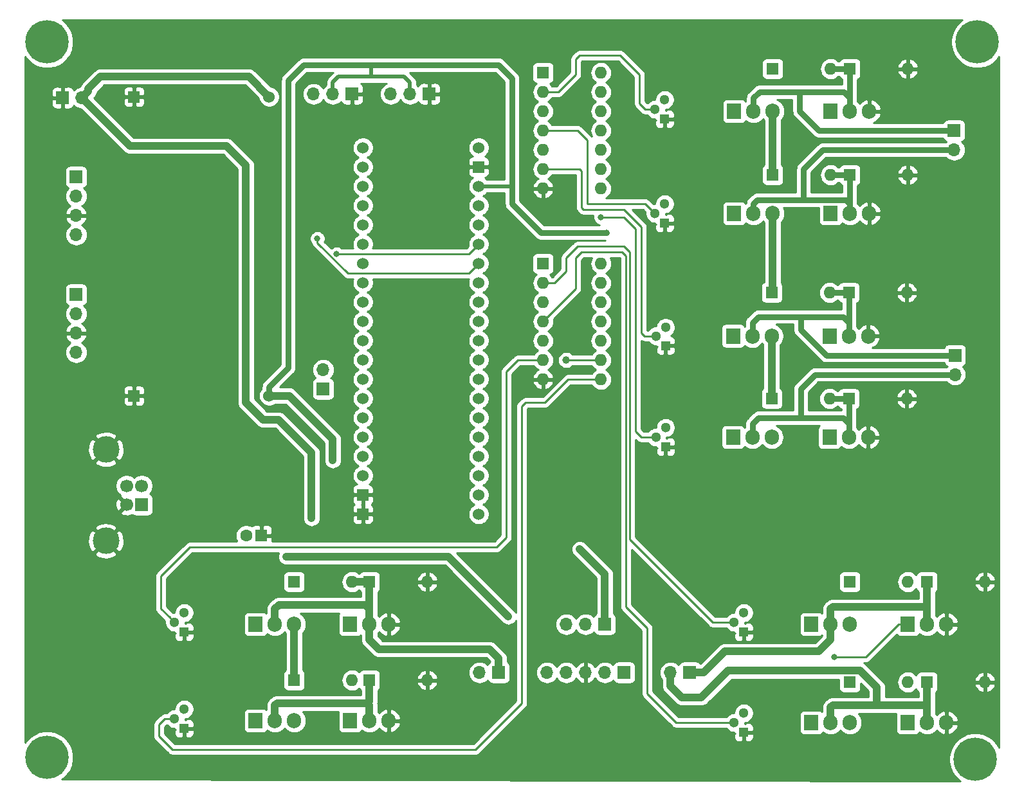
<source format=gbr>
G04 #@! TF.GenerationSoftware,KiCad,Pcbnew,(5.1.0)-1*
G04 #@! TF.CreationDate,2019-04-05T22:30:36+02:00*
G04 #@! TF.ProjectId,Motor_driver_pcb,4d6f746f-725f-4647-9269-7665725f7063,rev?*
G04 #@! TF.SameCoordinates,PX292dfe0PYc1c960*
G04 #@! TF.FileFunction,Copper,L2,Bot*
G04 #@! TF.FilePolarity,Positive*
%FSLAX46Y46*%
G04 Gerber Fmt 4.6, Leading zero omitted, Abs format (unit mm)*
G04 Created by KiCad (PCBNEW (5.1.0)-1) date 2019-04-05 22:30:36*
%MOMM*%
%LPD*%
G04 APERTURE LIST*
%ADD10C,5.700000*%
%ADD11R,1.524000X1.524000*%
%ADD12C,1.524000*%
%ADD13R,1.600000X1.600000*%
%ADD14O,1.600000X1.600000*%
%ADD15R,1.700000X1.700000*%
%ADD16C,1.700000*%
%ADD17C,3.500000*%
%ADD18O,1.700000X1.700000*%
%ADD19R,1.300000X1.300000*%
%ADD20C,1.300000*%
%ADD21R,1.905000X2.000000*%
%ADD22O,1.905000X2.000000*%
%ADD23C,1.600000*%
%ADD24C,0.800000*%
%ADD25C,1.000000*%
%ADD26C,1.000000*%
%ADD27C,0.750000*%
%ADD28C,0.500000*%
%ADD29C,0.250000*%
%ADD30C,0.254000*%
G04 APERTURE END LIST*
D10*
X3556000Y-97790000D03*
X125730000Y-98044000D03*
X3556000Y-3556000D03*
X125984000Y-3556000D03*
D11*
X45110400Y-65760600D03*
X45110400Y-63220600D03*
D12*
X45110400Y-60680600D03*
X45110400Y-58140600D03*
X45110400Y-55600600D03*
X45110400Y-53060600D03*
X45110400Y-50520600D03*
X45110400Y-47980600D03*
X45110400Y-45440600D03*
X45110400Y-42900600D03*
X45110400Y-40360600D03*
X45110400Y-37820600D03*
X45110400Y-35280600D03*
X45110400Y-32740600D03*
X45110400Y-30200600D03*
X45110400Y-27660600D03*
X45110400Y-25120600D03*
X45110400Y-22580600D03*
X45110400Y-20040600D03*
X45110400Y-17500600D03*
X60350400Y-17500600D03*
D11*
X60350400Y-20040600D03*
D12*
X60350400Y-22580600D03*
X60350400Y-25120600D03*
X60350400Y-27660600D03*
X60350400Y-30200600D03*
X60350400Y-32740600D03*
X60350400Y-35280600D03*
X60350400Y-37820600D03*
X60350400Y-40360600D03*
X60350400Y-42900600D03*
X60350400Y-45440600D03*
X60350400Y-47980600D03*
X60350400Y-50520600D03*
X60350400Y-53060600D03*
X60350400Y-55600600D03*
X60350400Y-58140600D03*
X60350400Y-60680600D03*
X60350400Y-63220600D03*
X60350400Y-65760600D03*
D13*
X68834000Y-7620000D03*
D14*
X76454000Y-22860000D03*
X68834000Y-10160000D03*
X76454000Y-20320000D03*
X68834000Y-12700000D03*
X76454000Y-17780000D03*
X68834000Y-15240000D03*
X76454000Y-15240000D03*
X68834000Y-17780000D03*
X76454000Y-12700000D03*
X68834000Y-20320000D03*
X76454000Y-10160000D03*
X68834000Y-22860000D03*
X76454000Y-7620000D03*
D13*
X99060000Y-7112000D03*
D14*
X106680000Y-7112000D03*
X116840000Y-7112000D03*
D13*
X109220000Y-7112000D03*
X99060000Y-21082000D03*
D14*
X106680000Y-21082000D03*
X116840000Y-21082000D03*
D13*
X109220000Y-21082000D03*
D14*
X106553000Y-36576000D03*
D13*
X98933000Y-36576000D03*
X109093000Y-36576000D03*
D14*
X116713000Y-36576000D03*
X106553000Y-50546000D03*
D13*
X98933000Y-50546000D03*
X109093000Y-50546000D03*
D14*
X116713000Y-50546000D03*
X116840000Y-74676000D03*
D13*
X109220000Y-74676000D03*
X119380000Y-74676000D03*
D14*
X127000000Y-74676000D03*
D13*
X109220000Y-87884000D03*
D14*
X116840000Y-87884000D03*
X127000000Y-87884000D03*
D13*
X119380000Y-87884000D03*
X36068000Y-74676000D03*
D14*
X43688000Y-74676000D03*
X53594000Y-74676000D03*
D13*
X45974000Y-74676000D03*
X36068000Y-87630000D03*
D14*
X43688000Y-87630000D03*
X53594000Y-87630000D03*
D13*
X45974000Y-87630000D03*
D15*
X16002000Y-64516000D03*
D16*
X16002000Y-62016000D03*
X14002000Y-62016000D03*
X14002000Y-64516000D03*
D17*
X11292000Y-69286000D03*
X11292000Y-57246000D03*
D15*
X5588000Y-10922000D03*
D18*
X8128000Y-10922000D03*
D15*
X53848000Y-10414000D03*
D18*
X51308000Y-10414000D03*
X48768000Y-10414000D03*
X38608000Y-10414000D03*
X41148000Y-10414000D03*
D15*
X43688000Y-10414000D03*
X7366000Y-36830000D03*
D18*
X7366000Y-39370000D03*
X7366000Y-41910000D03*
X7366000Y-44450000D03*
X7366000Y-28956000D03*
X7366000Y-26416000D03*
X7366000Y-23876000D03*
D15*
X7366000Y-21336000D03*
D18*
X60452000Y-86614000D03*
D15*
X62992000Y-86614000D03*
X122936000Y-15240000D03*
D18*
X122936000Y-17780000D03*
X123063000Y-47371000D03*
D15*
X123063000Y-44831000D03*
X88138000Y-86614000D03*
D18*
X85598000Y-86614000D03*
D15*
X79502000Y-86614000D03*
D18*
X76962000Y-86614000D03*
X74422000Y-86614000D03*
X71882000Y-86614000D03*
X69342000Y-86614000D03*
D15*
X76962000Y-80264000D03*
D18*
X74422000Y-80264000D03*
X71882000Y-80264000D03*
D19*
X84836000Y-13716000D03*
D20*
X84836000Y-11176000D03*
X83566000Y-12446000D03*
D21*
X93980000Y-12700000D03*
D22*
X96520000Y-12700000D03*
X99060000Y-12700000D03*
X111760000Y-12700000D03*
X109220000Y-12700000D03*
D21*
X106680000Y-12700000D03*
D22*
X99060000Y-26162000D03*
X96520000Y-26162000D03*
D21*
X93980000Y-26162000D03*
D22*
X111760000Y-26162000D03*
X109220000Y-26162000D03*
D21*
X106680000Y-26162000D03*
D20*
X83566000Y-26162000D03*
X84836000Y-24892000D03*
D19*
X84836000Y-27432000D03*
X84963000Y-43561000D03*
D20*
X84963000Y-41166000D03*
X83693000Y-42291000D03*
D22*
X98933000Y-42291000D03*
X96393000Y-42291000D03*
D21*
X93853000Y-42291000D03*
X106553000Y-42291000D03*
D22*
X109093000Y-42291000D03*
X111633000Y-42291000D03*
D21*
X93853000Y-55626000D03*
D22*
X96393000Y-55626000D03*
X98933000Y-55626000D03*
D21*
X106553000Y-55626000D03*
D22*
X109093000Y-55626000D03*
X111633000Y-55626000D03*
D20*
X83693000Y-55626000D03*
X84963000Y-54356000D03*
D19*
X84963000Y-56896000D03*
D20*
X93980000Y-80010000D03*
X95250000Y-78740000D03*
D19*
X95250000Y-81280000D03*
D22*
X109220000Y-80264000D03*
X106680000Y-80264000D03*
D21*
X104140000Y-80264000D03*
X116840000Y-80264000D03*
D22*
X119380000Y-80264000D03*
X121920000Y-80264000D03*
D21*
X104140000Y-93218000D03*
D22*
X106680000Y-93218000D03*
X109220000Y-93218000D03*
X121920000Y-93218000D03*
X119380000Y-93218000D03*
D21*
X116840000Y-93218000D03*
D20*
X93980000Y-93218000D03*
X95250000Y-91948000D03*
D19*
X95250000Y-94488000D03*
X21590000Y-81280000D03*
D20*
X21590000Y-78740000D03*
X20320000Y-80010000D03*
D22*
X36068000Y-80264000D03*
X33528000Y-80264000D03*
D21*
X30988000Y-80264000D03*
X43434000Y-80264000D03*
D22*
X45974000Y-80264000D03*
X48514000Y-80264000D03*
D21*
X30988000Y-92964000D03*
D22*
X33528000Y-92964000D03*
X36068000Y-92964000D03*
X48514000Y-92964000D03*
X45974000Y-92964000D03*
D21*
X43434000Y-92964000D03*
D19*
X21590000Y-93980000D03*
D20*
X21590000Y-91440000D03*
X20320000Y-92710000D03*
D14*
X76454000Y-32766000D03*
X68834000Y-48006000D03*
X76454000Y-35306000D03*
X68834000Y-45466000D03*
X76454000Y-37846000D03*
X68834000Y-42926000D03*
X76454000Y-40386000D03*
X68834000Y-40386000D03*
X76454000Y-42926000D03*
X68834000Y-37846000D03*
X76454000Y-45466000D03*
X68834000Y-35306000D03*
X76454000Y-48006000D03*
D13*
X68834000Y-32766000D03*
X31750000Y-68580000D03*
D23*
X29750000Y-68580000D03*
D12*
X32766000Y-10795000D03*
X32766000Y-50165000D03*
D11*
X14986000Y-10795000D03*
X14986000Y-50165000D03*
D15*
X39878000Y-49276000D03*
D18*
X39878000Y-46736000D03*
D24*
X73660000Y-70358000D03*
X38354000Y-66294000D03*
X71120000Y-27178000D03*
X25157000Y-66029000D03*
X77216000Y-28702000D03*
X64262000Y-79248000D03*
X35052000Y-71374000D03*
X41148000Y-58674000D03*
X41656000Y-31496000D03*
X39116000Y-29464000D03*
X76454000Y-26670000D03*
X107188000Y-84582000D03*
D25*
X71882000Y-45466000D03*
D26*
X99060000Y-12700000D02*
X99060000Y-21082000D01*
X99060000Y-36449000D02*
X98933000Y-36576000D01*
X99060000Y-26162000D02*
X99060000Y-36449000D01*
X98933000Y-42291000D02*
X98933000Y-50546000D01*
X76962000Y-80264000D02*
X76962000Y-73660000D01*
X76962000Y-73660000D02*
X73660000Y-70358000D01*
X73660000Y-70358000D02*
X73660000Y-70358000D01*
X8977999Y-10072001D02*
X8977999Y-9739999D01*
X8128000Y-10922000D02*
X8977999Y-10072001D01*
X8977999Y-9739999D02*
X10589998Y-8128000D01*
X30099000Y-8128000D02*
X32766000Y-10795000D01*
X10589998Y-8128000D02*
X30099000Y-8128000D01*
X38354000Y-66294000D02*
X38354000Y-57658000D01*
X34036000Y-53340000D02*
X32004000Y-53340000D01*
X38354000Y-57658000D02*
X34036000Y-53340000D01*
X32004000Y-53340000D02*
X29718000Y-51054000D01*
X29718000Y-51054000D02*
X29718000Y-19812000D01*
X29718000Y-19812000D02*
X27178000Y-17272000D01*
X14478000Y-17272000D02*
X8128000Y-10922000D01*
X27178000Y-17272000D02*
X14478000Y-17272000D01*
D27*
X106680000Y-7112000D02*
X109220000Y-7112000D01*
X109220000Y-7112000D02*
X109220000Y-12700000D01*
X96520000Y-10950000D02*
X97310000Y-10160000D01*
X97310000Y-10160000D02*
X102616000Y-10160000D01*
X96520000Y-12700000D02*
X96520000Y-10950000D01*
X109220000Y-10950000D02*
X109220000Y-12700000D01*
X102616000Y-10160000D02*
X108430000Y-10160000D01*
X108430000Y-10160000D02*
X109220000Y-10950000D01*
X122936000Y-15240000D02*
X105156000Y-15240000D01*
X102616000Y-12700000D02*
X102616000Y-10160000D01*
X105156000Y-15240000D02*
X102616000Y-12700000D01*
X106680000Y-21082000D02*
X109220000Y-21082000D01*
X108712000Y-24384000D02*
X109220000Y-24892000D01*
X96520000Y-24892000D02*
X97028000Y-24384000D01*
X97028000Y-24384000D02*
X103124000Y-24384000D01*
X96520000Y-26162000D02*
X96520000Y-24892000D01*
X109220000Y-21082000D02*
X109220000Y-24892000D01*
X109220000Y-24892000D02*
X109220000Y-26162000D01*
X122936000Y-17780000D02*
X105664000Y-17780000D01*
X103124000Y-20320000D02*
X103124000Y-24384000D01*
X105664000Y-17780000D02*
X103124000Y-20320000D01*
X103124000Y-24384000D02*
X108712000Y-24384000D01*
X96393000Y-40541000D02*
X97183000Y-39751000D01*
X96393000Y-42291000D02*
X96393000Y-40541000D01*
X109093000Y-40541000D02*
X109093000Y-42291000D01*
X108303000Y-39751000D02*
X109093000Y-40541000D01*
X109093000Y-42291000D02*
X109093000Y-36576000D01*
X109093000Y-36576000D02*
X106553000Y-36576000D01*
X121463000Y-44831000D02*
X123063000Y-44831000D01*
X106105498Y-44831000D02*
X121463000Y-44831000D01*
X102743000Y-41468502D02*
X106105498Y-44831000D01*
X102743000Y-39751000D02*
X102743000Y-41468502D01*
X102743000Y-39751000D02*
X108303000Y-39751000D01*
X97183000Y-39751000D02*
X102743000Y-39751000D01*
X96393000Y-53876000D02*
X97183000Y-53086000D01*
X96393000Y-55626000D02*
X96393000Y-53876000D01*
X109093000Y-53876000D02*
X109093000Y-55626000D01*
X108303000Y-53086000D02*
X109093000Y-53876000D01*
X109093000Y-55626000D02*
X109093000Y-50546000D01*
X109093000Y-50546000D02*
X106553000Y-50546000D01*
X102743000Y-53086000D02*
X102743000Y-49276000D01*
X102743000Y-53086000D02*
X108303000Y-53086000D01*
X97183000Y-53086000D02*
X102743000Y-53086000D01*
X104648000Y-47371000D02*
X123063000Y-47371000D01*
X102743000Y-49276000D02*
X104648000Y-47371000D01*
D26*
X106680000Y-82264000D02*
X106680000Y-80264000D01*
X105124000Y-83820000D02*
X106680000Y-82264000D01*
X92782000Y-83820000D02*
X105124000Y-83820000D01*
X89988000Y-86614000D02*
X92782000Y-83820000D01*
X88138000Y-86614000D02*
X89988000Y-86614000D01*
X119380000Y-78264000D02*
X119380000Y-80264000D01*
X119094000Y-77978000D02*
X119380000Y-78264000D01*
X106966000Y-77978000D02*
X119094000Y-77978000D01*
X106680000Y-78264000D02*
X106966000Y-77978000D01*
X106680000Y-80264000D02*
X106680000Y-78264000D01*
X119380000Y-78264000D02*
X119380000Y-74676000D01*
D27*
X119380000Y-92770498D02*
X119380000Y-93218000D01*
X106680000Y-93218000D02*
X106680000Y-93170500D01*
D26*
X106680000Y-91218000D02*
X106966000Y-90932000D01*
X106680000Y-93218000D02*
X106680000Y-91218000D01*
X119380000Y-91186000D02*
X119380000Y-93218000D01*
X119126000Y-90932000D02*
X119380000Y-91186000D01*
X106966000Y-90932000D02*
X112776000Y-90932000D01*
X112776000Y-90932000D02*
X119126000Y-90932000D01*
X110580001Y-86383999D02*
X93194001Y-86383999D01*
X112776000Y-90932000D02*
X112776000Y-88579998D01*
X112776000Y-88579998D02*
X110580001Y-86383999D01*
X93194001Y-86383999D02*
X89662000Y-89916000D01*
X89662000Y-89916000D02*
X87122000Y-89916000D01*
X85598000Y-88392000D02*
X85598000Y-86614000D01*
X87122000Y-89916000D02*
X85598000Y-88392000D01*
X119380000Y-91186000D02*
X119380000Y-87884000D01*
D27*
X33528000Y-80264000D02*
X33528000Y-80711502D01*
D26*
X45974000Y-82296000D02*
X45974000Y-80264000D01*
X47244000Y-83566000D02*
X45974000Y-82296000D01*
X61794000Y-83566000D02*
X47244000Y-83566000D01*
X62992000Y-86614000D02*
X62992000Y-84764000D01*
X62992000Y-84764000D02*
X61794000Y-83566000D01*
X45974000Y-80264000D02*
X45974000Y-74676000D01*
X43688000Y-74676000D02*
X45974000Y-74676000D01*
X33528000Y-78264000D02*
X34068000Y-77724000D01*
X33528000Y-80264000D02*
X33528000Y-78264000D01*
X45974000Y-78264000D02*
X45974000Y-80264000D01*
X45434000Y-77724000D02*
X45974000Y-78264000D01*
X34068000Y-77724000D02*
X45434000Y-77724000D01*
D27*
X45974000Y-92516498D02*
X45974000Y-92964000D01*
D26*
X33528000Y-90964000D02*
X33814000Y-90678000D01*
X33528000Y-92964000D02*
X33528000Y-90964000D01*
X33814000Y-90678000D02*
X45720000Y-90678000D01*
X45974000Y-90932000D02*
X45974000Y-92964000D01*
X45720000Y-90678000D02*
X45974000Y-90932000D01*
X45974000Y-90424000D02*
X45720000Y-90678000D01*
X45974000Y-87630000D02*
X45974000Y-90424000D01*
D28*
X41148000Y-10414000D02*
X41148000Y-8890000D01*
X41148000Y-8890000D02*
X41910000Y-8128000D01*
X51308000Y-8890000D02*
X51308000Y-10414000D01*
X50546000Y-8128000D02*
X51308000Y-8890000D01*
D27*
X32766000Y-50165000D02*
X32766000Y-49022000D01*
X32766000Y-49022000D02*
X35306000Y-46482000D01*
X35306000Y-46482000D02*
X35306000Y-8636000D01*
X35306000Y-8636000D02*
X36322000Y-7620000D01*
X36322000Y-7620000D02*
X36830000Y-7112000D01*
X36830000Y-7112000D02*
X37338000Y-6604000D01*
X62992000Y-6604000D02*
X64770000Y-8382000D01*
X64770000Y-8382000D02*
X64770000Y-16764000D01*
X64770000Y-24892000D02*
X68580000Y-28702000D01*
X68580000Y-28702000D02*
X77216000Y-28702000D01*
D28*
X64744600Y-22580600D02*
X64770000Y-22606000D01*
X60350400Y-22580600D02*
X64744600Y-22580600D01*
D27*
X64770000Y-16764000D02*
X64770000Y-22606000D01*
X64770000Y-22606000D02*
X64770000Y-24892000D01*
X77216000Y-28702000D02*
X77216000Y-28702000D01*
D28*
X46228000Y-8128000D02*
X46228000Y-6604000D01*
D27*
X46228000Y-6604000D02*
X62992000Y-6604000D01*
X37338000Y-6604000D02*
X46228000Y-6604000D01*
D28*
X46228000Y-8128000D02*
X50546000Y-8128000D01*
X41910000Y-8128000D02*
X46228000Y-8128000D01*
D26*
X56388000Y-71374000D02*
X35052000Y-71374000D01*
X64262000Y-79248000D02*
X56388000Y-71374000D01*
X41148000Y-58674000D02*
X41148000Y-55880000D01*
X35433000Y-50165000D02*
X32766000Y-50165000D01*
X41148000Y-55880000D02*
X35433000Y-50165000D01*
D29*
X59055000Y-31496000D02*
X60350400Y-30200600D01*
X43942000Y-31496000D02*
X59055000Y-31496000D01*
X43942000Y-31496000D02*
X41656000Y-31496000D01*
X39116000Y-30029685D02*
X43122315Y-34036000D01*
X39116000Y-29464000D02*
X39116000Y-30029685D01*
X59055000Y-34036000D02*
X60350400Y-32740600D01*
X43122315Y-34036000D02*
X59055000Y-34036000D01*
X68834000Y-10160000D02*
X70866000Y-10160000D01*
X70866000Y-10160000D02*
X73152000Y-7874000D01*
X73152000Y-7874000D02*
X73152000Y-5842000D01*
X73152000Y-5842000D02*
X73660000Y-5334000D01*
X73660000Y-5334000D02*
X78994000Y-5334000D01*
X78994000Y-5334000D02*
X81534000Y-7874000D01*
X81534000Y-7874000D02*
X81534000Y-11684000D01*
X82296000Y-12446000D02*
X83566000Y-12446000D01*
X81534000Y-11684000D02*
X82296000Y-12446000D01*
X82296000Y-24892000D02*
X83566000Y-26162000D01*
X74676000Y-24892000D02*
X82296000Y-24892000D01*
X74676000Y-16510000D02*
X74676000Y-24892000D01*
X68834000Y-15240000D02*
X73406000Y-15240000D01*
X73406000Y-15240000D02*
X74676000Y-16510000D01*
X81788000Y-41910000D02*
X82169000Y-42291000D01*
X73660000Y-20320000D02*
X73914000Y-20574000D01*
X68834000Y-20320000D02*
X73660000Y-20320000D01*
X73914000Y-20574000D02*
X73914000Y-25400000D01*
X73914000Y-25400000D02*
X74168000Y-25654000D01*
X82169000Y-42291000D02*
X83693000Y-42291000D01*
X74168000Y-25654000D02*
X79502000Y-25654000D01*
X81788000Y-27940000D02*
X81788000Y-41910000D01*
X79502000Y-25654000D02*
X81788000Y-27940000D01*
X79502000Y-26670000D02*
X76454000Y-26670000D01*
X81026000Y-28194000D02*
X79502000Y-26670000D01*
X81026000Y-54864000D02*
X81026000Y-28194000D01*
X83693000Y-55626000D02*
X81788000Y-55626000D01*
X81788000Y-55626000D02*
X81026000Y-54864000D01*
X91186000Y-80010000D02*
X93980000Y-80010000D01*
X80264000Y-69088000D02*
X91186000Y-80010000D01*
X80264000Y-31242000D02*
X80264000Y-69088000D01*
X70358000Y-35306000D02*
X71882000Y-33782000D01*
X68834000Y-35306000D02*
X70358000Y-35306000D01*
X79502000Y-30480000D02*
X80264000Y-31242000D01*
X71882000Y-33782000D02*
X71882000Y-32004000D01*
X73406000Y-30480000D02*
X79502000Y-30480000D01*
X71882000Y-32004000D02*
X73406000Y-30480000D01*
X115637500Y-80264000D02*
X111319500Y-84582000D01*
X116840000Y-80264000D02*
X115637500Y-80264000D01*
X111319500Y-84582000D02*
X107188000Y-84582000D01*
X107188000Y-84582000D02*
X107188000Y-84582000D01*
X82550000Y-89408000D02*
X86360000Y-93218000D01*
X82550000Y-80772000D02*
X82550000Y-89408000D01*
X79756000Y-77978000D02*
X82550000Y-80772000D01*
X73152000Y-36068000D02*
X73152000Y-32004000D01*
X68834000Y-40386000D02*
X73152000Y-36068000D01*
X73914000Y-31242000D02*
X79248000Y-31242000D01*
X73152000Y-32004000D02*
X73914000Y-31242000D01*
X79248000Y-31242000D02*
X79756000Y-31750000D01*
X86360000Y-93218000D02*
X93980000Y-93218000D01*
X79756000Y-31750000D02*
X79756000Y-77978000D01*
X18542000Y-73914000D02*
X18542000Y-78232000D01*
X68834000Y-45466000D02*
X65532000Y-45466000D01*
X65532000Y-45466000D02*
X64008000Y-46990000D01*
X18542000Y-78232000D02*
X19670001Y-79360001D01*
X64008000Y-46990000D02*
X64008000Y-68834000D01*
X64008000Y-68834000D02*
X62738000Y-70104000D01*
X19670001Y-79360001D02*
X20320000Y-80010000D01*
X62738000Y-70104000D02*
X22352000Y-70104000D01*
X22352000Y-70104000D02*
X18542000Y-73914000D01*
X19050000Y-92710000D02*
X20320000Y-92710000D01*
X18288000Y-93472000D02*
X19050000Y-92710000D01*
X20066000Y-96774000D02*
X18288000Y-94996000D01*
X59944000Y-96774000D02*
X20066000Y-96774000D01*
X72136000Y-48006000D02*
X69088000Y-51054000D01*
X18288000Y-94996000D02*
X18288000Y-93472000D01*
X76454000Y-48006000D02*
X72136000Y-48006000D01*
X69088000Y-51054000D02*
X66548000Y-51054000D01*
X66548000Y-51054000D02*
X66040000Y-51562000D01*
X66040000Y-51562000D02*
X66040000Y-90678000D01*
X66040000Y-90678000D02*
X59944000Y-96774000D01*
X76454000Y-45466000D02*
X71882000Y-45466000D01*
X71882000Y-45466000D02*
X71882000Y-45466000D01*
D26*
X36068000Y-80264000D02*
X36068000Y-87630000D01*
D30*
G36*
X123762442Y-849024D02*
G01*
X123277024Y-1334442D01*
X122895633Y-1905234D01*
X122632927Y-2539463D01*
X122499000Y-3212758D01*
X122499000Y-3899242D01*
X122632927Y-4572537D01*
X122895633Y-5206766D01*
X123277024Y-5777558D01*
X123762442Y-6262976D01*
X124333234Y-6644367D01*
X124967463Y-6907073D01*
X125640758Y-7041000D01*
X126327242Y-7041000D01*
X127000537Y-6907073D01*
X127634766Y-6644367D01*
X128205558Y-6262976D01*
X128690976Y-5777558D01*
X128855000Y-5532079D01*
X128855001Y-96481676D01*
X128818367Y-96393234D01*
X128436976Y-95822442D01*
X127951558Y-95337024D01*
X127380766Y-94955633D01*
X126746537Y-94692927D01*
X126073242Y-94559000D01*
X125386758Y-94559000D01*
X124713463Y-94692927D01*
X124079234Y-94955633D01*
X123508442Y-95337024D01*
X123023024Y-95822442D01*
X122641633Y-96393234D01*
X122378927Y-97027463D01*
X122245000Y-97700758D01*
X122245000Y-98387242D01*
X122378927Y-99060537D01*
X122641633Y-99694766D01*
X123023024Y-100265558D01*
X123508442Y-100750976D01*
X123736891Y-100903621D01*
X5515893Y-100671815D01*
X5777558Y-100496976D01*
X6262976Y-100011558D01*
X6644367Y-99440766D01*
X6907073Y-98806537D01*
X7041000Y-98133242D01*
X7041000Y-97446758D01*
X6907073Y-96773463D01*
X6644367Y-96139234D01*
X6262976Y-95568442D01*
X5777558Y-95083024D01*
X5206766Y-94701633D01*
X4572537Y-94438927D01*
X3899242Y-94305000D01*
X3212758Y-94305000D01*
X2539463Y-94438927D01*
X1905234Y-94701633D01*
X1334442Y-95083024D01*
X849024Y-95568442D01*
X685000Y-95813921D01*
X685000Y-93472000D01*
X17524324Y-93472000D01*
X17528001Y-93509332D01*
X17528000Y-94958677D01*
X17524324Y-94996000D01*
X17528000Y-95033322D01*
X17528000Y-95033332D01*
X17538997Y-95144985D01*
X17582454Y-95288246D01*
X17653026Y-95420276D01*
X17692871Y-95468826D01*
X17747999Y-95536001D01*
X17777003Y-95559804D01*
X19502201Y-97285003D01*
X19525999Y-97314001D01*
X19641724Y-97408974D01*
X19773753Y-97479546D01*
X19917014Y-97523003D01*
X20028667Y-97534000D01*
X20028675Y-97534000D01*
X20066000Y-97537676D01*
X20103325Y-97534000D01*
X59906678Y-97534000D01*
X59944000Y-97537676D01*
X59981322Y-97534000D01*
X59981333Y-97534000D01*
X60092986Y-97523003D01*
X60236247Y-97479546D01*
X60368276Y-97408974D01*
X60484001Y-97314001D01*
X60507804Y-97284997D01*
X66551003Y-91241799D01*
X66580001Y-91218001D01*
X66606332Y-91185917D01*
X66674974Y-91102277D01*
X66745546Y-90970247D01*
X66751726Y-90949875D01*
X66789003Y-90826986D01*
X66800000Y-90715333D01*
X66800000Y-90715323D01*
X66803676Y-90678000D01*
X66800000Y-90640677D01*
X66800000Y-86614000D01*
X67849815Y-86614000D01*
X67878487Y-86905111D01*
X67963401Y-87185034D01*
X68101294Y-87443014D01*
X68286866Y-87669134D01*
X68512986Y-87854706D01*
X68770966Y-87992599D01*
X69050889Y-88077513D01*
X69269050Y-88099000D01*
X69414950Y-88099000D01*
X69633111Y-88077513D01*
X69913034Y-87992599D01*
X70171014Y-87854706D01*
X70397134Y-87669134D01*
X70582706Y-87443014D01*
X70612000Y-87388209D01*
X70641294Y-87443014D01*
X70826866Y-87669134D01*
X71052986Y-87854706D01*
X71310966Y-87992599D01*
X71590889Y-88077513D01*
X71809050Y-88099000D01*
X71954950Y-88099000D01*
X72173111Y-88077513D01*
X72453034Y-87992599D01*
X72711014Y-87854706D01*
X72937134Y-87669134D01*
X73122706Y-87443014D01*
X73157201Y-87378477D01*
X73226822Y-87495355D01*
X73421731Y-87711588D01*
X73655080Y-87885641D01*
X73917901Y-88010825D01*
X74065110Y-88055476D01*
X74295000Y-87934155D01*
X74295000Y-86741000D01*
X74275000Y-86741000D01*
X74275000Y-86487000D01*
X74295000Y-86487000D01*
X74295000Y-85293845D01*
X74549000Y-85293845D01*
X74549000Y-86487000D01*
X74569000Y-86487000D01*
X74569000Y-86741000D01*
X74549000Y-86741000D01*
X74549000Y-87934155D01*
X74778890Y-88055476D01*
X74926099Y-88010825D01*
X75188920Y-87885641D01*
X75422269Y-87711588D01*
X75617178Y-87495355D01*
X75686799Y-87378477D01*
X75721294Y-87443014D01*
X75906866Y-87669134D01*
X76132986Y-87854706D01*
X76390966Y-87992599D01*
X76670889Y-88077513D01*
X76889050Y-88099000D01*
X77034950Y-88099000D01*
X77253111Y-88077513D01*
X77533034Y-87992599D01*
X77791014Y-87854706D01*
X78017134Y-87669134D01*
X78041607Y-87639313D01*
X78062498Y-87708180D01*
X78121463Y-87818494D01*
X78200815Y-87915185D01*
X78297506Y-87994537D01*
X78407820Y-88053502D01*
X78527518Y-88089812D01*
X78652000Y-88102072D01*
X80352000Y-88102072D01*
X80476482Y-88089812D01*
X80596180Y-88053502D01*
X80706494Y-87994537D01*
X80803185Y-87915185D01*
X80882537Y-87818494D01*
X80941502Y-87708180D01*
X80977812Y-87588482D01*
X80990072Y-87464000D01*
X80990072Y-85764000D01*
X80977812Y-85639518D01*
X80941502Y-85519820D01*
X80882537Y-85409506D01*
X80803185Y-85312815D01*
X80706494Y-85233463D01*
X80596180Y-85174498D01*
X80476482Y-85138188D01*
X80352000Y-85125928D01*
X78652000Y-85125928D01*
X78527518Y-85138188D01*
X78407820Y-85174498D01*
X78297506Y-85233463D01*
X78200815Y-85312815D01*
X78121463Y-85409506D01*
X78062498Y-85519820D01*
X78041607Y-85588687D01*
X78017134Y-85558866D01*
X77791014Y-85373294D01*
X77533034Y-85235401D01*
X77253111Y-85150487D01*
X77034950Y-85129000D01*
X76889050Y-85129000D01*
X76670889Y-85150487D01*
X76390966Y-85235401D01*
X76132986Y-85373294D01*
X75906866Y-85558866D01*
X75721294Y-85784986D01*
X75686799Y-85849523D01*
X75617178Y-85732645D01*
X75422269Y-85516412D01*
X75188920Y-85342359D01*
X74926099Y-85217175D01*
X74778890Y-85172524D01*
X74549000Y-85293845D01*
X74295000Y-85293845D01*
X74065110Y-85172524D01*
X73917901Y-85217175D01*
X73655080Y-85342359D01*
X73421731Y-85516412D01*
X73226822Y-85732645D01*
X73157201Y-85849523D01*
X73122706Y-85784986D01*
X72937134Y-85558866D01*
X72711014Y-85373294D01*
X72453034Y-85235401D01*
X72173111Y-85150487D01*
X71954950Y-85129000D01*
X71809050Y-85129000D01*
X71590889Y-85150487D01*
X71310966Y-85235401D01*
X71052986Y-85373294D01*
X70826866Y-85558866D01*
X70641294Y-85784986D01*
X70612000Y-85839791D01*
X70582706Y-85784986D01*
X70397134Y-85558866D01*
X70171014Y-85373294D01*
X69913034Y-85235401D01*
X69633111Y-85150487D01*
X69414950Y-85129000D01*
X69269050Y-85129000D01*
X69050889Y-85150487D01*
X68770966Y-85235401D01*
X68512986Y-85373294D01*
X68286866Y-85558866D01*
X68101294Y-85784986D01*
X67963401Y-86042966D01*
X67878487Y-86322889D01*
X67849815Y-86614000D01*
X66800000Y-86614000D01*
X66800000Y-80264000D01*
X70389815Y-80264000D01*
X70418487Y-80555111D01*
X70503401Y-80835034D01*
X70641294Y-81093014D01*
X70826866Y-81319134D01*
X71052986Y-81504706D01*
X71310966Y-81642599D01*
X71590889Y-81727513D01*
X71809050Y-81749000D01*
X71954950Y-81749000D01*
X72173111Y-81727513D01*
X72453034Y-81642599D01*
X72711014Y-81504706D01*
X72937134Y-81319134D01*
X73122706Y-81093014D01*
X73152000Y-81038209D01*
X73181294Y-81093014D01*
X73366866Y-81319134D01*
X73592986Y-81504706D01*
X73850966Y-81642599D01*
X74130889Y-81727513D01*
X74349050Y-81749000D01*
X74494950Y-81749000D01*
X74713111Y-81727513D01*
X74993034Y-81642599D01*
X75251014Y-81504706D01*
X75477134Y-81319134D01*
X75501607Y-81289313D01*
X75522498Y-81358180D01*
X75581463Y-81468494D01*
X75660815Y-81565185D01*
X75757506Y-81644537D01*
X75867820Y-81703502D01*
X75987518Y-81739812D01*
X76112000Y-81752072D01*
X77812000Y-81752072D01*
X77936482Y-81739812D01*
X78056180Y-81703502D01*
X78166494Y-81644537D01*
X78263185Y-81565185D01*
X78342537Y-81468494D01*
X78401502Y-81358180D01*
X78437812Y-81238482D01*
X78450072Y-81114000D01*
X78450072Y-79414000D01*
X78437812Y-79289518D01*
X78401502Y-79169820D01*
X78342537Y-79059506D01*
X78263185Y-78962815D01*
X78166494Y-78883463D01*
X78097000Y-78846317D01*
X78097000Y-73715743D01*
X78102490Y-73659999D01*
X78097000Y-73604255D01*
X78097000Y-73604248D01*
X78080577Y-73437501D01*
X78015676Y-73223553D01*
X77910284Y-73026377D01*
X77768449Y-72853551D01*
X77725141Y-72818009D01*
X74501996Y-69594865D01*
X74466449Y-69551551D01*
X74293623Y-69409716D01*
X74096447Y-69304324D01*
X73882499Y-69239423D01*
X73715752Y-69223000D01*
X73715751Y-69223000D01*
X73660000Y-69217509D01*
X73604249Y-69223000D01*
X73604248Y-69223000D01*
X73437501Y-69239423D01*
X73223553Y-69304324D01*
X73026377Y-69409716D01*
X72853551Y-69551551D01*
X72711716Y-69724377D01*
X72606324Y-69921553D01*
X72541423Y-70135501D01*
X72519509Y-70358000D01*
X72541423Y-70580499D01*
X72606324Y-70794447D01*
X72711716Y-70991623D01*
X72853551Y-71164449D01*
X72896865Y-71199996D01*
X75827001Y-74130133D01*
X75827000Y-78846317D01*
X75757506Y-78883463D01*
X75660815Y-78962815D01*
X75581463Y-79059506D01*
X75522498Y-79169820D01*
X75501607Y-79238687D01*
X75477134Y-79208866D01*
X75251014Y-79023294D01*
X74993034Y-78885401D01*
X74713111Y-78800487D01*
X74494950Y-78779000D01*
X74349050Y-78779000D01*
X74130889Y-78800487D01*
X73850966Y-78885401D01*
X73592986Y-79023294D01*
X73366866Y-79208866D01*
X73181294Y-79434986D01*
X73152000Y-79489791D01*
X73122706Y-79434986D01*
X72937134Y-79208866D01*
X72711014Y-79023294D01*
X72453034Y-78885401D01*
X72173111Y-78800487D01*
X71954950Y-78779000D01*
X71809050Y-78779000D01*
X71590889Y-78800487D01*
X71310966Y-78885401D01*
X71052986Y-79023294D01*
X70826866Y-79208866D01*
X70641294Y-79434986D01*
X70503401Y-79692966D01*
X70418487Y-79972889D01*
X70389815Y-80264000D01*
X66800000Y-80264000D01*
X66800000Y-51876801D01*
X66862802Y-51814000D01*
X69050678Y-51814000D01*
X69088000Y-51817676D01*
X69125322Y-51814000D01*
X69125333Y-51814000D01*
X69236986Y-51803003D01*
X69380247Y-51759546D01*
X69512276Y-51688974D01*
X69628001Y-51594001D01*
X69651804Y-51564997D01*
X72450802Y-48766000D01*
X75233099Y-48766000D01*
X75255068Y-48807101D01*
X75434392Y-49025608D01*
X75652899Y-49204932D01*
X75902192Y-49338182D01*
X76172691Y-49420236D01*
X76383508Y-49441000D01*
X76524492Y-49441000D01*
X76735309Y-49420236D01*
X77005808Y-49338182D01*
X77255101Y-49204932D01*
X77473608Y-49025608D01*
X77652932Y-48807101D01*
X77786182Y-48557808D01*
X77868236Y-48287309D01*
X77895943Y-48006000D01*
X77868236Y-47724691D01*
X77786182Y-47454192D01*
X77652932Y-47204899D01*
X77473608Y-46986392D01*
X77255101Y-46807068D01*
X77122142Y-46736000D01*
X77255101Y-46664932D01*
X77473608Y-46485608D01*
X77652932Y-46267101D01*
X77786182Y-46017808D01*
X77868236Y-45747309D01*
X77895943Y-45466000D01*
X77868236Y-45184691D01*
X77786182Y-44914192D01*
X77652932Y-44664899D01*
X77473608Y-44446392D01*
X77255101Y-44267068D01*
X77122142Y-44196000D01*
X77255101Y-44124932D01*
X77473608Y-43945608D01*
X77652932Y-43727101D01*
X77786182Y-43477808D01*
X77868236Y-43207309D01*
X77895943Y-42926000D01*
X77868236Y-42644691D01*
X77786182Y-42374192D01*
X77652932Y-42124899D01*
X77473608Y-41906392D01*
X77255101Y-41727068D01*
X77122142Y-41656000D01*
X77255101Y-41584932D01*
X77473608Y-41405608D01*
X77652932Y-41187101D01*
X77786182Y-40937808D01*
X77868236Y-40667309D01*
X77895943Y-40386000D01*
X77868236Y-40104691D01*
X77786182Y-39834192D01*
X77652932Y-39584899D01*
X77473608Y-39366392D01*
X77255101Y-39187068D01*
X77122142Y-39116000D01*
X77255101Y-39044932D01*
X77473608Y-38865608D01*
X77652932Y-38647101D01*
X77786182Y-38397808D01*
X77868236Y-38127309D01*
X77895943Y-37846000D01*
X77868236Y-37564691D01*
X77786182Y-37294192D01*
X77652932Y-37044899D01*
X77473608Y-36826392D01*
X77255101Y-36647068D01*
X77122142Y-36576000D01*
X77255101Y-36504932D01*
X77473608Y-36325608D01*
X77652932Y-36107101D01*
X77786182Y-35857808D01*
X77868236Y-35587309D01*
X77895943Y-35306000D01*
X77868236Y-35024691D01*
X77786182Y-34754192D01*
X77652932Y-34504899D01*
X77473608Y-34286392D01*
X77255101Y-34107068D01*
X77122142Y-34036000D01*
X77255101Y-33964932D01*
X77473608Y-33785608D01*
X77652932Y-33567101D01*
X77786182Y-33317808D01*
X77868236Y-33047309D01*
X77895943Y-32766000D01*
X77868236Y-32484691D01*
X77786182Y-32214192D01*
X77672763Y-32002000D01*
X78933199Y-32002000D01*
X78996000Y-32064802D01*
X78996001Y-77940667D01*
X78992324Y-77978000D01*
X78996001Y-78015333D01*
X78998579Y-78041502D01*
X79006998Y-78126985D01*
X79050454Y-78270246D01*
X79121026Y-78402276D01*
X79192201Y-78489002D01*
X79216000Y-78518001D01*
X79244998Y-78541799D01*
X81790000Y-81086802D01*
X81790001Y-89370668D01*
X81786324Y-89408000D01*
X81790001Y-89445333D01*
X81800998Y-89556986D01*
X81814180Y-89600442D01*
X81844454Y-89700246D01*
X81915026Y-89832276D01*
X81983737Y-89916000D01*
X82010000Y-89948001D01*
X82038998Y-89971799D01*
X85796201Y-93729003D01*
X85819999Y-93758001D01*
X85935724Y-93852974D01*
X86067753Y-93923546D01*
X86211014Y-93967003D01*
X86322667Y-93978000D01*
X86322675Y-93978000D01*
X86360000Y-93981676D01*
X86397325Y-93978000D01*
X92942359Y-93978000D01*
X92981875Y-94037140D01*
X93160860Y-94216125D01*
X93371324Y-94356753D01*
X93605179Y-94453619D01*
X93853439Y-94503000D01*
X93965000Y-94503000D01*
X93965000Y-94615002D01*
X94123748Y-94615002D01*
X93965000Y-94773750D01*
X93961928Y-95138000D01*
X93974188Y-95262482D01*
X94010498Y-95382180D01*
X94069463Y-95492494D01*
X94148815Y-95589185D01*
X94245506Y-95668537D01*
X94355820Y-95727502D01*
X94475518Y-95763812D01*
X94600000Y-95776072D01*
X94964250Y-95773000D01*
X95123000Y-95614250D01*
X95123000Y-94615000D01*
X95377000Y-94615000D01*
X95377000Y-95614250D01*
X95535750Y-95773000D01*
X95900000Y-95776072D01*
X96024482Y-95763812D01*
X96144180Y-95727502D01*
X96254494Y-95668537D01*
X96351185Y-95589185D01*
X96430537Y-95492494D01*
X96489502Y-95382180D01*
X96525812Y-95262482D01*
X96538072Y-95138000D01*
X96535000Y-94773750D01*
X96376250Y-94615000D01*
X95377000Y-94615000D01*
X95123000Y-94615000D01*
X95103000Y-94615000D01*
X95103000Y-94361000D01*
X95123000Y-94361000D01*
X95123000Y-94341000D01*
X95377000Y-94341000D01*
X95377000Y-94361000D01*
X96376250Y-94361000D01*
X96535000Y-94202250D01*
X96538072Y-93838000D01*
X96525812Y-93713518D01*
X96489502Y-93593820D01*
X96430537Y-93483506D01*
X96351185Y-93386815D01*
X96254494Y-93307463D01*
X96144180Y-93248498D01*
X96024482Y-93212188D01*
X95900000Y-93199928D01*
X95535750Y-93203000D01*
X95377002Y-93361748D01*
X95377002Y-93232912D01*
X95624821Y-93183619D01*
X95858676Y-93086753D01*
X96069140Y-92946125D01*
X96248125Y-92767140D01*
X96388753Y-92556676D01*
X96485619Y-92322821D01*
X96535000Y-92074561D01*
X96535000Y-91821439D01*
X96485619Y-91573179D01*
X96388753Y-91339324D01*
X96248125Y-91128860D01*
X96069140Y-90949875D01*
X95858676Y-90809247D01*
X95624821Y-90712381D01*
X95376561Y-90663000D01*
X95123439Y-90663000D01*
X94875179Y-90712381D01*
X94641324Y-90809247D01*
X94430860Y-90949875D01*
X94251875Y-91128860D01*
X94111247Y-91339324D01*
X94014381Y-91573179D01*
X93965000Y-91821439D01*
X93965000Y-91933000D01*
X93853439Y-91933000D01*
X93605179Y-91982381D01*
X93371324Y-92079247D01*
X93160860Y-92219875D01*
X92981875Y-92398860D01*
X92942359Y-92458000D01*
X86674802Y-92458000D01*
X83310000Y-89093199D01*
X83310000Y-86614000D01*
X84105815Y-86614000D01*
X84134487Y-86905111D01*
X84219401Y-87185034D01*
X84357294Y-87443014D01*
X84463000Y-87571817D01*
X84463000Y-88336249D01*
X84457509Y-88392000D01*
X84463000Y-88447751D01*
X84479423Y-88614498D01*
X84544324Y-88828446D01*
X84649716Y-89025623D01*
X84791551Y-89198449D01*
X84834865Y-89233996D01*
X86280009Y-90679140D01*
X86315551Y-90722449D01*
X86488377Y-90864284D01*
X86685553Y-90969676D01*
X86899501Y-91034577D01*
X87066248Y-91051000D01*
X87066257Y-91051000D01*
X87121999Y-91056490D01*
X87177741Y-91051000D01*
X89606249Y-91051000D01*
X89662000Y-91056491D01*
X89717751Y-91051000D01*
X89717752Y-91051000D01*
X89884499Y-91034577D01*
X90098447Y-90969676D01*
X90295623Y-90864284D01*
X90468449Y-90722449D01*
X90503996Y-90679135D01*
X93664134Y-87518999D01*
X107781928Y-87518999D01*
X107781928Y-88684000D01*
X107794188Y-88808482D01*
X107830498Y-88928180D01*
X107889463Y-89038494D01*
X107968815Y-89135185D01*
X108065506Y-89214537D01*
X108175820Y-89273502D01*
X108295518Y-89309812D01*
X108420000Y-89322072D01*
X110020000Y-89322072D01*
X110144482Y-89309812D01*
X110264180Y-89273502D01*
X110374494Y-89214537D01*
X110471185Y-89135185D01*
X110550537Y-89038494D01*
X110609502Y-88928180D01*
X110645812Y-88808482D01*
X110658072Y-88684000D01*
X110658072Y-88067202D01*
X111641001Y-89050131D01*
X111641000Y-89797000D01*
X107021751Y-89797000D01*
X106965999Y-89791509D01*
X106910248Y-89797000D01*
X106743501Y-89813423D01*
X106529553Y-89878324D01*
X106332377Y-89983716D01*
X106159551Y-90125551D01*
X106124004Y-90168865D01*
X105916860Y-90376009D01*
X105873552Y-90411551D01*
X105731717Y-90584377D01*
X105681675Y-90678000D01*
X105626324Y-90781554D01*
X105561423Y-90995502D01*
X105539509Y-91218000D01*
X105545001Y-91273761D01*
X105545001Y-91768418D01*
X105543685Y-91766815D01*
X105446994Y-91687463D01*
X105336680Y-91628498D01*
X105216982Y-91592188D01*
X105092500Y-91579928D01*
X103187500Y-91579928D01*
X103063018Y-91592188D01*
X102943320Y-91628498D01*
X102833006Y-91687463D01*
X102736315Y-91766815D01*
X102656963Y-91863506D01*
X102597998Y-91973820D01*
X102561688Y-92093518D01*
X102549428Y-92218000D01*
X102549428Y-94218000D01*
X102561688Y-94342482D01*
X102597998Y-94462180D01*
X102656963Y-94572494D01*
X102736315Y-94669185D01*
X102833006Y-94748537D01*
X102943320Y-94807502D01*
X103063018Y-94843812D01*
X103187500Y-94856072D01*
X105092500Y-94856072D01*
X105216982Y-94843812D01*
X105336680Y-94807502D01*
X105446994Y-94748537D01*
X105543685Y-94669185D01*
X105623037Y-94572494D01*
X105667905Y-94488553D01*
X105793766Y-94591845D01*
X106069552Y-94739255D01*
X106368797Y-94830030D01*
X106680000Y-94860681D01*
X106991204Y-94830030D01*
X107290449Y-94739255D01*
X107566235Y-94591845D01*
X107807963Y-94393463D01*
X107950000Y-94220391D01*
X108092037Y-94393463D01*
X108333766Y-94591845D01*
X108609552Y-94739255D01*
X108908797Y-94830030D01*
X109220000Y-94860681D01*
X109531204Y-94830030D01*
X109830449Y-94739255D01*
X110106235Y-94591845D01*
X110347963Y-94393463D01*
X110546345Y-94151734D01*
X110693755Y-93875948D01*
X110784530Y-93576703D01*
X110807500Y-93343485D01*
X110807500Y-93092514D01*
X110784530Y-92859296D01*
X110693755Y-92560051D01*
X110546345Y-92284265D01*
X110368039Y-92067000D01*
X112720248Y-92067000D01*
X112776000Y-92072491D01*
X112831751Y-92067000D01*
X115269732Y-92067000D01*
X115261688Y-92093518D01*
X115249428Y-92218000D01*
X115249428Y-94218000D01*
X115261688Y-94342482D01*
X115297998Y-94462180D01*
X115356963Y-94572494D01*
X115436315Y-94669185D01*
X115533006Y-94748537D01*
X115643320Y-94807502D01*
X115763018Y-94843812D01*
X115887500Y-94856072D01*
X117792500Y-94856072D01*
X117916982Y-94843812D01*
X118036680Y-94807502D01*
X118146994Y-94748537D01*
X118243685Y-94669185D01*
X118323037Y-94572494D01*
X118367905Y-94488553D01*
X118493766Y-94591845D01*
X118769552Y-94739255D01*
X119068797Y-94830030D01*
X119380000Y-94860681D01*
X119691204Y-94830030D01*
X119990449Y-94739255D01*
X120266235Y-94591845D01*
X120507963Y-94393463D01*
X120655162Y-94214100D01*
X120810563Y-94399315D01*
X121053077Y-94593969D01*
X121328906Y-94737571D01*
X121547020Y-94808563D01*
X121793000Y-94688594D01*
X121793000Y-93345000D01*
X122047000Y-93345000D01*
X122047000Y-94688594D01*
X122292980Y-94808563D01*
X122511094Y-94737571D01*
X122786923Y-94593969D01*
X123029437Y-94399315D01*
X123229316Y-94161089D01*
X123378879Y-93888446D01*
X123472378Y-93591863D01*
X123345570Y-93345000D01*
X122047000Y-93345000D01*
X121793000Y-93345000D01*
X121773000Y-93345000D01*
X121773000Y-93091000D01*
X121793000Y-93091000D01*
X121793000Y-91747406D01*
X122047000Y-91747406D01*
X122047000Y-93091000D01*
X123345570Y-93091000D01*
X123472378Y-92844137D01*
X123378879Y-92547554D01*
X123229316Y-92274911D01*
X123029437Y-92036685D01*
X122786923Y-91842031D01*
X122511094Y-91698429D01*
X122292980Y-91627437D01*
X122047000Y-91747406D01*
X121793000Y-91747406D01*
X121547020Y-91627437D01*
X121328906Y-91698429D01*
X121053077Y-91842031D01*
X120810563Y-92036685D01*
X120655163Y-92221899D01*
X120515000Y-92051112D01*
X120515000Y-91241741D01*
X120520490Y-91185999D01*
X120515000Y-91130257D01*
X120515000Y-89224957D01*
X120534494Y-89214537D01*
X120631185Y-89135185D01*
X120710537Y-89038494D01*
X120769502Y-88928180D01*
X120805812Y-88808482D01*
X120818072Y-88684000D01*
X120818072Y-88233039D01*
X125608096Y-88233039D01*
X125648754Y-88367087D01*
X125768963Y-88621420D01*
X125936481Y-88847414D01*
X126144869Y-89036385D01*
X126386119Y-89181070D01*
X126650960Y-89275909D01*
X126873000Y-89154624D01*
X126873000Y-88011000D01*
X127127000Y-88011000D01*
X127127000Y-89154624D01*
X127349040Y-89275909D01*
X127613881Y-89181070D01*
X127855131Y-89036385D01*
X128063519Y-88847414D01*
X128231037Y-88621420D01*
X128351246Y-88367087D01*
X128391904Y-88233039D01*
X128269915Y-88011000D01*
X127127000Y-88011000D01*
X126873000Y-88011000D01*
X125730085Y-88011000D01*
X125608096Y-88233039D01*
X120818072Y-88233039D01*
X120818072Y-87534961D01*
X125608096Y-87534961D01*
X125730085Y-87757000D01*
X126873000Y-87757000D01*
X126873000Y-86613376D01*
X127127000Y-86613376D01*
X127127000Y-87757000D01*
X128269915Y-87757000D01*
X128391904Y-87534961D01*
X128351246Y-87400913D01*
X128231037Y-87146580D01*
X128063519Y-86920586D01*
X127855131Y-86731615D01*
X127613881Y-86586930D01*
X127349040Y-86492091D01*
X127127000Y-86613376D01*
X126873000Y-86613376D01*
X126650960Y-86492091D01*
X126386119Y-86586930D01*
X126144869Y-86731615D01*
X125936481Y-86920586D01*
X125768963Y-87146580D01*
X125648754Y-87400913D01*
X125608096Y-87534961D01*
X120818072Y-87534961D01*
X120818072Y-87084000D01*
X120805812Y-86959518D01*
X120769502Y-86839820D01*
X120710537Y-86729506D01*
X120631185Y-86632815D01*
X120534494Y-86553463D01*
X120424180Y-86494498D01*
X120304482Y-86458188D01*
X120180000Y-86445928D01*
X118580000Y-86445928D01*
X118455518Y-86458188D01*
X118335820Y-86494498D01*
X118225506Y-86553463D01*
X118128815Y-86632815D01*
X118049463Y-86729506D01*
X117990498Y-86839820D01*
X117954188Y-86959518D01*
X117952419Y-86977482D01*
X117859608Y-86864392D01*
X117641101Y-86685068D01*
X117391808Y-86551818D01*
X117121309Y-86469764D01*
X116910492Y-86449000D01*
X116769508Y-86449000D01*
X116558691Y-86469764D01*
X116288192Y-86551818D01*
X116038899Y-86685068D01*
X115820392Y-86864392D01*
X115641068Y-87082899D01*
X115507818Y-87332192D01*
X115425764Y-87602691D01*
X115398057Y-87884000D01*
X115425764Y-88165309D01*
X115507818Y-88435808D01*
X115641068Y-88685101D01*
X115820392Y-88903608D01*
X116038899Y-89082932D01*
X116288192Y-89216182D01*
X116558691Y-89298236D01*
X116769508Y-89319000D01*
X116910492Y-89319000D01*
X117121309Y-89298236D01*
X117391808Y-89216182D01*
X117641101Y-89082932D01*
X117859608Y-88903608D01*
X117952419Y-88790518D01*
X117954188Y-88808482D01*
X117990498Y-88928180D01*
X118049463Y-89038494D01*
X118128815Y-89135185D01*
X118225506Y-89214537D01*
X118245001Y-89224957D01*
X118245000Y-89797000D01*
X113911000Y-89797000D01*
X113911000Y-88635750D01*
X113916491Y-88579998D01*
X113894577Y-88357499D01*
X113829676Y-88143551D01*
X113724284Y-87946375D01*
X113617989Y-87816854D01*
X113617987Y-87816852D01*
X113582449Y-87773549D01*
X113539146Y-87738011D01*
X111421997Y-85620863D01*
X111386450Y-85577550D01*
X111213624Y-85435715D01*
X111038294Y-85342000D01*
X111282178Y-85342000D01*
X111319500Y-85345676D01*
X111356822Y-85342000D01*
X111356833Y-85342000D01*
X111468486Y-85331003D01*
X111611747Y-85287546D01*
X111743776Y-85216974D01*
X111859501Y-85122001D01*
X111883304Y-85092997D01*
X115357344Y-81618958D01*
X115436315Y-81715185D01*
X115533006Y-81794537D01*
X115643320Y-81853502D01*
X115763018Y-81889812D01*
X115887500Y-81902072D01*
X117792500Y-81902072D01*
X117916982Y-81889812D01*
X118036680Y-81853502D01*
X118146994Y-81794537D01*
X118243685Y-81715185D01*
X118323037Y-81618494D01*
X118367905Y-81534553D01*
X118493766Y-81637845D01*
X118769552Y-81785255D01*
X119068797Y-81876030D01*
X119380000Y-81906681D01*
X119691204Y-81876030D01*
X119990449Y-81785255D01*
X120266235Y-81637845D01*
X120507963Y-81439463D01*
X120655162Y-81260100D01*
X120810563Y-81445315D01*
X121053077Y-81639969D01*
X121328906Y-81783571D01*
X121547020Y-81854563D01*
X121793000Y-81734594D01*
X121793000Y-80391000D01*
X122047000Y-80391000D01*
X122047000Y-81734594D01*
X122292980Y-81854563D01*
X122511094Y-81783571D01*
X122786923Y-81639969D01*
X123029437Y-81445315D01*
X123229316Y-81207089D01*
X123378879Y-80934446D01*
X123472378Y-80637863D01*
X123345570Y-80391000D01*
X122047000Y-80391000D01*
X121793000Y-80391000D01*
X121773000Y-80391000D01*
X121773000Y-80137000D01*
X121793000Y-80137000D01*
X121793000Y-78793406D01*
X122047000Y-78793406D01*
X122047000Y-80137000D01*
X123345570Y-80137000D01*
X123472378Y-79890137D01*
X123378879Y-79593554D01*
X123229316Y-79320911D01*
X123029437Y-79082685D01*
X122786923Y-78888031D01*
X122511094Y-78744429D01*
X122292980Y-78673437D01*
X122047000Y-78793406D01*
X121793000Y-78793406D01*
X121547020Y-78673437D01*
X121328906Y-78744429D01*
X121053077Y-78888031D01*
X120810563Y-79082685D01*
X120655163Y-79267899D01*
X120515000Y-79097112D01*
X120515000Y-78319751D01*
X120520491Y-78263999D01*
X120515000Y-78208248D01*
X120515000Y-76016957D01*
X120534494Y-76006537D01*
X120631185Y-75927185D01*
X120710537Y-75830494D01*
X120769502Y-75720180D01*
X120805812Y-75600482D01*
X120818072Y-75476000D01*
X120818072Y-75025039D01*
X125608096Y-75025039D01*
X125648754Y-75159087D01*
X125768963Y-75413420D01*
X125936481Y-75639414D01*
X126144869Y-75828385D01*
X126386119Y-75973070D01*
X126650960Y-76067909D01*
X126873000Y-75946624D01*
X126873000Y-74803000D01*
X127127000Y-74803000D01*
X127127000Y-75946624D01*
X127349040Y-76067909D01*
X127613881Y-75973070D01*
X127855131Y-75828385D01*
X128063519Y-75639414D01*
X128231037Y-75413420D01*
X128351246Y-75159087D01*
X128391904Y-75025039D01*
X128269915Y-74803000D01*
X127127000Y-74803000D01*
X126873000Y-74803000D01*
X125730085Y-74803000D01*
X125608096Y-75025039D01*
X120818072Y-75025039D01*
X120818072Y-74326961D01*
X125608096Y-74326961D01*
X125730085Y-74549000D01*
X126873000Y-74549000D01*
X126873000Y-73405376D01*
X127127000Y-73405376D01*
X127127000Y-74549000D01*
X128269915Y-74549000D01*
X128391904Y-74326961D01*
X128351246Y-74192913D01*
X128231037Y-73938580D01*
X128063519Y-73712586D01*
X127855131Y-73523615D01*
X127613881Y-73378930D01*
X127349040Y-73284091D01*
X127127000Y-73405376D01*
X126873000Y-73405376D01*
X126650960Y-73284091D01*
X126386119Y-73378930D01*
X126144869Y-73523615D01*
X125936481Y-73712586D01*
X125768963Y-73938580D01*
X125648754Y-74192913D01*
X125608096Y-74326961D01*
X120818072Y-74326961D01*
X120818072Y-73876000D01*
X120805812Y-73751518D01*
X120769502Y-73631820D01*
X120710537Y-73521506D01*
X120631185Y-73424815D01*
X120534494Y-73345463D01*
X120424180Y-73286498D01*
X120304482Y-73250188D01*
X120180000Y-73237928D01*
X118580000Y-73237928D01*
X118455518Y-73250188D01*
X118335820Y-73286498D01*
X118225506Y-73345463D01*
X118128815Y-73424815D01*
X118049463Y-73521506D01*
X117990498Y-73631820D01*
X117954188Y-73751518D01*
X117952419Y-73769482D01*
X117859608Y-73656392D01*
X117641101Y-73477068D01*
X117391808Y-73343818D01*
X117121309Y-73261764D01*
X116910492Y-73241000D01*
X116769508Y-73241000D01*
X116558691Y-73261764D01*
X116288192Y-73343818D01*
X116038899Y-73477068D01*
X115820392Y-73656392D01*
X115641068Y-73874899D01*
X115507818Y-74124192D01*
X115425764Y-74394691D01*
X115398057Y-74676000D01*
X115425764Y-74957309D01*
X115507818Y-75227808D01*
X115641068Y-75477101D01*
X115820392Y-75695608D01*
X116038899Y-75874932D01*
X116288192Y-76008182D01*
X116558691Y-76090236D01*
X116769508Y-76111000D01*
X116910492Y-76111000D01*
X117121309Y-76090236D01*
X117391808Y-76008182D01*
X117641101Y-75874932D01*
X117859608Y-75695608D01*
X117952419Y-75582518D01*
X117954188Y-75600482D01*
X117990498Y-75720180D01*
X118049463Y-75830494D01*
X118128815Y-75927185D01*
X118225506Y-76006537D01*
X118245001Y-76016957D01*
X118245000Y-76843000D01*
X107021751Y-76843000D01*
X106965999Y-76837509D01*
X106910248Y-76843000D01*
X106743501Y-76859423D01*
X106529553Y-76924324D01*
X106332377Y-77029716D01*
X106159551Y-77171551D01*
X106124004Y-77214865D01*
X105916860Y-77422009D01*
X105873552Y-77457551D01*
X105731717Y-77630377D01*
X105711500Y-77668201D01*
X105626324Y-77827554D01*
X105561423Y-78041502D01*
X105539509Y-78264000D01*
X105545001Y-78319761D01*
X105545001Y-78814418D01*
X105543685Y-78812815D01*
X105446994Y-78733463D01*
X105336680Y-78674498D01*
X105216982Y-78638188D01*
X105092500Y-78625928D01*
X103187500Y-78625928D01*
X103063018Y-78638188D01*
X102943320Y-78674498D01*
X102833006Y-78733463D01*
X102736315Y-78812815D01*
X102656963Y-78909506D01*
X102597998Y-79019820D01*
X102561688Y-79139518D01*
X102549428Y-79264000D01*
X102549428Y-81264000D01*
X102561688Y-81388482D01*
X102597998Y-81508180D01*
X102656963Y-81618494D01*
X102736315Y-81715185D01*
X102833006Y-81794537D01*
X102943320Y-81853502D01*
X103063018Y-81889812D01*
X103187500Y-81902072D01*
X105092500Y-81902072D01*
X105216982Y-81889812D01*
X105336680Y-81853502D01*
X105446994Y-81794537D01*
X105543685Y-81715185D01*
X105545000Y-81713582D01*
X105545000Y-81793868D01*
X104653869Y-82685000D01*
X92837752Y-82685000D01*
X92782000Y-82679509D01*
X92559501Y-82701423D01*
X92345553Y-82766324D01*
X92148377Y-82871716D01*
X92018856Y-82978011D01*
X92018854Y-82978013D01*
X91975551Y-83013551D01*
X91940013Y-83056854D01*
X89542511Y-85454358D01*
X89518537Y-85409506D01*
X89439185Y-85312815D01*
X89342494Y-85233463D01*
X89232180Y-85174498D01*
X89112482Y-85138188D01*
X88988000Y-85125928D01*
X87288000Y-85125928D01*
X87163518Y-85138188D01*
X87043820Y-85174498D01*
X86933506Y-85233463D01*
X86836815Y-85312815D01*
X86757463Y-85409506D01*
X86698498Y-85519820D01*
X86677607Y-85588687D01*
X86653134Y-85558866D01*
X86427014Y-85373294D01*
X86169034Y-85235401D01*
X85889111Y-85150487D01*
X85670950Y-85129000D01*
X85525050Y-85129000D01*
X85306889Y-85150487D01*
X85026966Y-85235401D01*
X84768986Y-85373294D01*
X84542866Y-85558866D01*
X84357294Y-85784986D01*
X84219401Y-86042966D01*
X84134487Y-86322889D01*
X84105815Y-86614000D01*
X83310000Y-86614000D01*
X83310000Y-80809325D01*
X83313676Y-80772000D01*
X83310000Y-80734675D01*
X83310000Y-80734667D01*
X83299003Y-80623014D01*
X83255546Y-80479753D01*
X83184974Y-80347724D01*
X83090001Y-80231999D01*
X83061004Y-80208202D01*
X80516000Y-77663199D01*
X80516000Y-70414801D01*
X90622201Y-80521003D01*
X90645999Y-80550001D01*
X90674997Y-80573799D01*
X90761724Y-80644974D01*
X90893753Y-80715546D01*
X91037014Y-80759003D01*
X91186000Y-80773677D01*
X91223333Y-80770000D01*
X92942359Y-80770000D01*
X92981875Y-80829140D01*
X93160860Y-81008125D01*
X93371324Y-81148753D01*
X93605179Y-81245619D01*
X93853439Y-81295000D01*
X93965000Y-81295000D01*
X93965000Y-81407002D01*
X94123748Y-81407002D01*
X93965000Y-81565750D01*
X93961928Y-81930000D01*
X93974188Y-82054482D01*
X94010498Y-82174180D01*
X94069463Y-82284494D01*
X94148815Y-82381185D01*
X94245506Y-82460537D01*
X94355820Y-82519502D01*
X94475518Y-82555812D01*
X94600000Y-82568072D01*
X94964250Y-82565000D01*
X95123000Y-82406250D01*
X95123000Y-81407000D01*
X95377000Y-81407000D01*
X95377000Y-82406250D01*
X95535750Y-82565000D01*
X95900000Y-82568072D01*
X96024482Y-82555812D01*
X96144180Y-82519502D01*
X96254494Y-82460537D01*
X96351185Y-82381185D01*
X96430537Y-82284494D01*
X96489502Y-82174180D01*
X96525812Y-82054482D01*
X96538072Y-81930000D01*
X96535000Y-81565750D01*
X96376250Y-81407000D01*
X95377000Y-81407000D01*
X95123000Y-81407000D01*
X95103000Y-81407000D01*
X95103000Y-81153000D01*
X95123000Y-81153000D01*
X95123000Y-81133000D01*
X95377000Y-81133000D01*
X95377000Y-81153000D01*
X96376250Y-81153000D01*
X96535000Y-80994250D01*
X96538072Y-80630000D01*
X96525812Y-80505518D01*
X96489502Y-80385820D01*
X96430537Y-80275506D01*
X96351185Y-80178815D01*
X96254494Y-80099463D01*
X96144180Y-80040498D01*
X96024482Y-80004188D01*
X95900000Y-79991928D01*
X95535750Y-79995000D01*
X95377002Y-80153748D01*
X95377002Y-80024912D01*
X95624821Y-79975619D01*
X95858676Y-79878753D01*
X96069140Y-79738125D01*
X96248125Y-79559140D01*
X96388753Y-79348676D01*
X96485619Y-79114821D01*
X96535000Y-78866561D01*
X96535000Y-78613439D01*
X96485619Y-78365179D01*
X96388753Y-78131324D01*
X96248125Y-77920860D01*
X96069140Y-77741875D01*
X95858676Y-77601247D01*
X95624821Y-77504381D01*
X95376561Y-77455000D01*
X95123439Y-77455000D01*
X94875179Y-77504381D01*
X94641324Y-77601247D01*
X94430860Y-77741875D01*
X94251875Y-77920860D01*
X94111247Y-78131324D01*
X94014381Y-78365179D01*
X93965000Y-78613439D01*
X93965000Y-78725000D01*
X93853439Y-78725000D01*
X93605179Y-78774381D01*
X93371324Y-78871247D01*
X93160860Y-79011875D01*
X92981875Y-79190860D01*
X92942359Y-79250000D01*
X91500802Y-79250000D01*
X86126802Y-73876000D01*
X107781928Y-73876000D01*
X107781928Y-75476000D01*
X107794188Y-75600482D01*
X107830498Y-75720180D01*
X107889463Y-75830494D01*
X107968815Y-75927185D01*
X108065506Y-76006537D01*
X108175820Y-76065502D01*
X108295518Y-76101812D01*
X108420000Y-76114072D01*
X110020000Y-76114072D01*
X110144482Y-76101812D01*
X110264180Y-76065502D01*
X110374494Y-76006537D01*
X110471185Y-75927185D01*
X110550537Y-75830494D01*
X110609502Y-75720180D01*
X110645812Y-75600482D01*
X110658072Y-75476000D01*
X110658072Y-73876000D01*
X110645812Y-73751518D01*
X110609502Y-73631820D01*
X110550537Y-73521506D01*
X110471185Y-73424815D01*
X110374494Y-73345463D01*
X110264180Y-73286498D01*
X110144482Y-73250188D01*
X110020000Y-73237928D01*
X108420000Y-73237928D01*
X108295518Y-73250188D01*
X108175820Y-73286498D01*
X108065506Y-73345463D01*
X107968815Y-73424815D01*
X107889463Y-73521506D01*
X107830498Y-73631820D01*
X107794188Y-73751518D01*
X107781928Y-73876000D01*
X86126802Y-73876000D01*
X81024000Y-68773199D01*
X81024000Y-55936802D01*
X81224201Y-56137002D01*
X81247999Y-56166001D01*
X81363724Y-56260974D01*
X81495753Y-56331546D01*
X81639014Y-56375003D01*
X81750667Y-56386000D01*
X81750675Y-56386000D01*
X81788000Y-56389676D01*
X81825325Y-56386000D01*
X82655359Y-56386000D01*
X82694875Y-56445140D01*
X82873860Y-56624125D01*
X83084324Y-56764753D01*
X83318179Y-56861619D01*
X83566439Y-56911000D01*
X83678000Y-56911000D01*
X83678000Y-57023002D01*
X83836748Y-57023002D01*
X83678000Y-57181750D01*
X83674928Y-57546000D01*
X83687188Y-57670482D01*
X83723498Y-57790180D01*
X83782463Y-57900494D01*
X83861815Y-57997185D01*
X83958506Y-58076537D01*
X84068820Y-58135502D01*
X84188518Y-58171812D01*
X84313000Y-58184072D01*
X84677250Y-58181000D01*
X84836000Y-58022250D01*
X84836000Y-57023000D01*
X85090000Y-57023000D01*
X85090000Y-58022250D01*
X85248750Y-58181000D01*
X85613000Y-58184072D01*
X85737482Y-58171812D01*
X85857180Y-58135502D01*
X85967494Y-58076537D01*
X86064185Y-57997185D01*
X86143537Y-57900494D01*
X86202502Y-57790180D01*
X86238812Y-57670482D01*
X86251072Y-57546000D01*
X86248000Y-57181750D01*
X86089250Y-57023000D01*
X85090000Y-57023000D01*
X84836000Y-57023000D01*
X84816000Y-57023000D01*
X84816000Y-56769000D01*
X84836000Y-56769000D01*
X84836000Y-56749000D01*
X85090000Y-56749000D01*
X85090000Y-56769000D01*
X86089250Y-56769000D01*
X86248000Y-56610250D01*
X86251072Y-56246000D01*
X86238812Y-56121518D01*
X86202502Y-56001820D01*
X86143537Y-55891506D01*
X86064185Y-55794815D01*
X85967494Y-55715463D01*
X85857180Y-55656498D01*
X85737482Y-55620188D01*
X85613000Y-55607928D01*
X85248750Y-55611000D01*
X85090002Y-55769748D01*
X85090002Y-55640912D01*
X85337821Y-55591619D01*
X85571676Y-55494753D01*
X85782140Y-55354125D01*
X85961125Y-55175140D01*
X86101753Y-54964676D01*
X86198619Y-54730821D01*
X86248000Y-54482561D01*
X86248000Y-54229439D01*
X86198619Y-53981179D01*
X86101753Y-53747324D01*
X85961125Y-53536860D01*
X85782140Y-53357875D01*
X85571676Y-53217247D01*
X85337821Y-53120381D01*
X85089561Y-53071000D01*
X84836439Y-53071000D01*
X84588179Y-53120381D01*
X84354324Y-53217247D01*
X84143860Y-53357875D01*
X83964875Y-53536860D01*
X83824247Y-53747324D01*
X83727381Y-53981179D01*
X83678000Y-54229439D01*
X83678000Y-54341000D01*
X83566439Y-54341000D01*
X83318179Y-54390381D01*
X83084324Y-54487247D01*
X82873860Y-54627875D01*
X82694875Y-54806860D01*
X82655359Y-54866000D01*
X82102802Y-54866000D01*
X81786000Y-54549199D01*
X81786000Y-42948037D01*
X81876753Y-42996546D01*
X82020014Y-43040003D01*
X82131667Y-43051000D01*
X82131676Y-43051000D01*
X82168999Y-43054676D01*
X82206322Y-43051000D01*
X82655359Y-43051000D01*
X82694875Y-43110140D01*
X82873860Y-43289125D01*
X83084324Y-43429753D01*
X83318179Y-43526619D01*
X83566439Y-43576000D01*
X83678000Y-43576000D01*
X83678000Y-43688002D01*
X83836748Y-43688002D01*
X83678000Y-43846750D01*
X83674928Y-44211000D01*
X83687188Y-44335482D01*
X83723498Y-44455180D01*
X83782463Y-44565494D01*
X83861815Y-44662185D01*
X83958506Y-44741537D01*
X84068820Y-44800502D01*
X84188518Y-44836812D01*
X84313000Y-44849072D01*
X84677250Y-44846000D01*
X84836000Y-44687250D01*
X84836000Y-43688000D01*
X85090000Y-43688000D01*
X85090000Y-44687250D01*
X85248750Y-44846000D01*
X85613000Y-44849072D01*
X85737482Y-44836812D01*
X85857180Y-44800502D01*
X85967494Y-44741537D01*
X86064185Y-44662185D01*
X86143537Y-44565494D01*
X86202502Y-44455180D01*
X86238812Y-44335482D01*
X86251072Y-44211000D01*
X86248000Y-43846750D01*
X86089250Y-43688000D01*
X85090000Y-43688000D01*
X84836000Y-43688000D01*
X84816000Y-43688000D01*
X84816000Y-43434000D01*
X84836000Y-43434000D01*
X84836000Y-43414000D01*
X85090000Y-43414000D01*
X85090000Y-43434000D01*
X86089250Y-43434000D01*
X86248000Y-43275250D01*
X86251072Y-42911000D01*
X86238812Y-42786518D01*
X86202502Y-42666820D01*
X86143537Y-42556506D01*
X86064185Y-42459815D01*
X85967494Y-42380463D01*
X85857180Y-42321498D01*
X85737482Y-42285188D01*
X85618495Y-42273469D01*
X85782140Y-42164125D01*
X85961125Y-41985140D01*
X86101753Y-41774676D01*
X86198619Y-41540821D01*
X86248000Y-41292561D01*
X86248000Y-41291000D01*
X92262428Y-41291000D01*
X92262428Y-43291000D01*
X92274688Y-43415482D01*
X92310998Y-43535180D01*
X92369963Y-43645494D01*
X92449315Y-43742185D01*
X92546006Y-43821537D01*
X92656320Y-43880502D01*
X92776018Y-43916812D01*
X92900500Y-43929072D01*
X94805500Y-43929072D01*
X94929982Y-43916812D01*
X95049680Y-43880502D01*
X95159994Y-43821537D01*
X95256685Y-43742185D01*
X95336037Y-43645494D01*
X95380905Y-43561553D01*
X95506766Y-43664845D01*
X95782552Y-43812255D01*
X96081797Y-43903030D01*
X96393000Y-43933681D01*
X96704204Y-43903030D01*
X97003449Y-43812255D01*
X97279235Y-43664845D01*
X97520963Y-43466463D01*
X97663000Y-43293391D01*
X97798000Y-43457889D01*
X97798001Y-49205043D01*
X97778506Y-49215463D01*
X97681815Y-49294815D01*
X97602463Y-49391506D01*
X97543498Y-49501820D01*
X97507188Y-49621518D01*
X97494928Y-49746000D01*
X97494928Y-51346000D01*
X97507188Y-51470482D01*
X97543498Y-51590180D01*
X97602463Y-51700494D01*
X97681815Y-51797185D01*
X97778506Y-51876537D01*
X97888820Y-51935502D01*
X98008518Y-51971812D01*
X98133000Y-51984072D01*
X99733000Y-51984072D01*
X99857482Y-51971812D01*
X99977180Y-51935502D01*
X100087494Y-51876537D01*
X100184185Y-51797185D01*
X100263537Y-51700494D01*
X100322502Y-51590180D01*
X100358812Y-51470482D01*
X100371072Y-51346000D01*
X100371072Y-49746000D01*
X100358812Y-49621518D01*
X100322502Y-49501820D01*
X100263537Y-49391506D01*
X100184185Y-49294815D01*
X100087494Y-49215463D01*
X100068000Y-49205043D01*
X100068000Y-43457888D01*
X100259345Y-43224734D01*
X100406755Y-42948948D01*
X100497530Y-42649703D01*
X100520500Y-42416485D01*
X100520500Y-42165514D01*
X100497530Y-41932296D01*
X100406755Y-41633051D01*
X100259345Y-41357265D01*
X100060963Y-41115537D01*
X99819234Y-40917155D01*
X99543448Y-40769745D01*
X99514620Y-40761000D01*
X101733001Y-40761000D01*
X101733001Y-41418885D01*
X101728114Y-41468502D01*
X101747615Y-41666496D01*
X101805368Y-41856881D01*
X101837576Y-41917137D01*
X101899154Y-42032342D01*
X102025368Y-42186135D01*
X102063901Y-42217758D01*
X105356237Y-45510094D01*
X105387865Y-45548633D01*
X105541658Y-45674847D01*
X105717118Y-45768632D01*
X105907504Y-45826385D01*
X106055890Y-45841000D01*
X106055892Y-45841000D01*
X106105497Y-45845886D01*
X106155102Y-45841000D01*
X121597962Y-45841000D01*
X121623498Y-45925180D01*
X121682463Y-46035494D01*
X121761815Y-46132185D01*
X121858506Y-46211537D01*
X121968820Y-46270502D01*
X122037687Y-46291393D01*
X122007866Y-46315866D01*
X121970825Y-46361000D01*
X104697608Y-46361000D01*
X104648000Y-46356114D01*
X104450005Y-46375615D01*
X104259620Y-46433368D01*
X104084160Y-46527153D01*
X103930367Y-46653367D01*
X103898744Y-46691900D01*
X102063901Y-48526744D01*
X102025368Y-48558367D01*
X101993745Y-48596900D01*
X101993744Y-48596901D01*
X101899154Y-48712160D01*
X101805368Y-48887621D01*
X101747615Y-49078006D01*
X101728114Y-49276000D01*
X101733001Y-49325618D01*
X101733000Y-52076000D01*
X97232608Y-52076000D01*
X97183000Y-52071114D01*
X96985005Y-52090615D01*
X96947471Y-52102001D01*
X96794620Y-52148368D01*
X96619160Y-52242153D01*
X96465367Y-52368367D01*
X96433743Y-52406901D01*
X95713901Y-53126744D01*
X95675368Y-53158367D01*
X95643745Y-53196900D01*
X95643744Y-53196901D01*
X95549154Y-53312160D01*
X95455368Y-53487621D01*
X95397615Y-53678006D01*
X95378114Y-53876000D01*
X95383001Y-53925617D01*
X95383001Y-54353726D01*
X95380905Y-54355446D01*
X95336037Y-54271506D01*
X95256685Y-54174815D01*
X95159994Y-54095463D01*
X95049680Y-54036498D01*
X94929982Y-54000188D01*
X94805500Y-53987928D01*
X92900500Y-53987928D01*
X92776018Y-54000188D01*
X92656320Y-54036498D01*
X92546006Y-54095463D01*
X92449315Y-54174815D01*
X92369963Y-54271506D01*
X92310998Y-54381820D01*
X92274688Y-54501518D01*
X92262428Y-54626000D01*
X92262428Y-56626000D01*
X92274688Y-56750482D01*
X92310998Y-56870180D01*
X92369963Y-56980494D01*
X92449315Y-57077185D01*
X92546006Y-57156537D01*
X92656320Y-57215502D01*
X92776018Y-57251812D01*
X92900500Y-57264072D01*
X94805500Y-57264072D01*
X94929982Y-57251812D01*
X95049680Y-57215502D01*
X95159994Y-57156537D01*
X95256685Y-57077185D01*
X95336037Y-56980494D01*
X95380905Y-56896553D01*
X95506766Y-56999845D01*
X95782552Y-57147255D01*
X96081797Y-57238030D01*
X96393000Y-57268681D01*
X96704204Y-57238030D01*
X97003449Y-57147255D01*
X97279235Y-56999845D01*
X97520963Y-56801463D01*
X97663000Y-56628391D01*
X97805037Y-56801463D01*
X98046766Y-56999845D01*
X98322552Y-57147255D01*
X98621797Y-57238030D01*
X98933000Y-57268681D01*
X99244204Y-57238030D01*
X99543449Y-57147255D01*
X99819235Y-56999845D01*
X100060963Y-56801463D01*
X100259345Y-56559734D01*
X100406755Y-56283948D01*
X100497530Y-55984703D01*
X100520500Y-55751485D01*
X100520500Y-55500514D01*
X100497530Y-55267296D01*
X100406755Y-54968051D01*
X100259345Y-54692265D01*
X100060963Y-54450537D01*
X99819234Y-54252155D01*
X99543448Y-54104745D01*
X99514620Y-54096000D01*
X102693392Y-54096000D01*
X102743000Y-54100886D01*
X102792607Y-54096000D01*
X105245352Y-54096000D01*
X105149315Y-54174815D01*
X105069963Y-54271506D01*
X105010998Y-54381820D01*
X104974688Y-54501518D01*
X104962428Y-54626000D01*
X104962428Y-56626000D01*
X104974688Y-56750482D01*
X105010998Y-56870180D01*
X105069963Y-56980494D01*
X105149315Y-57077185D01*
X105246006Y-57156537D01*
X105356320Y-57215502D01*
X105476018Y-57251812D01*
X105600500Y-57264072D01*
X107505500Y-57264072D01*
X107629982Y-57251812D01*
X107749680Y-57215502D01*
X107859994Y-57156537D01*
X107956685Y-57077185D01*
X108036037Y-56980494D01*
X108080905Y-56896553D01*
X108206766Y-56999845D01*
X108482552Y-57147255D01*
X108781797Y-57238030D01*
X109093000Y-57268681D01*
X109404204Y-57238030D01*
X109703449Y-57147255D01*
X109979235Y-56999845D01*
X110220963Y-56801463D01*
X110368162Y-56622100D01*
X110523563Y-56807315D01*
X110766077Y-57001969D01*
X111041906Y-57145571D01*
X111260020Y-57216563D01*
X111506000Y-57096594D01*
X111506000Y-55753000D01*
X111760000Y-55753000D01*
X111760000Y-57096594D01*
X112005980Y-57216563D01*
X112224094Y-57145571D01*
X112499923Y-57001969D01*
X112742437Y-56807315D01*
X112942316Y-56569089D01*
X113091879Y-56296446D01*
X113185378Y-55999863D01*
X113058570Y-55753000D01*
X111760000Y-55753000D01*
X111506000Y-55753000D01*
X111486000Y-55753000D01*
X111486000Y-55499000D01*
X111506000Y-55499000D01*
X111506000Y-54155406D01*
X111760000Y-54155406D01*
X111760000Y-55499000D01*
X113058570Y-55499000D01*
X113185378Y-55252137D01*
X113091879Y-54955554D01*
X112942316Y-54682911D01*
X112742437Y-54444685D01*
X112499923Y-54250031D01*
X112224094Y-54106429D01*
X112005980Y-54035437D01*
X111760000Y-54155406D01*
X111506000Y-54155406D01*
X111260020Y-54035437D01*
X111041906Y-54106429D01*
X110766077Y-54250031D01*
X110523563Y-54444685D01*
X110368163Y-54629899D01*
X110220963Y-54450537D01*
X110103000Y-54353727D01*
X110103000Y-53925608D01*
X110107886Y-53876000D01*
X110103000Y-53826392D01*
X110103000Y-51945870D01*
X110137180Y-51935502D01*
X110247494Y-51876537D01*
X110344185Y-51797185D01*
X110423537Y-51700494D01*
X110482502Y-51590180D01*
X110518812Y-51470482D01*
X110531072Y-51346000D01*
X110531072Y-50895039D01*
X115321096Y-50895039D01*
X115361754Y-51029087D01*
X115481963Y-51283420D01*
X115649481Y-51509414D01*
X115857869Y-51698385D01*
X116099119Y-51843070D01*
X116363960Y-51937909D01*
X116586000Y-51816624D01*
X116586000Y-50673000D01*
X116840000Y-50673000D01*
X116840000Y-51816624D01*
X117062040Y-51937909D01*
X117326881Y-51843070D01*
X117568131Y-51698385D01*
X117776519Y-51509414D01*
X117944037Y-51283420D01*
X118064246Y-51029087D01*
X118104904Y-50895039D01*
X117982915Y-50673000D01*
X116840000Y-50673000D01*
X116586000Y-50673000D01*
X115443085Y-50673000D01*
X115321096Y-50895039D01*
X110531072Y-50895039D01*
X110531072Y-50196961D01*
X115321096Y-50196961D01*
X115443085Y-50419000D01*
X116586000Y-50419000D01*
X116586000Y-49275376D01*
X116840000Y-49275376D01*
X116840000Y-50419000D01*
X117982915Y-50419000D01*
X118104904Y-50196961D01*
X118064246Y-50062913D01*
X117944037Y-49808580D01*
X117776519Y-49582586D01*
X117568131Y-49393615D01*
X117326881Y-49248930D01*
X117062040Y-49154091D01*
X116840000Y-49275376D01*
X116586000Y-49275376D01*
X116363960Y-49154091D01*
X116099119Y-49248930D01*
X115857869Y-49393615D01*
X115649481Y-49582586D01*
X115481963Y-49808580D01*
X115361754Y-50062913D01*
X115321096Y-50196961D01*
X110531072Y-50196961D01*
X110531072Y-49746000D01*
X110518812Y-49621518D01*
X110482502Y-49501820D01*
X110423537Y-49391506D01*
X110344185Y-49294815D01*
X110247494Y-49215463D01*
X110137180Y-49156498D01*
X110017482Y-49120188D01*
X109893000Y-49107928D01*
X108293000Y-49107928D01*
X108168518Y-49120188D01*
X108048820Y-49156498D01*
X107938506Y-49215463D01*
X107841815Y-49294815D01*
X107762463Y-49391506D01*
X107703498Y-49501820D01*
X107693130Y-49536000D01*
X107580493Y-49536000D01*
X107572608Y-49526392D01*
X107354101Y-49347068D01*
X107104808Y-49213818D01*
X106834309Y-49131764D01*
X106623492Y-49111000D01*
X106482508Y-49111000D01*
X106271691Y-49131764D01*
X106001192Y-49213818D01*
X105751899Y-49347068D01*
X105533392Y-49526392D01*
X105354068Y-49744899D01*
X105220818Y-49994192D01*
X105138764Y-50264691D01*
X105111057Y-50546000D01*
X105138764Y-50827309D01*
X105220818Y-51097808D01*
X105354068Y-51347101D01*
X105533392Y-51565608D01*
X105751899Y-51744932D01*
X106001192Y-51878182D01*
X106271691Y-51960236D01*
X106482508Y-51981000D01*
X106623492Y-51981000D01*
X106834309Y-51960236D01*
X107104808Y-51878182D01*
X107354101Y-51744932D01*
X107572608Y-51565608D01*
X107580493Y-51556000D01*
X107693130Y-51556000D01*
X107703498Y-51590180D01*
X107762463Y-51700494D01*
X107841815Y-51797185D01*
X107938506Y-51876537D01*
X108048820Y-51935502D01*
X108083001Y-51945871D01*
X108083001Y-52076000D01*
X103753000Y-52076000D01*
X103753000Y-49694355D01*
X105066356Y-48381000D01*
X121970825Y-48381000D01*
X122007866Y-48426134D01*
X122233986Y-48611706D01*
X122491966Y-48749599D01*
X122771889Y-48834513D01*
X122990050Y-48856000D01*
X123135950Y-48856000D01*
X123354111Y-48834513D01*
X123634034Y-48749599D01*
X123892014Y-48611706D01*
X124118134Y-48426134D01*
X124303706Y-48200014D01*
X124441599Y-47942034D01*
X124526513Y-47662111D01*
X124555185Y-47371000D01*
X124526513Y-47079889D01*
X124441599Y-46799966D01*
X124303706Y-46541986D01*
X124118134Y-46315866D01*
X124088313Y-46291393D01*
X124157180Y-46270502D01*
X124267494Y-46211537D01*
X124364185Y-46132185D01*
X124443537Y-46035494D01*
X124502502Y-45925180D01*
X124538812Y-45805482D01*
X124551072Y-45681000D01*
X124551072Y-43981000D01*
X124538812Y-43856518D01*
X124502502Y-43736820D01*
X124443537Y-43626506D01*
X124364185Y-43529815D01*
X124267494Y-43450463D01*
X124157180Y-43391498D01*
X124037482Y-43355188D01*
X123913000Y-43342928D01*
X122213000Y-43342928D01*
X122088518Y-43355188D01*
X121968820Y-43391498D01*
X121858506Y-43450463D01*
X121761815Y-43529815D01*
X121682463Y-43626506D01*
X121623498Y-43736820D01*
X121597962Y-43821000D01*
X112192052Y-43821000D01*
X112224094Y-43810571D01*
X112499923Y-43666969D01*
X112742437Y-43472315D01*
X112942316Y-43234089D01*
X113091879Y-42961446D01*
X113185378Y-42664863D01*
X113058570Y-42418000D01*
X111760000Y-42418000D01*
X111760000Y-42438000D01*
X111506000Y-42438000D01*
X111506000Y-42418000D01*
X111486000Y-42418000D01*
X111486000Y-42164000D01*
X111506000Y-42164000D01*
X111506000Y-40820406D01*
X111760000Y-40820406D01*
X111760000Y-42164000D01*
X113058570Y-42164000D01*
X113185378Y-41917137D01*
X113091879Y-41620554D01*
X112942316Y-41347911D01*
X112742437Y-41109685D01*
X112499923Y-40915031D01*
X112224094Y-40771429D01*
X112005980Y-40700437D01*
X111760000Y-40820406D01*
X111506000Y-40820406D01*
X111260020Y-40700437D01*
X111041906Y-40771429D01*
X110766077Y-40915031D01*
X110523563Y-41109685D01*
X110368163Y-41294899D01*
X110220963Y-41115537D01*
X110103000Y-41018727D01*
X110103000Y-40590608D01*
X110107886Y-40541000D01*
X110103000Y-40491392D01*
X110103000Y-37975870D01*
X110137180Y-37965502D01*
X110247494Y-37906537D01*
X110344185Y-37827185D01*
X110423537Y-37730494D01*
X110482502Y-37620180D01*
X110518812Y-37500482D01*
X110531072Y-37376000D01*
X110531072Y-36925039D01*
X115321096Y-36925039D01*
X115361754Y-37059087D01*
X115481963Y-37313420D01*
X115649481Y-37539414D01*
X115857869Y-37728385D01*
X116099119Y-37873070D01*
X116363960Y-37967909D01*
X116586000Y-37846624D01*
X116586000Y-36703000D01*
X116840000Y-36703000D01*
X116840000Y-37846624D01*
X117062040Y-37967909D01*
X117326881Y-37873070D01*
X117568131Y-37728385D01*
X117776519Y-37539414D01*
X117944037Y-37313420D01*
X118064246Y-37059087D01*
X118104904Y-36925039D01*
X117982915Y-36703000D01*
X116840000Y-36703000D01*
X116586000Y-36703000D01*
X115443085Y-36703000D01*
X115321096Y-36925039D01*
X110531072Y-36925039D01*
X110531072Y-36226961D01*
X115321096Y-36226961D01*
X115443085Y-36449000D01*
X116586000Y-36449000D01*
X116586000Y-35305376D01*
X116840000Y-35305376D01*
X116840000Y-36449000D01*
X117982915Y-36449000D01*
X118104904Y-36226961D01*
X118064246Y-36092913D01*
X117944037Y-35838580D01*
X117776519Y-35612586D01*
X117568131Y-35423615D01*
X117326881Y-35278930D01*
X117062040Y-35184091D01*
X116840000Y-35305376D01*
X116586000Y-35305376D01*
X116363960Y-35184091D01*
X116099119Y-35278930D01*
X115857869Y-35423615D01*
X115649481Y-35612586D01*
X115481963Y-35838580D01*
X115361754Y-36092913D01*
X115321096Y-36226961D01*
X110531072Y-36226961D01*
X110531072Y-35776000D01*
X110518812Y-35651518D01*
X110482502Y-35531820D01*
X110423537Y-35421506D01*
X110344185Y-35324815D01*
X110247494Y-35245463D01*
X110137180Y-35186498D01*
X110017482Y-35150188D01*
X109893000Y-35137928D01*
X108293000Y-35137928D01*
X108168518Y-35150188D01*
X108048820Y-35186498D01*
X107938506Y-35245463D01*
X107841815Y-35324815D01*
X107762463Y-35421506D01*
X107703498Y-35531820D01*
X107693130Y-35566000D01*
X107580493Y-35566000D01*
X107572608Y-35556392D01*
X107354101Y-35377068D01*
X107104808Y-35243818D01*
X106834309Y-35161764D01*
X106623492Y-35141000D01*
X106482508Y-35141000D01*
X106271691Y-35161764D01*
X106001192Y-35243818D01*
X105751899Y-35377068D01*
X105533392Y-35556392D01*
X105354068Y-35774899D01*
X105220818Y-36024192D01*
X105138764Y-36294691D01*
X105111057Y-36576000D01*
X105138764Y-36857309D01*
X105220818Y-37127808D01*
X105354068Y-37377101D01*
X105533392Y-37595608D01*
X105751899Y-37774932D01*
X106001192Y-37908182D01*
X106271691Y-37990236D01*
X106482508Y-38011000D01*
X106623492Y-38011000D01*
X106834309Y-37990236D01*
X107104808Y-37908182D01*
X107354101Y-37774932D01*
X107572608Y-37595608D01*
X107580493Y-37586000D01*
X107693130Y-37586000D01*
X107703498Y-37620180D01*
X107762463Y-37730494D01*
X107841815Y-37827185D01*
X107938506Y-37906537D01*
X108048820Y-37965502D01*
X108083001Y-37975871D01*
X108083001Y-38741000D01*
X102792607Y-38741000D01*
X102743000Y-38736114D01*
X102693392Y-38741000D01*
X97232608Y-38741000D01*
X97183000Y-38736114D01*
X96985005Y-38755615D01*
X96842097Y-38798966D01*
X96794620Y-38813368D01*
X96619160Y-38907153D01*
X96465367Y-39033367D01*
X96433743Y-39071901D01*
X95713901Y-39791744D01*
X95675368Y-39823367D01*
X95643745Y-39861900D01*
X95643744Y-39861901D01*
X95549154Y-39977160D01*
X95455368Y-40152621D01*
X95397615Y-40343006D01*
X95378114Y-40541000D01*
X95383001Y-40590617D01*
X95383001Y-41018726D01*
X95380905Y-41020446D01*
X95336037Y-40936506D01*
X95256685Y-40839815D01*
X95159994Y-40760463D01*
X95049680Y-40701498D01*
X94929982Y-40665188D01*
X94805500Y-40652928D01*
X92900500Y-40652928D01*
X92776018Y-40665188D01*
X92656320Y-40701498D01*
X92546006Y-40760463D01*
X92449315Y-40839815D01*
X92369963Y-40936506D01*
X92310998Y-41046820D01*
X92274688Y-41166518D01*
X92262428Y-41291000D01*
X86248000Y-41291000D01*
X86248000Y-41039439D01*
X86198619Y-40791179D01*
X86101753Y-40557324D01*
X85961125Y-40346860D01*
X85782140Y-40167875D01*
X85571676Y-40027247D01*
X85337821Y-39930381D01*
X85089561Y-39881000D01*
X84836439Y-39881000D01*
X84588179Y-39930381D01*
X84354324Y-40027247D01*
X84143860Y-40167875D01*
X83964875Y-40346860D01*
X83824247Y-40557324D01*
X83727381Y-40791179D01*
X83684651Y-41006000D01*
X83566439Y-41006000D01*
X83318179Y-41055381D01*
X83084324Y-41152247D01*
X82873860Y-41292875D01*
X82694875Y-41471860D01*
X82655359Y-41531000D01*
X82548000Y-41531000D01*
X82548000Y-27977322D01*
X82551676Y-27939999D01*
X82548000Y-27902676D01*
X82548000Y-27902667D01*
X82537003Y-27791014D01*
X82493546Y-27647753D01*
X82422974Y-27515724D01*
X82328001Y-27399999D01*
X82299004Y-27376202D01*
X80574801Y-25652000D01*
X81981199Y-25652000D01*
X82294876Y-25965678D01*
X82281000Y-26035439D01*
X82281000Y-26288561D01*
X82330381Y-26536821D01*
X82427247Y-26770676D01*
X82567875Y-26981140D01*
X82746860Y-27160125D01*
X82957324Y-27300753D01*
X83191179Y-27397619D01*
X83439439Y-27447000D01*
X83551000Y-27447000D01*
X83551000Y-27559002D01*
X83709748Y-27559002D01*
X83551000Y-27717750D01*
X83547928Y-28082000D01*
X83560188Y-28206482D01*
X83596498Y-28326180D01*
X83655463Y-28436494D01*
X83734815Y-28533185D01*
X83831506Y-28612537D01*
X83941820Y-28671502D01*
X84061518Y-28707812D01*
X84186000Y-28720072D01*
X84550250Y-28717000D01*
X84709000Y-28558250D01*
X84709000Y-27559000D01*
X84963000Y-27559000D01*
X84963000Y-28558250D01*
X85121750Y-28717000D01*
X85486000Y-28720072D01*
X85610482Y-28707812D01*
X85730180Y-28671502D01*
X85840494Y-28612537D01*
X85937185Y-28533185D01*
X86016537Y-28436494D01*
X86075502Y-28326180D01*
X86111812Y-28206482D01*
X86124072Y-28082000D01*
X86121000Y-27717750D01*
X85962250Y-27559000D01*
X84963000Y-27559000D01*
X84709000Y-27559000D01*
X84689000Y-27559000D01*
X84689000Y-27305000D01*
X84709000Y-27305000D01*
X84709000Y-27285000D01*
X84963000Y-27285000D01*
X84963000Y-27305000D01*
X85962250Y-27305000D01*
X86121000Y-27146250D01*
X86124072Y-26782000D01*
X86111812Y-26657518D01*
X86075502Y-26537820D01*
X86016537Y-26427506D01*
X85937185Y-26330815D01*
X85840494Y-26251463D01*
X85730180Y-26192498D01*
X85610482Y-26156188D01*
X85486000Y-26143928D01*
X85121750Y-26147000D01*
X84963002Y-26305748D01*
X84963002Y-26176912D01*
X85210821Y-26127619D01*
X85444676Y-26030753D01*
X85655140Y-25890125D01*
X85834125Y-25711140D01*
X85974753Y-25500676D01*
X86071619Y-25266821D01*
X86121000Y-25018561D01*
X86121000Y-24765439D01*
X86071619Y-24517179D01*
X85974753Y-24283324D01*
X85834125Y-24072860D01*
X85655140Y-23893875D01*
X85444676Y-23753247D01*
X85210821Y-23656381D01*
X84962561Y-23607000D01*
X84709439Y-23607000D01*
X84461179Y-23656381D01*
X84227324Y-23753247D01*
X84016860Y-23893875D01*
X83837875Y-24072860D01*
X83697247Y-24283324D01*
X83600381Y-24517179D01*
X83551000Y-24765439D01*
X83551000Y-24877000D01*
X83439439Y-24877000D01*
X83369678Y-24890876D01*
X82859804Y-24381003D01*
X82836001Y-24351999D01*
X82720276Y-24257026D01*
X82588247Y-24186454D01*
X82444986Y-24142997D01*
X82333333Y-24132000D01*
X82333322Y-24132000D01*
X82296000Y-24128324D01*
X82258678Y-24132000D01*
X77118401Y-24132000D01*
X77255101Y-24058932D01*
X77473608Y-23879608D01*
X77652932Y-23661101D01*
X77786182Y-23411808D01*
X77868236Y-23141309D01*
X77895943Y-22860000D01*
X77868236Y-22578691D01*
X77786182Y-22308192D01*
X77652932Y-22058899D01*
X77473608Y-21840392D01*
X77255101Y-21661068D01*
X77122142Y-21590000D01*
X77255101Y-21518932D01*
X77473608Y-21339608D01*
X77652932Y-21121101D01*
X77786182Y-20871808D01*
X77868236Y-20601309D01*
X77895943Y-20320000D01*
X77868236Y-20038691D01*
X77786182Y-19768192D01*
X77652932Y-19518899D01*
X77473608Y-19300392D01*
X77255101Y-19121068D01*
X77122142Y-19050000D01*
X77255101Y-18978932D01*
X77473608Y-18799608D01*
X77652932Y-18581101D01*
X77786182Y-18331808D01*
X77868236Y-18061309D01*
X77895943Y-17780000D01*
X77868236Y-17498691D01*
X77786182Y-17228192D01*
X77652932Y-16978899D01*
X77473608Y-16760392D01*
X77255101Y-16581068D01*
X77122142Y-16510000D01*
X77255101Y-16438932D01*
X77473608Y-16259608D01*
X77652932Y-16041101D01*
X77786182Y-15791808D01*
X77868236Y-15521309D01*
X77895943Y-15240000D01*
X77868236Y-14958691D01*
X77786182Y-14688192D01*
X77652932Y-14438899D01*
X77473608Y-14220392D01*
X77255101Y-14041068D01*
X77122142Y-13970000D01*
X77255101Y-13898932D01*
X77473608Y-13719608D01*
X77652932Y-13501101D01*
X77786182Y-13251808D01*
X77868236Y-12981309D01*
X77895943Y-12700000D01*
X77868236Y-12418691D01*
X77786182Y-12148192D01*
X77652932Y-11898899D01*
X77473608Y-11680392D01*
X77255101Y-11501068D01*
X77122142Y-11430000D01*
X77255101Y-11358932D01*
X77473608Y-11179608D01*
X77652932Y-10961101D01*
X77786182Y-10711808D01*
X77868236Y-10441309D01*
X77895943Y-10160000D01*
X77868236Y-9878691D01*
X77786182Y-9608192D01*
X77652932Y-9358899D01*
X77473608Y-9140392D01*
X77255101Y-8961068D01*
X77122142Y-8890000D01*
X77255101Y-8818932D01*
X77473608Y-8639608D01*
X77652932Y-8421101D01*
X77786182Y-8171808D01*
X77868236Y-7901309D01*
X77895943Y-7620000D01*
X77868236Y-7338691D01*
X77786182Y-7068192D01*
X77652932Y-6818899D01*
X77473608Y-6600392D01*
X77255101Y-6421068D01*
X77005808Y-6287818D01*
X76735309Y-6205764D01*
X76524492Y-6185000D01*
X76383508Y-6185000D01*
X76172691Y-6205764D01*
X75902192Y-6287818D01*
X75652899Y-6421068D01*
X75434392Y-6600392D01*
X75255068Y-6818899D01*
X75121818Y-7068192D01*
X75039764Y-7338691D01*
X75012057Y-7620000D01*
X75039764Y-7901309D01*
X75121818Y-8171808D01*
X75255068Y-8421101D01*
X75434392Y-8639608D01*
X75652899Y-8818932D01*
X75785858Y-8890000D01*
X75652899Y-8961068D01*
X75434392Y-9140392D01*
X75255068Y-9358899D01*
X75121818Y-9608192D01*
X75039764Y-9878691D01*
X75012057Y-10160000D01*
X75039764Y-10441309D01*
X75121818Y-10711808D01*
X75255068Y-10961101D01*
X75434392Y-11179608D01*
X75652899Y-11358932D01*
X75785858Y-11430000D01*
X75652899Y-11501068D01*
X75434392Y-11680392D01*
X75255068Y-11898899D01*
X75121818Y-12148192D01*
X75039764Y-12418691D01*
X75012057Y-12700000D01*
X75039764Y-12981309D01*
X75121818Y-13251808D01*
X75255068Y-13501101D01*
X75434392Y-13719608D01*
X75652899Y-13898932D01*
X75785858Y-13970000D01*
X75652899Y-14041068D01*
X75434392Y-14220392D01*
X75255068Y-14438899D01*
X75121818Y-14688192D01*
X75039764Y-14958691D01*
X75012057Y-15240000D01*
X75039764Y-15521309D01*
X75121818Y-15791808D01*
X75219047Y-15973711D01*
X75216001Y-15969999D01*
X75187004Y-15946202D01*
X73969804Y-14729003D01*
X73946001Y-14699999D01*
X73830276Y-14605026D01*
X73698247Y-14534454D01*
X73554986Y-14490997D01*
X73443333Y-14480000D01*
X73443322Y-14480000D01*
X73406000Y-14476324D01*
X73368678Y-14480000D01*
X70054901Y-14480000D01*
X70032932Y-14438899D01*
X69853608Y-14220392D01*
X69635101Y-14041068D01*
X69502142Y-13970000D01*
X69635101Y-13898932D01*
X69853608Y-13719608D01*
X70032932Y-13501101D01*
X70166182Y-13251808D01*
X70248236Y-12981309D01*
X70275943Y-12700000D01*
X70248236Y-12418691D01*
X70166182Y-12148192D01*
X70032932Y-11898899D01*
X69853608Y-11680392D01*
X69635101Y-11501068D01*
X69502142Y-11430000D01*
X69635101Y-11358932D01*
X69853608Y-11179608D01*
X70032932Y-10961101D01*
X70054901Y-10920000D01*
X70828678Y-10920000D01*
X70866000Y-10923676D01*
X70903322Y-10920000D01*
X70903333Y-10920000D01*
X71014986Y-10909003D01*
X71158247Y-10865546D01*
X71290276Y-10794974D01*
X71406001Y-10700001D01*
X71429804Y-10670997D01*
X73663004Y-8437798D01*
X73692001Y-8414001D01*
X73786974Y-8298276D01*
X73857546Y-8166247D01*
X73901003Y-8022986D01*
X73912000Y-7911333D01*
X73912000Y-7911324D01*
X73915676Y-7874001D01*
X73912000Y-7836678D01*
X73912000Y-6156801D01*
X73974802Y-6094000D01*
X78679199Y-6094000D01*
X80774000Y-8188803D01*
X80774001Y-11646668D01*
X80770324Y-11684000D01*
X80774001Y-11721333D01*
X80784998Y-11832986D01*
X80792026Y-11856154D01*
X80828454Y-11976246D01*
X80899026Y-12108276D01*
X80960197Y-12182812D01*
X80994000Y-12224001D01*
X81022998Y-12247799D01*
X81732201Y-12957002D01*
X81755999Y-12986001D01*
X81871724Y-13080974D01*
X82003753Y-13151546D01*
X82147014Y-13195003D01*
X82258667Y-13206000D01*
X82258675Y-13206000D01*
X82296000Y-13209676D01*
X82333325Y-13206000D01*
X82528359Y-13206000D01*
X82567875Y-13265140D01*
X82746860Y-13444125D01*
X82957324Y-13584753D01*
X83191179Y-13681619D01*
X83439439Y-13731000D01*
X83551000Y-13731000D01*
X83551000Y-13843002D01*
X83709748Y-13843002D01*
X83551000Y-14001750D01*
X83547928Y-14366000D01*
X83560188Y-14490482D01*
X83596498Y-14610180D01*
X83655463Y-14720494D01*
X83734815Y-14817185D01*
X83831506Y-14896537D01*
X83941820Y-14955502D01*
X84061518Y-14991812D01*
X84186000Y-15004072D01*
X84550250Y-15001000D01*
X84709000Y-14842250D01*
X84709000Y-13843000D01*
X84963000Y-13843000D01*
X84963000Y-14842250D01*
X85121750Y-15001000D01*
X85486000Y-15004072D01*
X85610482Y-14991812D01*
X85730180Y-14955502D01*
X85840494Y-14896537D01*
X85937185Y-14817185D01*
X86016537Y-14720494D01*
X86075502Y-14610180D01*
X86111812Y-14490482D01*
X86124072Y-14366000D01*
X86121000Y-14001750D01*
X85962250Y-13843000D01*
X84963000Y-13843000D01*
X84709000Y-13843000D01*
X84689000Y-13843000D01*
X84689000Y-13589000D01*
X84709000Y-13589000D01*
X84709000Y-13569000D01*
X84963000Y-13569000D01*
X84963000Y-13589000D01*
X85962250Y-13589000D01*
X86121000Y-13430250D01*
X86124072Y-13066000D01*
X86111812Y-12941518D01*
X86075502Y-12821820D01*
X86016537Y-12711506D01*
X85937185Y-12614815D01*
X85840494Y-12535463D01*
X85730180Y-12476498D01*
X85610482Y-12440188D01*
X85486000Y-12427928D01*
X85121750Y-12431000D01*
X84963002Y-12589748D01*
X84963002Y-12460912D01*
X85210821Y-12411619D01*
X85444676Y-12314753D01*
X85655140Y-12174125D01*
X85834125Y-11995140D01*
X85974753Y-11784676D01*
X86009826Y-11700000D01*
X92389428Y-11700000D01*
X92389428Y-13700000D01*
X92401688Y-13824482D01*
X92437998Y-13944180D01*
X92496963Y-14054494D01*
X92576315Y-14151185D01*
X92673006Y-14230537D01*
X92783320Y-14289502D01*
X92903018Y-14325812D01*
X93027500Y-14338072D01*
X94932500Y-14338072D01*
X95056982Y-14325812D01*
X95176680Y-14289502D01*
X95286994Y-14230537D01*
X95383685Y-14151185D01*
X95463037Y-14054494D01*
X95507905Y-13970553D01*
X95633766Y-14073845D01*
X95909552Y-14221255D01*
X96208797Y-14312030D01*
X96520000Y-14342681D01*
X96831204Y-14312030D01*
X97130449Y-14221255D01*
X97406235Y-14073845D01*
X97647963Y-13875463D01*
X97790000Y-13702391D01*
X97925000Y-13866889D01*
X97925001Y-19741043D01*
X97905506Y-19751463D01*
X97808815Y-19830815D01*
X97729463Y-19927506D01*
X97670498Y-20037820D01*
X97634188Y-20157518D01*
X97621928Y-20282000D01*
X97621928Y-21882000D01*
X97634188Y-22006482D01*
X97670498Y-22126180D01*
X97729463Y-22236494D01*
X97808815Y-22333185D01*
X97905506Y-22412537D01*
X98015820Y-22471502D01*
X98135518Y-22507812D01*
X98260000Y-22520072D01*
X99860000Y-22520072D01*
X99984482Y-22507812D01*
X100104180Y-22471502D01*
X100214494Y-22412537D01*
X100311185Y-22333185D01*
X100390537Y-22236494D01*
X100449502Y-22126180D01*
X100485812Y-22006482D01*
X100498072Y-21882000D01*
X100498072Y-20282000D01*
X100485812Y-20157518D01*
X100449502Y-20037820D01*
X100390537Y-19927506D01*
X100311185Y-19830815D01*
X100214494Y-19751463D01*
X100195000Y-19741043D01*
X100195000Y-13866888D01*
X100386345Y-13633734D01*
X100533755Y-13357948D01*
X100624530Y-13058703D01*
X100647500Y-12825485D01*
X100647500Y-12574514D01*
X100624530Y-12341296D01*
X100533755Y-12042051D01*
X100386345Y-11766265D01*
X100187963Y-11524537D01*
X99946234Y-11326155D01*
X99670448Y-11178745D01*
X99641620Y-11170000D01*
X101606001Y-11170000D01*
X101606000Y-12650392D01*
X101601114Y-12700000D01*
X101620615Y-12897994D01*
X101647312Y-12986001D01*
X101678368Y-13088379D01*
X101772153Y-13263840D01*
X101898367Y-13417633D01*
X101936906Y-13449261D01*
X104406744Y-15919100D01*
X104438367Y-15957633D01*
X104592160Y-16083847D01*
X104767620Y-16177632D01*
X104958006Y-16235385D01*
X105106392Y-16250000D01*
X105106394Y-16250000D01*
X105155999Y-16254886D01*
X105205604Y-16250000D01*
X121470962Y-16250000D01*
X121496498Y-16334180D01*
X121555463Y-16444494D01*
X121634815Y-16541185D01*
X121731506Y-16620537D01*
X121841820Y-16679502D01*
X121910687Y-16700393D01*
X121880866Y-16724866D01*
X121843825Y-16770000D01*
X105713604Y-16770000D01*
X105663999Y-16765114D01*
X105614394Y-16770000D01*
X105614392Y-16770000D01*
X105466006Y-16784615D01*
X105275620Y-16842368D01*
X105100160Y-16936153D01*
X104946367Y-17062367D01*
X104914744Y-17100900D01*
X102444906Y-19570739D01*
X102406367Y-19602367D01*
X102280153Y-19756160D01*
X102187440Y-19929615D01*
X102186368Y-19931621D01*
X102128615Y-20122006D01*
X102109114Y-20320000D01*
X102114000Y-20369608D01*
X102114001Y-23374000D01*
X97077597Y-23374000D01*
X97027999Y-23369115D01*
X96978401Y-23374000D01*
X96978392Y-23374000D01*
X96830006Y-23388615D01*
X96639620Y-23446368D01*
X96464160Y-23540153D01*
X96310367Y-23666367D01*
X96278739Y-23704906D01*
X95840901Y-24142744D01*
X95802368Y-24174367D01*
X95770745Y-24212900D01*
X95770744Y-24212901D01*
X95676154Y-24328160D01*
X95582368Y-24503621D01*
X95524615Y-24694006D01*
X95505594Y-24887124D01*
X95463037Y-24807506D01*
X95383685Y-24710815D01*
X95286994Y-24631463D01*
X95176680Y-24572498D01*
X95056982Y-24536188D01*
X94932500Y-24523928D01*
X93027500Y-24523928D01*
X92903018Y-24536188D01*
X92783320Y-24572498D01*
X92673006Y-24631463D01*
X92576315Y-24710815D01*
X92496963Y-24807506D01*
X92437998Y-24917820D01*
X92401688Y-25037518D01*
X92389428Y-25162000D01*
X92389428Y-27162000D01*
X92401688Y-27286482D01*
X92437998Y-27406180D01*
X92496963Y-27516494D01*
X92576315Y-27613185D01*
X92673006Y-27692537D01*
X92783320Y-27751502D01*
X92903018Y-27787812D01*
X93027500Y-27800072D01*
X94932500Y-27800072D01*
X95056982Y-27787812D01*
X95176680Y-27751502D01*
X95286994Y-27692537D01*
X95383685Y-27613185D01*
X95463037Y-27516494D01*
X95507905Y-27432553D01*
X95633766Y-27535845D01*
X95909552Y-27683255D01*
X96208797Y-27774030D01*
X96520000Y-27804681D01*
X96831204Y-27774030D01*
X97130449Y-27683255D01*
X97406235Y-27535845D01*
X97647963Y-27337463D01*
X97790000Y-27164391D01*
X97925000Y-27328889D01*
X97925001Y-35175523D01*
X97888820Y-35186498D01*
X97778506Y-35245463D01*
X97681815Y-35324815D01*
X97602463Y-35421506D01*
X97543498Y-35531820D01*
X97507188Y-35651518D01*
X97494928Y-35776000D01*
X97494928Y-37376000D01*
X97507188Y-37500482D01*
X97543498Y-37620180D01*
X97602463Y-37730494D01*
X97681815Y-37827185D01*
X97778506Y-37906537D01*
X97888820Y-37965502D01*
X98008518Y-38001812D01*
X98133000Y-38014072D01*
X99733000Y-38014072D01*
X99857482Y-38001812D01*
X99977180Y-37965502D01*
X100087494Y-37906537D01*
X100184185Y-37827185D01*
X100263537Y-37730494D01*
X100322502Y-37620180D01*
X100358812Y-37500482D01*
X100371072Y-37376000D01*
X100371072Y-35776000D01*
X100358812Y-35651518D01*
X100322502Y-35531820D01*
X100263537Y-35421506D01*
X100195000Y-35337993D01*
X100195000Y-27328888D01*
X100386345Y-27095734D01*
X100533755Y-26819948D01*
X100624530Y-26520703D01*
X100647500Y-26287485D01*
X100647500Y-26036514D01*
X100624530Y-25803296D01*
X100533755Y-25504051D01*
X100474932Y-25394000D01*
X103074393Y-25394000D01*
X103124000Y-25398886D01*
X103173608Y-25394000D01*
X105089428Y-25394000D01*
X105089428Y-27162000D01*
X105101688Y-27286482D01*
X105137998Y-27406180D01*
X105196963Y-27516494D01*
X105276315Y-27613185D01*
X105373006Y-27692537D01*
X105483320Y-27751502D01*
X105603018Y-27787812D01*
X105727500Y-27800072D01*
X107632500Y-27800072D01*
X107756982Y-27787812D01*
X107876680Y-27751502D01*
X107986994Y-27692537D01*
X108083685Y-27613185D01*
X108163037Y-27516494D01*
X108207905Y-27432553D01*
X108333766Y-27535845D01*
X108609552Y-27683255D01*
X108908797Y-27774030D01*
X109220000Y-27804681D01*
X109531204Y-27774030D01*
X109830449Y-27683255D01*
X110106235Y-27535845D01*
X110347963Y-27337463D01*
X110495162Y-27158100D01*
X110650563Y-27343315D01*
X110893077Y-27537969D01*
X111168906Y-27681571D01*
X111387020Y-27752563D01*
X111633000Y-27632594D01*
X111633000Y-26289000D01*
X111887000Y-26289000D01*
X111887000Y-27632594D01*
X112132980Y-27752563D01*
X112351094Y-27681571D01*
X112626923Y-27537969D01*
X112869437Y-27343315D01*
X113069316Y-27105089D01*
X113218879Y-26832446D01*
X113312378Y-26535863D01*
X113185570Y-26289000D01*
X111887000Y-26289000D01*
X111633000Y-26289000D01*
X111613000Y-26289000D01*
X111613000Y-26035000D01*
X111633000Y-26035000D01*
X111633000Y-24691406D01*
X111887000Y-24691406D01*
X111887000Y-26035000D01*
X113185570Y-26035000D01*
X113312378Y-25788137D01*
X113218879Y-25491554D01*
X113069316Y-25218911D01*
X112869437Y-24980685D01*
X112626923Y-24786031D01*
X112351094Y-24642429D01*
X112132980Y-24571437D01*
X111887000Y-24691406D01*
X111633000Y-24691406D01*
X111387020Y-24571437D01*
X111168906Y-24642429D01*
X110893077Y-24786031D01*
X110650563Y-24980685D01*
X110495163Y-25165899D01*
X110347963Y-24986537D01*
X110234727Y-24893606D01*
X110234885Y-24891999D01*
X110230000Y-24842401D01*
X110230000Y-22481870D01*
X110264180Y-22471502D01*
X110374494Y-22412537D01*
X110471185Y-22333185D01*
X110550537Y-22236494D01*
X110609502Y-22126180D01*
X110645812Y-22006482D01*
X110658072Y-21882000D01*
X110658072Y-21431039D01*
X115448096Y-21431039D01*
X115488754Y-21565087D01*
X115608963Y-21819420D01*
X115776481Y-22045414D01*
X115984869Y-22234385D01*
X116226119Y-22379070D01*
X116490960Y-22473909D01*
X116713000Y-22352624D01*
X116713000Y-21209000D01*
X116967000Y-21209000D01*
X116967000Y-22352624D01*
X117189040Y-22473909D01*
X117453881Y-22379070D01*
X117695131Y-22234385D01*
X117903519Y-22045414D01*
X118071037Y-21819420D01*
X118191246Y-21565087D01*
X118231904Y-21431039D01*
X118109915Y-21209000D01*
X116967000Y-21209000D01*
X116713000Y-21209000D01*
X115570085Y-21209000D01*
X115448096Y-21431039D01*
X110658072Y-21431039D01*
X110658072Y-20732961D01*
X115448096Y-20732961D01*
X115570085Y-20955000D01*
X116713000Y-20955000D01*
X116713000Y-19811376D01*
X116967000Y-19811376D01*
X116967000Y-20955000D01*
X118109915Y-20955000D01*
X118231904Y-20732961D01*
X118191246Y-20598913D01*
X118071037Y-20344580D01*
X117903519Y-20118586D01*
X117695131Y-19929615D01*
X117453881Y-19784930D01*
X117189040Y-19690091D01*
X116967000Y-19811376D01*
X116713000Y-19811376D01*
X116490960Y-19690091D01*
X116226119Y-19784930D01*
X115984869Y-19929615D01*
X115776481Y-20118586D01*
X115608963Y-20344580D01*
X115488754Y-20598913D01*
X115448096Y-20732961D01*
X110658072Y-20732961D01*
X110658072Y-20282000D01*
X110645812Y-20157518D01*
X110609502Y-20037820D01*
X110550537Y-19927506D01*
X110471185Y-19830815D01*
X110374494Y-19751463D01*
X110264180Y-19692498D01*
X110144482Y-19656188D01*
X110020000Y-19643928D01*
X108420000Y-19643928D01*
X108295518Y-19656188D01*
X108175820Y-19692498D01*
X108065506Y-19751463D01*
X107968815Y-19830815D01*
X107889463Y-19927506D01*
X107830498Y-20037820D01*
X107820130Y-20072000D01*
X107707493Y-20072000D01*
X107699608Y-20062392D01*
X107481101Y-19883068D01*
X107231808Y-19749818D01*
X106961309Y-19667764D01*
X106750492Y-19647000D01*
X106609508Y-19647000D01*
X106398691Y-19667764D01*
X106128192Y-19749818D01*
X105878899Y-19883068D01*
X105660392Y-20062392D01*
X105481068Y-20280899D01*
X105347818Y-20530192D01*
X105265764Y-20800691D01*
X105238057Y-21082000D01*
X105265764Y-21363309D01*
X105347818Y-21633808D01*
X105481068Y-21883101D01*
X105660392Y-22101608D01*
X105878899Y-22280932D01*
X106128192Y-22414182D01*
X106398691Y-22496236D01*
X106609508Y-22517000D01*
X106750492Y-22517000D01*
X106961309Y-22496236D01*
X107231808Y-22414182D01*
X107481101Y-22280932D01*
X107699608Y-22101608D01*
X107707493Y-22092000D01*
X107820130Y-22092000D01*
X107830498Y-22126180D01*
X107889463Y-22236494D01*
X107968815Y-22333185D01*
X108065506Y-22412537D01*
X108175820Y-22471502D01*
X108210000Y-22481871D01*
X108210001Y-23374000D01*
X104134000Y-23374000D01*
X104134000Y-20738355D01*
X106082356Y-18790000D01*
X121843825Y-18790000D01*
X121880866Y-18835134D01*
X122106986Y-19020706D01*
X122364966Y-19158599D01*
X122644889Y-19243513D01*
X122863050Y-19265000D01*
X123008950Y-19265000D01*
X123227111Y-19243513D01*
X123507034Y-19158599D01*
X123765014Y-19020706D01*
X123991134Y-18835134D01*
X124176706Y-18609014D01*
X124314599Y-18351034D01*
X124399513Y-18071111D01*
X124428185Y-17780000D01*
X124399513Y-17488889D01*
X124314599Y-17208966D01*
X124176706Y-16950986D01*
X123991134Y-16724866D01*
X123961313Y-16700393D01*
X124030180Y-16679502D01*
X124140494Y-16620537D01*
X124237185Y-16541185D01*
X124316537Y-16444494D01*
X124375502Y-16334180D01*
X124411812Y-16214482D01*
X124424072Y-16090000D01*
X124424072Y-14390000D01*
X124411812Y-14265518D01*
X124375502Y-14145820D01*
X124316537Y-14035506D01*
X124237185Y-13938815D01*
X124140494Y-13859463D01*
X124030180Y-13800498D01*
X123910482Y-13764188D01*
X123786000Y-13751928D01*
X122086000Y-13751928D01*
X121961518Y-13764188D01*
X121841820Y-13800498D01*
X121731506Y-13859463D01*
X121634815Y-13938815D01*
X121555463Y-14035506D01*
X121496498Y-14145820D01*
X121470962Y-14230000D01*
X112319052Y-14230000D01*
X112351094Y-14219571D01*
X112626923Y-14075969D01*
X112869437Y-13881315D01*
X113069316Y-13643089D01*
X113218879Y-13370446D01*
X113312378Y-13073863D01*
X113185570Y-12827000D01*
X111887000Y-12827000D01*
X111887000Y-12847000D01*
X111633000Y-12847000D01*
X111633000Y-12827000D01*
X111613000Y-12827000D01*
X111613000Y-12573000D01*
X111633000Y-12573000D01*
X111633000Y-11229406D01*
X111887000Y-11229406D01*
X111887000Y-12573000D01*
X113185570Y-12573000D01*
X113312378Y-12326137D01*
X113218879Y-12029554D01*
X113069316Y-11756911D01*
X112869437Y-11518685D01*
X112626923Y-11324031D01*
X112351094Y-11180429D01*
X112132980Y-11109437D01*
X111887000Y-11229406D01*
X111633000Y-11229406D01*
X111387020Y-11109437D01*
X111168906Y-11180429D01*
X110893077Y-11324031D01*
X110650563Y-11518685D01*
X110495163Y-11703899D01*
X110347963Y-11524537D01*
X110230000Y-11427727D01*
X110230000Y-10999608D01*
X110234886Y-10950000D01*
X110230000Y-10900392D01*
X110230000Y-8511870D01*
X110264180Y-8501502D01*
X110374494Y-8442537D01*
X110471185Y-8363185D01*
X110550537Y-8266494D01*
X110609502Y-8156180D01*
X110645812Y-8036482D01*
X110658072Y-7912000D01*
X110658072Y-7461039D01*
X115448096Y-7461039D01*
X115488754Y-7595087D01*
X115608963Y-7849420D01*
X115776481Y-8075414D01*
X115984869Y-8264385D01*
X116226119Y-8409070D01*
X116490960Y-8503909D01*
X116713000Y-8382624D01*
X116713000Y-7239000D01*
X116967000Y-7239000D01*
X116967000Y-8382624D01*
X117189040Y-8503909D01*
X117453881Y-8409070D01*
X117695131Y-8264385D01*
X117903519Y-8075414D01*
X118071037Y-7849420D01*
X118191246Y-7595087D01*
X118231904Y-7461039D01*
X118109915Y-7239000D01*
X116967000Y-7239000D01*
X116713000Y-7239000D01*
X115570085Y-7239000D01*
X115448096Y-7461039D01*
X110658072Y-7461039D01*
X110658072Y-6762961D01*
X115448096Y-6762961D01*
X115570085Y-6985000D01*
X116713000Y-6985000D01*
X116713000Y-5841376D01*
X116967000Y-5841376D01*
X116967000Y-6985000D01*
X118109915Y-6985000D01*
X118231904Y-6762961D01*
X118191246Y-6628913D01*
X118071037Y-6374580D01*
X117903519Y-6148586D01*
X117695131Y-5959615D01*
X117453881Y-5814930D01*
X117189040Y-5720091D01*
X116967000Y-5841376D01*
X116713000Y-5841376D01*
X116490960Y-5720091D01*
X116226119Y-5814930D01*
X115984869Y-5959615D01*
X115776481Y-6148586D01*
X115608963Y-6374580D01*
X115488754Y-6628913D01*
X115448096Y-6762961D01*
X110658072Y-6762961D01*
X110658072Y-6312000D01*
X110645812Y-6187518D01*
X110609502Y-6067820D01*
X110550537Y-5957506D01*
X110471185Y-5860815D01*
X110374494Y-5781463D01*
X110264180Y-5722498D01*
X110144482Y-5686188D01*
X110020000Y-5673928D01*
X108420000Y-5673928D01*
X108295518Y-5686188D01*
X108175820Y-5722498D01*
X108065506Y-5781463D01*
X107968815Y-5860815D01*
X107889463Y-5957506D01*
X107830498Y-6067820D01*
X107820130Y-6102000D01*
X107707493Y-6102000D01*
X107699608Y-6092392D01*
X107481101Y-5913068D01*
X107231808Y-5779818D01*
X106961309Y-5697764D01*
X106750492Y-5677000D01*
X106609508Y-5677000D01*
X106398691Y-5697764D01*
X106128192Y-5779818D01*
X105878899Y-5913068D01*
X105660392Y-6092392D01*
X105481068Y-6310899D01*
X105347818Y-6560192D01*
X105265764Y-6830691D01*
X105238057Y-7112000D01*
X105265764Y-7393309D01*
X105347818Y-7663808D01*
X105481068Y-7913101D01*
X105660392Y-8131608D01*
X105878899Y-8310932D01*
X106128192Y-8444182D01*
X106398691Y-8526236D01*
X106609508Y-8547000D01*
X106750492Y-8547000D01*
X106961309Y-8526236D01*
X107231808Y-8444182D01*
X107481101Y-8310932D01*
X107699608Y-8131608D01*
X107707493Y-8122000D01*
X107820130Y-8122000D01*
X107830498Y-8156180D01*
X107889463Y-8266494D01*
X107968815Y-8363185D01*
X108065506Y-8442537D01*
X108175820Y-8501502D01*
X108210000Y-8511870D01*
X108210000Y-9150000D01*
X102665608Y-9150000D01*
X102616000Y-9145114D01*
X102566393Y-9150000D01*
X97359608Y-9150000D01*
X97310000Y-9145114D01*
X97112005Y-9164615D01*
X96964020Y-9209506D01*
X96921620Y-9222368D01*
X96746160Y-9316153D01*
X96592367Y-9442367D01*
X96560743Y-9480901D01*
X95840901Y-10200744D01*
X95802368Y-10232367D01*
X95770745Y-10270900D01*
X95770744Y-10270901D01*
X95676154Y-10386160D01*
X95582368Y-10561621D01*
X95524615Y-10752006D01*
X95505114Y-10950000D01*
X95510001Y-10999617D01*
X95510001Y-11427726D01*
X95507905Y-11429446D01*
X95463037Y-11345506D01*
X95383685Y-11248815D01*
X95286994Y-11169463D01*
X95176680Y-11110498D01*
X95056982Y-11074188D01*
X94932500Y-11061928D01*
X93027500Y-11061928D01*
X92903018Y-11074188D01*
X92783320Y-11110498D01*
X92673006Y-11169463D01*
X92576315Y-11248815D01*
X92496963Y-11345506D01*
X92437998Y-11455820D01*
X92401688Y-11575518D01*
X92389428Y-11700000D01*
X86009826Y-11700000D01*
X86071619Y-11550821D01*
X86121000Y-11302561D01*
X86121000Y-11049439D01*
X86071619Y-10801179D01*
X85974753Y-10567324D01*
X85834125Y-10356860D01*
X85655140Y-10177875D01*
X85444676Y-10037247D01*
X85210821Y-9940381D01*
X84962561Y-9891000D01*
X84709439Y-9891000D01*
X84461179Y-9940381D01*
X84227324Y-10037247D01*
X84016860Y-10177875D01*
X83837875Y-10356860D01*
X83697247Y-10567324D01*
X83600381Y-10801179D01*
X83551000Y-11049439D01*
X83551000Y-11161000D01*
X83439439Y-11161000D01*
X83191179Y-11210381D01*
X82957324Y-11307247D01*
X82746860Y-11447875D01*
X82567875Y-11626860D01*
X82561381Y-11636579D01*
X82294000Y-11369199D01*
X82294000Y-7911322D01*
X82297676Y-7873999D01*
X82294000Y-7836676D01*
X82294000Y-7836667D01*
X82283003Y-7725014D01*
X82239546Y-7581753D01*
X82168974Y-7449724D01*
X82155811Y-7433685D01*
X82097799Y-7362996D01*
X82097795Y-7362992D01*
X82074001Y-7333999D01*
X82045009Y-7310206D01*
X81046803Y-6312000D01*
X97621928Y-6312000D01*
X97621928Y-7912000D01*
X97634188Y-8036482D01*
X97670498Y-8156180D01*
X97729463Y-8266494D01*
X97808815Y-8363185D01*
X97905506Y-8442537D01*
X98015820Y-8501502D01*
X98135518Y-8537812D01*
X98260000Y-8550072D01*
X99860000Y-8550072D01*
X99984482Y-8537812D01*
X100104180Y-8501502D01*
X100214494Y-8442537D01*
X100311185Y-8363185D01*
X100390537Y-8266494D01*
X100449502Y-8156180D01*
X100485812Y-8036482D01*
X100498072Y-7912000D01*
X100498072Y-6312000D01*
X100485812Y-6187518D01*
X100449502Y-6067820D01*
X100390537Y-5957506D01*
X100311185Y-5860815D01*
X100214494Y-5781463D01*
X100104180Y-5722498D01*
X99984482Y-5686188D01*
X99860000Y-5673928D01*
X98260000Y-5673928D01*
X98135518Y-5686188D01*
X98015820Y-5722498D01*
X97905506Y-5781463D01*
X97808815Y-5860815D01*
X97729463Y-5957506D01*
X97670498Y-6067820D01*
X97634188Y-6187518D01*
X97621928Y-6312000D01*
X81046803Y-6312000D01*
X79557804Y-4823003D01*
X79534001Y-4793999D01*
X79418276Y-4699026D01*
X79286247Y-4628454D01*
X79142986Y-4584997D01*
X79031333Y-4574000D01*
X79031322Y-4574000D01*
X78994000Y-4570324D01*
X78956678Y-4574000D01*
X73697322Y-4574000D01*
X73659999Y-4570324D01*
X73622676Y-4574000D01*
X73622667Y-4574000D01*
X73511014Y-4584997D01*
X73367753Y-4628454D01*
X73235724Y-4699026D01*
X73119999Y-4793999D01*
X73096200Y-4822998D01*
X72640998Y-5278201D01*
X72612000Y-5301999D01*
X72588202Y-5330997D01*
X72588201Y-5330998D01*
X72517026Y-5417724D01*
X72446454Y-5549754D01*
X72423251Y-5626247D01*
X72402998Y-5693014D01*
X72394286Y-5781463D01*
X72388324Y-5842000D01*
X72392001Y-5879332D01*
X72392000Y-7559198D01*
X70551199Y-9400000D01*
X70054901Y-9400000D01*
X70032932Y-9358899D01*
X69853608Y-9140392D01*
X69740518Y-9047581D01*
X69758482Y-9045812D01*
X69878180Y-9009502D01*
X69988494Y-8950537D01*
X70085185Y-8871185D01*
X70164537Y-8774494D01*
X70223502Y-8664180D01*
X70259812Y-8544482D01*
X70272072Y-8420000D01*
X70272072Y-6820000D01*
X70259812Y-6695518D01*
X70223502Y-6575820D01*
X70164537Y-6465506D01*
X70085185Y-6368815D01*
X69988494Y-6289463D01*
X69878180Y-6230498D01*
X69758482Y-6194188D01*
X69634000Y-6181928D01*
X68034000Y-6181928D01*
X67909518Y-6194188D01*
X67789820Y-6230498D01*
X67679506Y-6289463D01*
X67582815Y-6368815D01*
X67503463Y-6465506D01*
X67444498Y-6575820D01*
X67408188Y-6695518D01*
X67395928Y-6820000D01*
X67395928Y-8420000D01*
X67408188Y-8544482D01*
X67444498Y-8664180D01*
X67503463Y-8774494D01*
X67582815Y-8871185D01*
X67679506Y-8950537D01*
X67789820Y-9009502D01*
X67909518Y-9045812D01*
X67927482Y-9047581D01*
X67814392Y-9140392D01*
X67635068Y-9358899D01*
X67501818Y-9608192D01*
X67419764Y-9878691D01*
X67392057Y-10160000D01*
X67419764Y-10441309D01*
X67501818Y-10711808D01*
X67635068Y-10961101D01*
X67814392Y-11179608D01*
X68032899Y-11358932D01*
X68165858Y-11430000D01*
X68032899Y-11501068D01*
X67814392Y-11680392D01*
X67635068Y-11898899D01*
X67501818Y-12148192D01*
X67419764Y-12418691D01*
X67392057Y-12700000D01*
X67419764Y-12981309D01*
X67501818Y-13251808D01*
X67635068Y-13501101D01*
X67814392Y-13719608D01*
X68032899Y-13898932D01*
X68165858Y-13970000D01*
X68032899Y-14041068D01*
X67814392Y-14220392D01*
X67635068Y-14438899D01*
X67501818Y-14688192D01*
X67419764Y-14958691D01*
X67392057Y-15240000D01*
X67419764Y-15521309D01*
X67501818Y-15791808D01*
X67635068Y-16041101D01*
X67814392Y-16259608D01*
X68032899Y-16438932D01*
X68165858Y-16510000D01*
X68032899Y-16581068D01*
X67814392Y-16760392D01*
X67635068Y-16978899D01*
X67501818Y-17228192D01*
X67419764Y-17498691D01*
X67392057Y-17780000D01*
X67419764Y-18061309D01*
X67501818Y-18331808D01*
X67635068Y-18581101D01*
X67814392Y-18799608D01*
X68032899Y-18978932D01*
X68165858Y-19050000D01*
X68032899Y-19121068D01*
X67814392Y-19300392D01*
X67635068Y-19518899D01*
X67501818Y-19768192D01*
X67419764Y-20038691D01*
X67392057Y-20320000D01*
X67419764Y-20601309D01*
X67501818Y-20871808D01*
X67635068Y-21121101D01*
X67814392Y-21339608D01*
X68032899Y-21518932D01*
X68170682Y-21592579D01*
X67978869Y-21707615D01*
X67770481Y-21896586D01*
X67602963Y-22122580D01*
X67482754Y-22376913D01*
X67442096Y-22510961D01*
X67564085Y-22733000D01*
X68707000Y-22733000D01*
X68707000Y-22713000D01*
X68961000Y-22713000D01*
X68961000Y-22733000D01*
X70103915Y-22733000D01*
X70225904Y-22510961D01*
X70185246Y-22376913D01*
X70065037Y-22122580D01*
X69897519Y-21896586D01*
X69689131Y-21707615D01*
X69497318Y-21592579D01*
X69635101Y-21518932D01*
X69853608Y-21339608D01*
X70032932Y-21121101D01*
X70054901Y-21080000D01*
X73154000Y-21080000D01*
X73154001Y-25362668D01*
X73150324Y-25400000D01*
X73164998Y-25548985D01*
X73208454Y-25692246D01*
X73279026Y-25824276D01*
X73346362Y-25906324D01*
X73374000Y-25940001D01*
X73402998Y-25963799D01*
X73604196Y-26164997D01*
X73627999Y-26194001D01*
X73743724Y-26288974D01*
X73875753Y-26359546D01*
X74019014Y-26403003D01*
X74130667Y-26414000D01*
X74130676Y-26414000D01*
X74167999Y-26417676D01*
X74205322Y-26414000D01*
X75449644Y-26414000D01*
X75419000Y-26568061D01*
X75419000Y-26771939D01*
X75458774Y-26971898D01*
X75536795Y-27160256D01*
X75650063Y-27329774D01*
X75794226Y-27473937D01*
X75963744Y-27587205D01*
X76152102Y-27665226D01*
X76286705Y-27692000D01*
X68998356Y-27692000D01*
X65780000Y-24473645D01*
X65780000Y-23209039D01*
X67442096Y-23209039D01*
X67482754Y-23343087D01*
X67602963Y-23597420D01*
X67770481Y-23823414D01*
X67978869Y-24012385D01*
X68220119Y-24157070D01*
X68484960Y-24251909D01*
X68707000Y-24130624D01*
X68707000Y-22987000D01*
X68961000Y-22987000D01*
X68961000Y-24130624D01*
X69183040Y-24251909D01*
X69447881Y-24157070D01*
X69689131Y-24012385D01*
X69897519Y-23823414D01*
X70065037Y-23597420D01*
X70185246Y-23343087D01*
X70225904Y-23209039D01*
X70103915Y-22987000D01*
X68961000Y-22987000D01*
X68707000Y-22987000D01*
X67564085Y-22987000D01*
X67442096Y-23209039D01*
X65780000Y-23209039D01*
X65780000Y-8431608D01*
X65784886Y-8382000D01*
X65765385Y-8184005D01*
X65707632Y-7993620D01*
X65686727Y-7954510D01*
X65613847Y-7818160D01*
X65487633Y-7664367D01*
X65449099Y-7632744D01*
X63741261Y-5924906D01*
X63709633Y-5886367D01*
X63555840Y-5760153D01*
X63380380Y-5666368D01*
X63189994Y-5608615D01*
X63041608Y-5594000D01*
X62992000Y-5589114D01*
X62942392Y-5594000D01*
X37387597Y-5594000D01*
X37337999Y-5589115D01*
X37288401Y-5594000D01*
X37288392Y-5594000D01*
X37140006Y-5608615D01*
X36949620Y-5666368D01*
X36774160Y-5760153D01*
X36620367Y-5886367D01*
X36588739Y-5924906D01*
X35642906Y-6870739D01*
X35642900Y-6870744D01*
X34626901Y-7886744D01*
X34588368Y-7918367D01*
X34556745Y-7956900D01*
X34556744Y-7956901D01*
X34462154Y-8072160D01*
X34368368Y-8247621D01*
X34310615Y-8438006D01*
X34291114Y-8636000D01*
X34296001Y-8685618D01*
X34296000Y-46063644D01*
X32086901Y-48272744D01*
X32048368Y-48304367D01*
X32016745Y-48342900D01*
X32016744Y-48342901D01*
X31922154Y-48458160D01*
X31828368Y-48633621D01*
X31770615Y-48824006D01*
X31751114Y-49022000D01*
X31756001Y-49071617D01*
X31756001Y-49199344D01*
X31680880Y-49274465D01*
X31527995Y-49503273D01*
X31422686Y-49757510D01*
X31369000Y-50027408D01*
X31369000Y-50302592D01*
X31422686Y-50572490D01*
X31527995Y-50826727D01*
X31680880Y-51055535D01*
X31875465Y-51250120D01*
X32104273Y-51403005D01*
X32358510Y-51508314D01*
X32628408Y-51562000D01*
X32903592Y-51562000D01*
X33173490Y-51508314D01*
X33427727Y-51403005D01*
X33581884Y-51300000D01*
X34962869Y-51300000D01*
X40013001Y-56350134D01*
X40013000Y-58729751D01*
X40029423Y-58896498D01*
X40094324Y-59110446D01*
X40199716Y-59307623D01*
X40341551Y-59480449D01*
X40514377Y-59622284D01*
X40711553Y-59727676D01*
X40925501Y-59792577D01*
X41148000Y-59814491D01*
X41370498Y-59792577D01*
X41584446Y-59727676D01*
X41781623Y-59622284D01*
X41954449Y-59480449D01*
X42096284Y-59307623D01*
X42201676Y-59110447D01*
X42266577Y-58896499D01*
X42283000Y-58729752D01*
X42283000Y-55935752D01*
X42288491Y-55880000D01*
X42275940Y-55752561D01*
X42266577Y-55657501D01*
X42201676Y-55443553D01*
X42096284Y-55246377D01*
X41954449Y-55073551D01*
X41911146Y-55038013D01*
X36274996Y-49401865D01*
X36239449Y-49358551D01*
X36066623Y-49216716D01*
X35869447Y-49111324D01*
X35655499Y-49046423D01*
X35488752Y-49030000D01*
X35488751Y-49030000D01*
X35433000Y-49024509D01*
X35377249Y-49030000D01*
X34186355Y-49030000D01*
X35985100Y-47231256D01*
X36023633Y-47199633D01*
X36149847Y-47045840D01*
X36243632Y-46870380D01*
X36284395Y-46736000D01*
X38385815Y-46736000D01*
X38414487Y-47027111D01*
X38499401Y-47307034D01*
X38637294Y-47565014D01*
X38822866Y-47791134D01*
X38852687Y-47815607D01*
X38783820Y-47836498D01*
X38673506Y-47895463D01*
X38576815Y-47974815D01*
X38497463Y-48071506D01*
X38438498Y-48181820D01*
X38402188Y-48301518D01*
X38389928Y-48426000D01*
X38389928Y-50126000D01*
X38402188Y-50250482D01*
X38438498Y-50370180D01*
X38497463Y-50480494D01*
X38576815Y-50577185D01*
X38673506Y-50656537D01*
X38783820Y-50715502D01*
X38903518Y-50751812D01*
X39028000Y-50764072D01*
X40728000Y-50764072D01*
X40852482Y-50751812D01*
X40972180Y-50715502D01*
X41082494Y-50656537D01*
X41179185Y-50577185D01*
X41258537Y-50480494D01*
X41317502Y-50370180D01*
X41353812Y-50250482D01*
X41366072Y-50126000D01*
X41366072Y-48426000D01*
X41353812Y-48301518D01*
X41317502Y-48181820D01*
X41258537Y-48071506D01*
X41179185Y-47974815D01*
X41082494Y-47895463D01*
X40972180Y-47836498D01*
X40903313Y-47815607D01*
X40933134Y-47791134D01*
X41118706Y-47565014D01*
X41256599Y-47307034D01*
X41341513Y-47027111D01*
X41370185Y-46736000D01*
X41341513Y-46444889D01*
X41256599Y-46164966D01*
X41118706Y-45906986D01*
X40933134Y-45680866D01*
X40707014Y-45495294D01*
X40449034Y-45357401D01*
X40169111Y-45272487D01*
X39950950Y-45251000D01*
X39805050Y-45251000D01*
X39586889Y-45272487D01*
X39306966Y-45357401D01*
X39048986Y-45495294D01*
X38822866Y-45680866D01*
X38637294Y-45906986D01*
X38499401Y-46164966D01*
X38414487Y-46444889D01*
X38385815Y-46736000D01*
X36284395Y-46736000D01*
X36301385Y-46679994D01*
X36316000Y-46531608D01*
X36316000Y-46531606D01*
X36320886Y-46482001D01*
X36316000Y-46432396D01*
X36316000Y-9054355D01*
X37071256Y-8299100D01*
X37071261Y-8299094D01*
X37756355Y-7614000D01*
X41172421Y-7614000D01*
X40552951Y-8233471D01*
X40519184Y-8261183D01*
X40491471Y-8294951D01*
X40491468Y-8294954D01*
X40408590Y-8395941D01*
X40326412Y-8549687D01*
X40275805Y-8716510D01*
X40258719Y-8890000D01*
X40263001Y-8933479D01*
X40263001Y-9219240D01*
X40092866Y-9358866D01*
X39907294Y-9584986D01*
X39878000Y-9639791D01*
X39848706Y-9584986D01*
X39663134Y-9358866D01*
X39437014Y-9173294D01*
X39179034Y-9035401D01*
X38899111Y-8950487D01*
X38680950Y-8929000D01*
X38535050Y-8929000D01*
X38316889Y-8950487D01*
X38036966Y-9035401D01*
X37778986Y-9173294D01*
X37552866Y-9358866D01*
X37367294Y-9584986D01*
X37229401Y-9842966D01*
X37144487Y-10122889D01*
X37115815Y-10414000D01*
X37144487Y-10705111D01*
X37229401Y-10985034D01*
X37367294Y-11243014D01*
X37552866Y-11469134D01*
X37778986Y-11654706D01*
X38036966Y-11792599D01*
X38316889Y-11877513D01*
X38535050Y-11899000D01*
X38680950Y-11899000D01*
X38899111Y-11877513D01*
X39179034Y-11792599D01*
X39437014Y-11654706D01*
X39663134Y-11469134D01*
X39848706Y-11243014D01*
X39878000Y-11188209D01*
X39907294Y-11243014D01*
X40092866Y-11469134D01*
X40318986Y-11654706D01*
X40576966Y-11792599D01*
X40856889Y-11877513D01*
X41075050Y-11899000D01*
X41220950Y-11899000D01*
X41439111Y-11877513D01*
X41719034Y-11792599D01*
X41977014Y-11654706D01*
X42203134Y-11469134D01*
X42227607Y-11439313D01*
X42248498Y-11508180D01*
X42307463Y-11618494D01*
X42386815Y-11715185D01*
X42483506Y-11794537D01*
X42593820Y-11853502D01*
X42713518Y-11889812D01*
X42838000Y-11902072D01*
X43402250Y-11899000D01*
X43561000Y-11740250D01*
X43561000Y-10541000D01*
X43815000Y-10541000D01*
X43815000Y-11740250D01*
X43973750Y-11899000D01*
X44538000Y-11902072D01*
X44662482Y-11889812D01*
X44782180Y-11853502D01*
X44892494Y-11794537D01*
X44989185Y-11715185D01*
X45068537Y-11618494D01*
X45127502Y-11508180D01*
X45163812Y-11388482D01*
X45176072Y-11264000D01*
X45173000Y-10699750D01*
X45014250Y-10541000D01*
X43815000Y-10541000D01*
X43561000Y-10541000D01*
X43541000Y-10541000D01*
X43541000Y-10287000D01*
X43561000Y-10287000D01*
X43561000Y-10267000D01*
X43815000Y-10267000D01*
X43815000Y-10287000D01*
X45014250Y-10287000D01*
X45173000Y-10128250D01*
X45176072Y-9564000D01*
X45163812Y-9439518D01*
X45127502Y-9319820D01*
X45068537Y-9209506D01*
X44989185Y-9112815D01*
X44892494Y-9033463D01*
X44854211Y-9013000D01*
X46184523Y-9013000D01*
X46228000Y-9017282D01*
X46271476Y-9013000D01*
X48270812Y-9013000D01*
X48196966Y-9035401D01*
X47938986Y-9173294D01*
X47712866Y-9358866D01*
X47527294Y-9584986D01*
X47389401Y-9842966D01*
X47304487Y-10122889D01*
X47275815Y-10414000D01*
X47304487Y-10705111D01*
X47389401Y-10985034D01*
X47527294Y-11243014D01*
X47712866Y-11469134D01*
X47938986Y-11654706D01*
X48196966Y-11792599D01*
X48476889Y-11877513D01*
X48695050Y-11899000D01*
X48840950Y-11899000D01*
X49059111Y-11877513D01*
X49339034Y-11792599D01*
X49597014Y-11654706D01*
X49823134Y-11469134D01*
X50008706Y-11243014D01*
X50038000Y-11188209D01*
X50067294Y-11243014D01*
X50252866Y-11469134D01*
X50478986Y-11654706D01*
X50736966Y-11792599D01*
X51016889Y-11877513D01*
X51235050Y-11899000D01*
X51380950Y-11899000D01*
X51599111Y-11877513D01*
X51879034Y-11792599D01*
X52137014Y-11654706D01*
X52363134Y-11469134D01*
X52387607Y-11439313D01*
X52408498Y-11508180D01*
X52467463Y-11618494D01*
X52546815Y-11715185D01*
X52643506Y-11794537D01*
X52753820Y-11853502D01*
X52873518Y-11889812D01*
X52998000Y-11902072D01*
X53562250Y-11899000D01*
X53721000Y-11740250D01*
X53721000Y-10541000D01*
X53975000Y-10541000D01*
X53975000Y-11740250D01*
X54133750Y-11899000D01*
X54698000Y-11902072D01*
X54822482Y-11889812D01*
X54942180Y-11853502D01*
X55052494Y-11794537D01*
X55149185Y-11715185D01*
X55228537Y-11618494D01*
X55287502Y-11508180D01*
X55323812Y-11388482D01*
X55336072Y-11264000D01*
X55333000Y-10699750D01*
X55174250Y-10541000D01*
X53975000Y-10541000D01*
X53721000Y-10541000D01*
X53701000Y-10541000D01*
X53701000Y-10287000D01*
X53721000Y-10287000D01*
X53721000Y-9087750D01*
X53975000Y-9087750D01*
X53975000Y-10287000D01*
X55174250Y-10287000D01*
X55333000Y-10128250D01*
X55336072Y-9564000D01*
X55323812Y-9439518D01*
X55287502Y-9319820D01*
X55228537Y-9209506D01*
X55149185Y-9112815D01*
X55052494Y-9033463D01*
X54942180Y-8974498D01*
X54822482Y-8938188D01*
X54698000Y-8925928D01*
X54133750Y-8929000D01*
X53975000Y-9087750D01*
X53721000Y-9087750D01*
X53562250Y-8929000D01*
X52998000Y-8925928D01*
X52873518Y-8938188D01*
X52753820Y-8974498D01*
X52643506Y-9033463D01*
X52546815Y-9112815D01*
X52467463Y-9209506D01*
X52408498Y-9319820D01*
X52387607Y-9388687D01*
X52363134Y-9358866D01*
X52193000Y-9219241D01*
X52193000Y-8933469D01*
X52197281Y-8890000D01*
X52193000Y-8846531D01*
X52193000Y-8846523D01*
X52180195Y-8716510D01*
X52129589Y-8549687D01*
X52047411Y-8395941D01*
X52020529Y-8363185D01*
X51964532Y-8294953D01*
X51964530Y-8294951D01*
X51936817Y-8261183D01*
X51903050Y-8233471D01*
X51283578Y-7614000D01*
X62573645Y-7614000D01*
X63760000Y-8800356D01*
X63760001Y-16714383D01*
X63760000Y-16714393D01*
X63760001Y-21695600D01*
X61439218Y-21695600D01*
X61435520Y-21690065D01*
X61240935Y-21495480D01*
X61152935Y-21436680D01*
X61236882Y-21428412D01*
X61356580Y-21392102D01*
X61466894Y-21333137D01*
X61563585Y-21253785D01*
X61642937Y-21157094D01*
X61701902Y-21046780D01*
X61738212Y-20927082D01*
X61750472Y-20802600D01*
X61747400Y-20326350D01*
X61588650Y-20167600D01*
X60477400Y-20167600D01*
X60477400Y-20187600D01*
X60223400Y-20187600D01*
X60223400Y-20167600D01*
X59112150Y-20167600D01*
X58953400Y-20326350D01*
X58950328Y-20802600D01*
X58962588Y-20927082D01*
X58998898Y-21046780D01*
X59057863Y-21157094D01*
X59137215Y-21253785D01*
X59233906Y-21333137D01*
X59344220Y-21392102D01*
X59463918Y-21428412D01*
X59547865Y-21436680D01*
X59459865Y-21495480D01*
X59265280Y-21690065D01*
X59112395Y-21918873D01*
X59007086Y-22173110D01*
X58953400Y-22443008D01*
X58953400Y-22718192D01*
X59007086Y-22988090D01*
X59112395Y-23242327D01*
X59265280Y-23471135D01*
X59459865Y-23665720D01*
X59688673Y-23818605D01*
X59765915Y-23850600D01*
X59688673Y-23882595D01*
X59459865Y-24035480D01*
X59265280Y-24230065D01*
X59112395Y-24458873D01*
X59007086Y-24713110D01*
X58953400Y-24983008D01*
X58953400Y-25258192D01*
X59007086Y-25528090D01*
X59112395Y-25782327D01*
X59265280Y-26011135D01*
X59459865Y-26205720D01*
X59688673Y-26358605D01*
X59765915Y-26390600D01*
X59688673Y-26422595D01*
X59459865Y-26575480D01*
X59265280Y-26770065D01*
X59112395Y-26998873D01*
X59007086Y-27253110D01*
X58953400Y-27523008D01*
X58953400Y-27798192D01*
X59007086Y-28068090D01*
X59112395Y-28322327D01*
X59265280Y-28551135D01*
X59459865Y-28745720D01*
X59688673Y-28898605D01*
X59765915Y-28930600D01*
X59688673Y-28962595D01*
X59459865Y-29115480D01*
X59265280Y-29310065D01*
X59112395Y-29538873D01*
X59007086Y-29793110D01*
X58953400Y-30063008D01*
X58953400Y-30338192D01*
X58984028Y-30492170D01*
X58740199Y-30736000D01*
X46400732Y-30736000D01*
X46453714Y-30608090D01*
X46507400Y-30338192D01*
X46507400Y-30063008D01*
X46453714Y-29793110D01*
X46348405Y-29538873D01*
X46195520Y-29310065D01*
X46000935Y-29115480D01*
X45772127Y-28962595D01*
X45694885Y-28930600D01*
X45772127Y-28898605D01*
X46000935Y-28745720D01*
X46195520Y-28551135D01*
X46348405Y-28322327D01*
X46453714Y-28068090D01*
X46507400Y-27798192D01*
X46507400Y-27523008D01*
X46453714Y-27253110D01*
X46348405Y-26998873D01*
X46195520Y-26770065D01*
X46000935Y-26575480D01*
X45772127Y-26422595D01*
X45694885Y-26390600D01*
X45772127Y-26358605D01*
X46000935Y-26205720D01*
X46195520Y-26011135D01*
X46348405Y-25782327D01*
X46453714Y-25528090D01*
X46507400Y-25258192D01*
X46507400Y-24983008D01*
X46453714Y-24713110D01*
X46348405Y-24458873D01*
X46195520Y-24230065D01*
X46000935Y-24035480D01*
X45772127Y-23882595D01*
X45694885Y-23850600D01*
X45772127Y-23818605D01*
X46000935Y-23665720D01*
X46195520Y-23471135D01*
X46348405Y-23242327D01*
X46453714Y-22988090D01*
X46507400Y-22718192D01*
X46507400Y-22443008D01*
X46453714Y-22173110D01*
X46348405Y-21918873D01*
X46195520Y-21690065D01*
X46000935Y-21495480D01*
X45772127Y-21342595D01*
X45694885Y-21310600D01*
X45772127Y-21278605D01*
X46000935Y-21125720D01*
X46195520Y-20931135D01*
X46348405Y-20702327D01*
X46453714Y-20448090D01*
X46507400Y-20178192D01*
X46507400Y-19903008D01*
X46453714Y-19633110D01*
X46348405Y-19378873D01*
X46281405Y-19278600D01*
X58950328Y-19278600D01*
X58953400Y-19754850D01*
X59112150Y-19913600D01*
X60223400Y-19913600D01*
X60223400Y-19893600D01*
X60477400Y-19893600D01*
X60477400Y-19913600D01*
X61588650Y-19913600D01*
X61747400Y-19754850D01*
X61750472Y-19278600D01*
X61738212Y-19154118D01*
X61701902Y-19034420D01*
X61642937Y-18924106D01*
X61563585Y-18827415D01*
X61466894Y-18748063D01*
X61356580Y-18689098D01*
X61236882Y-18652788D01*
X61152935Y-18644520D01*
X61240935Y-18585720D01*
X61435520Y-18391135D01*
X61588405Y-18162327D01*
X61693714Y-17908090D01*
X61747400Y-17638192D01*
X61747400Y-17363008D01*
X61693714Y-17093110D01*
X61588405Y-16838873D01*
X61435520Y-16610065D01*
X61240935Y-16415480D01*
X61012127Y-16262595D01*
X60757890Y-16157286D01*
X60487992Y-16103600D01*
X60212808Y-16103600D01*
X59942910Y-16157286D01*
X59688673Y-16262595D01*
X59459865Y-16415480D01*
X59265280Y-16610065D01*
X59112395Y-16838873D01*
X59007086Y-17093110D01*
X58953400Y-17363008D01*
X58953400Y-17638192D01*
X59007086Y-17908090D01*
X59112395Y-18162327D01*
X59265280Y-18391135D01*
X59459865Y-18585720D01*
X59547865Y-18644520D01*
X59463918Y-18652788D01*
X59344220Y-18689098D01*
X59233906Y-18748063D01*
X59137215Y-18827415D01*
X59057863Y-18924106D01*
X58998898Y-19034420D01*
X58962588Y-19154118D01*
X58950328Y-19278600D01*
X46281405Y-19278600D01*
X46195520Y-19150065D01*
X46000935Y-18955480D01*
X45772127Y-18802595D01*
X45694885Y-18770600D01*
X45772127Y-18738605D01*
X46000935Y-18585720D01*
X46195520Y-18391135D01*
X46348405Y-18162327D01*
X46453714Y-17908090D01*
X46507400Y-17638192D01*
X46507400Y-17363008D01*
X46453714Y-17093110D01*
X46348405Y-16838873D01*
X46195520Y-16610065D01*
X46000935Y-16415480D01*
X45772127Y-16262595D01*
X45517890Y-16157286D01*
X45247992Y-16103600D01*
X44972808Y-16103600D01*
X44702910Y-16157286D01*
X44448673Y-16262595D01*
X44219865Y-16415480D01*
X44025280Y-16610065D01*
X43872395Y-16838873D01*
X43767086Y-17093110D01*
X43713400Y-17363008D01*
X43713400Y-17638192D01*
X43767086Y-17908090D01*
X43872395Y-18162327D01*
X44025280Y-18391135D01*
X44219865Y-18585720D01*
X44448673Y-18738605D01*
X44525915Y-18770600D01*
X44448673Y-18802595D01*
X44219865Y-18955480D01*
X44025280Y-19150065D01*
X43872395Y-19378873D01*
X43767086Y-19633110D01*
X43713400Y-19903008D01*
X43713400Y-20178192D01*
X43767086Y-20448090D01*
X43872395Y-20702327D01*
X44025280Y-20931135D01*
X44219865Y-21125720D01*
X44448673Y-21278605D01*
X44525915Y-21310600D01*
X44448673Y-21342595D01*
X44219865Y-21495480D01*
X44025280Y-21690065D01*
X43872395Y-21918873D01*
X43767086Y-22173110D01*
X43713400Y-22443008D01*
X43713400Y-22718192D01*
X43767086Y-22988090D01*
X43872395Y-23242327D01*
X44025280Y-23471135D01*
X44219865Y-23665720D01*
X44448673Y-23818605D01*
X44525915Y-23850600D01*
X44448673Y-23882595D01*
X44219865Y-24035480D01*
X44025280Y-24230065D01*
X43872395Y-24458873D01*
X43767086Y-24713110D01*
X43713400Y-24983008D01*
X43713400Y-25258192D01*
X43767086Y-25528090D01*
X43872395Y-25782327D01*
X44025280Y-26011135D01*
X44219865Y-26205720D01*
X44448673Y-26358605D01*
X44525915Y-26390600D01*
X44448673Y-26422595D01*
X44219865Y-26575480D01*
X44025280Y-26770065D01*
X43872395Y-26998873D01*
X43767086Y-27253110D01*
X43713400Y-27523008D01*
X43713400Y-27798192D01*
X43767086Y-28068090D01*
X43872395Y-28322327D01*
X44025280Y-28551135D01*
X44219865Y-28745720D01*
X44448673Y-28898605D01*
X44525915Y-28930600D01*
X44448673Y-28962595D01*
X44219865Y-29115480D01*
X44025280Y-29310065D01*
X43872395Y-29538873D01*
X43767086Y-29793110D01*
X43713400Y-30063008D01*
X43713400Y-30338192D01*
X43767086Y-30608090D01*
X43820068Y-30736000D01*
X42359711Y-30736000D01*
X42315774Y-30692063D01*
X42146256Y-30578795D01*
X41957898Y-30500774D01*
X41757939Y-30461000D01*
X41554061Y-30461000D01*
X41354102Y-30500774D01*
X41165744Y-30578795D01*
X40996226Y-30692063D01*
X40924703Y-30763586D01*
X40057271Y-29896155D01*
X40111226Y-29765898D01*
X40151000Y-29565939D01*
X40151000Y-29362061D01*
X40111226Y-29162102D01*
X40033205Y-28973744D01*
X39919937Y-28804226D01*
X39775774Y-28660063D01*
X39606256Y-28546795D01*
X39417898Y-28468774D01*
X39217939Y-28429000D01*
X39014061Y-28429000D01*
X38814102Y-28468774D01*
X38625744Y-28546795D01*
X38456226Y-28660063D01*
X38312063Y-28804226D01*
X38198795Y-28973744D01*
X38120774Y-29162102D01*
X38081000Y-29362061D01*
X38081000Y-29565939D01*
X38120774Y-29765898D01*
X38198795Y-29954256D01*
X38312063Y-30123774D01*
X38367013Y-30178724D01*
X38410454Y-30321932D01*
X38435037Y-30367921D01*
X38481026Y-30453961D01*
X38519445Y-30500774D01*
X38576000Y-30569686D01*
X38604998Y-30593484D01*
X42558516Y-34547003D01*
X42582314Y-34576001D01*
X42611312Y-34599799D01*
X42698038Y-34670974D01*
X42830068Y-34741546D01*
X42973329Y-34785003D01*
X43084982Y-34796000D01*
X43084992Y-34796000D01*
X43122314Y-34799676D01*
X43159637Y-34796000D01*
X43799026Y-34796000D01*
X43767086Y-34873110D01*
X43713400Y-35143008D01*
X43713400Y-35418192D01*
X43767086Y-35688090D01*
X43872395Y-35942327D01*
X44025280Y-36171135D01*
X44219865Y-36365720D01*
X44448673Y-36518605D01*
X44525915Y-36550600D01*
X44448673Y-36582595D01*
X44219865Y-36735480D01*
X44025280Y-36930065D01*
X43872395Y-37158873D01*
X43767086Y-37413110D01*
X43713400Y-37683008D01*
X43713400Y-37958192D01*
X43767086Y-38228090D01*
X43872395Y-38482327D01*
X44025280Y-38711135D01*
X44219865Y-38905720D01*
X44448673Y-39058605D01*
X44525915Y-39090600D01*
X44448673Y-39122595D01*
X44219865Y-39275480D01*
X44025280Y-39470065D01*
X43872395Y-39698873D01*
X43767086Y-39953110D01*
X43713400Y-40223008D01*
X43713400Y-40498192D01*
X43767086Y-40768090D01*
X43872395Y-41022327D01*
X44025280Y-41251135D01*
X44219865Y-41445720D01*
X44448673Y-41598605D01*
X44525915Y-41630600D01*
X44448673Y-41662595D01*
X44219865Y-41815480D01*
X44025280Y-42010065D01*
X43872395Y-42238873D01*
X43767086Y-42493110D01*
X43713400Y-42763008D01*
X43713400Y-43038192D01*
X43767086Y-43308090D01*
X43872395Y-43562327D01*
X44025280Y-43791135D01*
X44219865Y-43985720D01*
X44448673Y-44138605D01*
X44525915Y-44170600D01*
X44448673Y-44202595D01*
X44219865Y-44355480D01*
X44025280Y-44550065D01*
X43872395Y-44778873D01*
X43767086Y-45033110D01*
X43713400Y-45303008D01*
X43713400Y-45578192D01*
X43767086Y-45848090D01*
X43872395Y-46102327D01*
X44025280Y-46331135D01*
X44219865Y-46525720D01*
X44448673Y-46678605D01*
X44525915Y-46710600D01*
X44448673Y-46742595D01*
X44219865Y-46895480D01*
X44025280Y-47090065D01*
X43872395Y-47318873D01*
X43767086Y-47573110D01*
X43713400Y-47843008D01*
X43713400Y-48118192D01*
X43767086Y-48388090D01*
X43872395Y-48642327D01*
X44025280Y-48871135D01*
X44219865Y-49065720D01*
X44448673Y-49218605D01*
X44525915Y-49250600D01*
X44448673Y-49282595D01*
X44219865Y-49435480D01*
X44025280Y-49630065D01*
X43872395Y-49858873D01*
X43767086Y-50113110D01*
X43713400Y-50383008D01*
X43713400Y-50658192D01*
X43767086Y-50928090D01*
X43872395Y-51182327D01*
X44025280Y-51411135D01*
X44219865Y-51605720D01*
X44448673Y-51758605D01*
X44525915Y-51790600D01*
X44448673Y-51822595D01*
X44219865Y-51975480D01*
X44025280Y-52170065D01*
X43872395Y-52398873D01*
X43767086Y-52653110D01*
X43713400Y-52923008D01*
X43713400Y-53198192D01*
X43767086Y-53468090D01*
X43872395Y-53722327D01*
X44025280Y-53951135D01*
X44219865Y-54145720D01*
X44448673Y-54298605D01*
X44525915Y-54330600D01*
X44448673Y-54362595D01*
X44219865Y-54515480D01*
X44025280Y-54710065D01*
X43872395Y-54938873D01*
X43767086Y-55193110D01*
X43713400Y-55463008D01*
X43713400Y-55738192D01*
X43767086Y-56008090D01*
X43872395Y-56262327D01*
X44025280Y-56491135D01*
X44219865Y-56685720D01*
X44448673Y-56838605D01*
X44525915Y-56870600D01*
X44448673Y-56902595D01*
X44219865Y-57055480D01*
X44025280Y-57250065D01*
X43872395Y-57478873D01*
X43767086Y-57733110D01*
X43713400Y-58003008D01*
X43713400Y-58278192D01*
X43767086Y-58548090D01*
X43872395Y-58802327D01*
X44025280Y-59031135D01*
X44219865Y-59225720D01*
X44448673Y-59378605D01*
X44525915Y-59410600D01*
X44448673Y-59442595D01*
X44219865Y-59595480D01*
X44025280Y-59790065D01*
X43872395Y-60018873D01*
X43767086Y-60273110D01*
X43713400Y-60543008D01*
X43713400Y-60818192D01*
X43767086Y-61088090D01*
X43872395Y-61342327D01*
X44025280Y-61571135D01*
X44219865Y-61765720D01*
X44307865Y-61824520D01*
X44223918Y-61832788D01*
X44104220Y-61869098D01*
X43993906Y-61928063D01*
X43897215Y-62007415D01*
X43817863Y-62104106D01*
X43758898Y-62214420D01*
X43722588Y-62334118D01*
X43710328Y-62458600D01*
X43713400Y-62934850D01*
X43872150Y-63093600D01*
X44983400Y-63093600D01*
X44983400Y-63073600D01*
X45237400Y-63073600D01*
X45237400Y-63093600D01*
X46348650Y-63093600D01*
X46507400Y-62934850D01*
X46510472Y-62458600D01*
X46498212Y-62334118D01*
X46461902Y-62214420D01*
X46402937Y-62104106D01*
X46323585Y-62007415D01*
X46226894Y-61928063D01*
X46116580Y-61869098D01*
X45996882Y-61832788D01*
X45912935Y-61824520D01*
X46000935Y-61765720D01*
X46195520Y-61571135D01*
X46348405Y-61342327D01*
X46453714Y-61088090D01*
X46507400Y-60818192D01*
X46507400Y-60543008D01*
X46453714Y-60273110D01*
X46348405Y-60018873D01*
X46195520Y-59790065D01*
X46000935Y-59595480D01*
X45772127Y-59442595D01*
X45694885Y-59410600D01*
X45772127Y-59378605D01*
X46000935Y-59225720D01*
X46195520Y-59031135D01*
X46348405Y-58802327D01*
X46453714Y-58548090D01*
X46507400Y-58278192D01*
X46507400Y-58003008D01*
X46453714Y-57733110D01*
X46348405Y-57478873D01*
X46195520Y-57250065D01*
X46000935Y-57055480D01*
X45772127Y-56902595D01*
X45694885Y-56870600D01*
X45772127Y-56838605D01*
X46000935Y-56685720D01*
X46195520Y-56491135D01*
X46348405Y-56262327D01*
X46453714Y-56008090D01*
X46507400Y-55738192D01*
X46507400Y-55463008D01*
X46453714Y-55193110D01*
X46348405Y-54938873D01*
X46195520Y-54710065D01*
X46000935Y-54515480D01*
X45772127Y-54362595D01*
X45694885Y-54330600D01*
X45772127Y-54298605D01*
X46000935Y-54145720D01*
X46195520Y-53951135D01*
X46348405Y-53722327D01*
X46453714Y-53468090D01*
X46507400Y-53198192D01*
X46507400Y-52923008D01*
X46453714Y-52653110D01*
X46348405Y-52398873D01*
X46195520Y-52170065D01*
X46000935Y-51975480D01*
X45772127Y-51822595D01*
X45694885Y-51790600D01*
X45772127Y-51758605D01*
X46000935Y-51605720D01*
X46195520Y-51411135D01*
X46348405Y-51182327D01*
X46453714Y-50928090D01*
X46507400Y-50658192D01*
X46507400Y-50383008D01*
X46453714Y-50113110D01*
X46348405Y-49858873D01*
X46195520Y-49630065D01*
X46000935Y-49435480D01*
X45772127Y-49282595D01*
X45694885Y-49250600D01*
X45772127Y-49218605D01*
X46000935Y-49065720D01*
X46195520Y-48871135D01*
X46348405Y-48642327D01*
X46453714Y-48388090D01*
X46507400Y-48118192D01*
X46507400Y-47843008D01*
X46453714Y-47573110D01*
X46348405Y-47318873D01*
X46195520Y-47090065D01*
X46000935Y-46895480D01*
X45772127Y-46742595D01*
X45694885Y-46710600D01*
X45772127Y-46678605D01*
X46000935Y-46525720D01*
X46195520Y-46331135D01*
X46348405Y-46102327D01*
X46453714Y-45848090D01*
X46507400Y-45578192D01*
X46507400Y-45303008D01*
X46453714Y-45033110D01*
X46348405Y-44778873D01*
X46195520Y-44550065D01*
X46000935Y-44355480D01*
X45772127Y-44202595D01*
X45694885Y-44170600D01*
X45772127Y-44138605D01*
X46000935Y-43985720D01*
X46195520Y-43791135D01*
X46348405Y-43562327D01*
X46453714Y-43308090D01*
X46507400Y-43038192D01*
X46507400Y-42763008D01*
X46453714Y-42493110D01*
X46348405Y-42238873D01*
X46195520Y-42010065D01*
X46000935Y-41815480D01*
X45772127Y-41662595D01*
X45694885Y-41630600D01*
X45772127Y-41598605D01*
X46000935Y-41445720D01*
X46195520Y-41251135D01*
X46348405Y-41022327D01*
X46453714Y-40768090D01*
X46507400Y-40498192D01*
X46507400Y-40223008D01*
X46453714Y-39953110D01*
X46348405Y-39698873D01*
X46195520Y-39470065D01*
X46000935Y-39275480D01*
X45772127Y-39122595D01*
X45694885Y-39090600D01*
X45772127Y-39058605D01*
X46000935Y-38905720D01*
X46195520Y-38711135D01*
X46348405Y-38482327D01*
X46453714Y-38228090D01*
X46507400Y-37958192D01*
X46507400Y-37683008D01*
X46453714Y-37413110D01*
X46348405Y-37158873D01*
X46195520Y-36930065D01*
X46000935Y-36735480D01*
X45772127Y-36582595D01*
X45694885Y-36550600D01*
X45772127Y-36518605D01*
X46000935Y-36365720D01*
X46195520Y-36171135D01*
X46348405Y-35942327D01*
X46453714Y-35688090D01*
X46507400Y-35418192D01*
X46507400Y-35143008D01*
X46453714Y-34873110D01*
X46421774Y-34796000D01*
X59017678Y-34796000D01*
X59038189Y-34798020D01*
X59007086Y-34873110D01*
X58953400Y-35143008D01*
X58953400Y-35418192D01*
X59007086Y-35688090D01*
X59112395Y-35942327D01*
X59265280Y-36171135D01*
X59459865Y-36365720D01*
X59688673Y-36518605D01*
X59765915Y-36550600D01*
X59688673Y-36582595D01*
X59459865Y-36735480D01*
X59265280Y-36930065D01*
X59112395Y-37158873D01*
X59007086Y-37413110D01*
X58953400Y-37683008D01*
X58953400Y-37958192D01*
X59007086Y-38228090D01*
X59112395Y-38482327D01*
X59265280Y-38711135D01*
X59459865Y-38905720D01*
X59688673Y-39058605D01*
X59765915Y-39090600D01*
X59688673Y-39122595D01*
X59459865Y-39275480D01*
X59265280Y-39470065D01*
X59112395Y-39698873D01*
X59007086Y-39953110D01*
X58953400Y-40223008D01*
X58953400Y-40498192D01*
X59007086Y-40768090D01*
X59112395Y-41022327D01*
X59265280Y-41251135D01*
X59459865Y-41445720D01*
X59688673Y-41598605D01*
X59765915Y-41630600D01*
X59688673Y-41662595D01*
X59459865Y-41815480D01*
X59265280Y-42010065D01*
X59112395Y-42238873D01*
X59007086Y-42493110D01*
X58953400Y-42763008D01*
X58953400Y-43038192D01*
X59007086Y-43308090D01*
X59112395Y-43562327D01*
X59265280Y-43791135D01*
X59459865Y-43985720D01*
X59688673Y-44138605D01*
X59765915Y-44170600D01*
X59688673Y-44202595D01*
X59459865Y-44355480D01*
X59265280Y-44550065D01*
X59112395Y-44778873D01*
X59007086Y-45033110D01*
X58953400Y-45303008D01*
X58953400Y-45578192D01*
X59007086Y-45848090D01*
X59112395Y-46102327D01*
X59265280Y-46331135D01*
X59459865Y-46525720D01*
X59688673Y-46678605D01*
X59765915Y-46710600D01*
X59688673Y-46742595D01*
X59459865Y-46895480D01*
X59265280Y-47090065D01*
X59112395Y-47318873D01*
X59007086Y-47573110D01*
X58953400Y-47843008D01*
X58953400Y-48118192D01*
X59007086Y-48388090D01*
X59112395Y-48642327D01*
X59265280Y-48871135D01*
X59459865Y-49065720D01*
X59688673Y-49218605D01*
X59765915Y-49250600D01*
X59688673Y-49282595D01*
X59459865Y-49435480D01*
X59265280Y-49630065D01*
X59112395Y-49858873D01*
X59007086Y-50113110D01*
X58953400Y-50383008D01*
X58953400Y-50658192D01*
X59007086Y-50928090D01*
X59112395Y-51182327D01*
X59265280Y-51411135D01*
X59459865Y-51605720D01*
X59688673Y-51758605D01*
X59765915Y-51790600D01*
X59688673Y-51822595D01*
X59459865Y-51975480D01*
X59265280Y-52170065D01*
X59112395Y-52398873D01*
X59007086Y-52653110D01*
X58953400Y-52923008D01*
X58953400Y-53198192D01*
X59007086Y-53468090D01*
X59112395Y-53722327D01*
X59265280Y-53951135D01*
X59459865Y-54145720D01*
X59688673Y-54298605D01*
X59765915Y-54330600D01*
X59688673Y-54362595D01*
X59459865Y-54515480D01*
X59265280Y-54710065D01*
X59112395Y-54938873D01*
X59007086Y-55193110D01*
X58953400Y-55463008D01*
X58953400Y-55738192D01*
X59007086Y-56008090D01*
X59112395Y-56262327D01*
X59265280Y-56491135D01*
X59459865Y-56685720D01*
X59688673Y-56838605D01*
X59765915Y-56870600D01*
X59688673Y-56902595D01*
X59459865Y-57055480D01*
X59265280Y-57250065D01*
X59112395Y-57478873D01*
X59007086Y-57733110D01*
X58953400Y-58003008D01*
X58953400Y-58278192D01*
X59007086Y-58548090D01*
X59112395Y-58802327D01*
X59265280Y-59031135D01*
X59459865Y-59225720D01*
X59688673Y-59378605D01*
X59765915Y-59410600D01*
X59688673Y-59442595D01*
X59459865Y-59595480D01*
X59265280Y-59790065D01*
X59112395Y-60018873D01*
X59007086Y-60273110D01*
X58953400Y-60543008D01*
X58953400Y-60818192D01*
X59007086Y-61088090D01*
X59112395Y-61342327D01*
X59265280Y-61571135D01*
X59459865Y-61765720D01*
X59688673Y-61918605D01*
X59765915Y-61950600D01*
X59688673Y-61982595D01*
X59459865Y-62135480D01*
X59265280Y-62330065D01*
X59112395Y-62558873D01*
X59007086Y-62813110D01*
X58953400Y-63083008D01*
X58953400Y-63358192D01*
X59007086Y-63628090D01*
X59112395Y-63882327D01*
X59265280Y-64111135D01*
X59459865Y-64305720D01*
X59688673Y-64458605D01*
X59765915Y-64490600D01*
X59688673Y-64522595D01*
X59459865Y-64675480D01*
X59265280Y-64870065D01*
X59112395Y-65098873D01*
X59007086Y-65353110D01*
X58953400Y-65623008D01*
X58953400Y-65898192D01*
X59007086Y-66168090D01*
X59112395Y-66422327D01*
X59265280Y-66651135D01*
X59459865Y-66845720D01*
X59688673Y-66998605D01*
X59942910Y-67103914D01*
X60212808Y-67157600D01*
X60487992Y-67157600D01*
X60757890Y-67103914D01*
X61012127Y-66998605D01*
X61240935Y-66845720D01*
X61435520Y-66651135D01*
X61588405Y-66422327D01*
X61693714Y-66168090D01*
X61747400Y-65898192D01*
X61747400Y-65623008D01*
X61693714Y-65353110D01*
X61588405Y-65098873D01*
X61435520Y-64870065D01*
X61240935Y-64675480D01*
X61012127Y-64522595D01*
X60934885Y-64490600D01*
X61012127Y-64458605D01*
X61240935Y-64305720D01*
X61435520Y-64111135D01*
X61588405Y-63882327D01*
X61693714Y-63628090D01*
X61747400Y-63358192D01*
X61747400Y-63083008D01*
X61693714Y-62813110D01*
X61588405Y-62558873D01*
X61435520Y-62330065D01*
X61240935Y-62135480D01*
X61012127Y-61982595D01*
X60934885Y-61950600D01*
X61012127Y-61918605D01*
X61240935Y-61765720D01*
X61435520Y-61571135D01*
X61588405Y-61342327D01*
X61693714Y-61088090D01*
X61747400Y-60818192D01*
X61747400Y-60543008D01*
X61693714Y-60273110D01*
X61588405Y-60018873D01*
X61435520Y-59790065D01*
X61240935Y-59595480D01*
X61012127Y-59442595D01*
X60934885Y-59410600D01*
X61012127Y-59378605D01*
X61240935Y-59225720D01*
X61435520Y-59031135D01*
X61588405Y-58802327D01*
X61693714Y-58548090D01*
X61747400Y-58278192D01*
X61747400Y-58003008D01*
X61693714Y-57733110D01*
X61588405Y-57478873D01*
X61435520Y-57250065D01*
X61240935Y-57055480D01*
X61012127Y-56902595D01*
X60934885Y-56870600D01*
X61012127Y-56838605D01*
X61240935Y-56685720D01*
X61435520Y-56491135D01*
X61588405Y-56262327D01*
X61693714Y-56008090D01*
X61747400Y-55738192D01*
X61747400Y-55463008D01*
X61693714Y-55193110D01*
X61588405Y-54938873D01*
X61435520Y-54710065D01*
X61240935Y-54515480D01*
X61012127Y-54362595D01*
X60934885Y-54330600D01*
X61012127Y-54298605D01*
X61240935Y-54145720D01*
X61435520Y-53951135D01*
X61588405Y-53722327D01*
X61693714Y-53468090D01*
X61747400Y-53198192D01*
X61747400Y-52923008D01*
X61693714Y-52653110D01*
X61588405Y-52398873D01*
X61435520Y-52170065D01*
X61240935Y-51975480D01*
X61012127Y-51822595D01*
X60934885Y-51790600D01*
X61012127Y-51758605D01*
X61240935Y-51605720D01*
X61435520Y-51411135D01*
X61588405Y-51182327D01*
X61693714Y-50928090D01*
X61747400Y-50658192D01*
X61747400Y-50383008D01*
X61693714Y-50113110D01*
X61588405Y-49858873D01*
X61435520Y-49630065D01*
X61240935Y-49435480D01*
X61012127Y-49282595D01*
X60934885Y-49250600D01*
X61012127Y-49218605D01*
X61240935Y-49065720D01*
X61435520Y-48871135D01*
X61588405Y-48642327D01*
X61693714Y-48388090D01*
X61747400Y-48118192D01*
X61747400Y-47843008D01*
X61693714Y-47573110D01*
X61588405Y-47318873D01*
X61435520Y-47090065D01*
X61240935Y-46895480D01*
X61012127Y-46742595D01*
X60934885Y-46710600D01*
X61012127Y-46678605D01*
X61240935Y-46525720D01*
X61435520Y-46331135D01*
X61588405Y-46102327D01*
X61693714Y-45848090D01*
X61747400Y-45578192D01*
X61747400Y-45303008D01*
X61693714Y-45033110D01*
X61588405Y-44778873D01*
X61435520Y-44550065D01*
X61240935Y-44355480D01*
X61012127Y-44202595D01*
X60934885Y-44170600D01*
X61012127Y-44138605D01*
X61240935Y-43985720D01*
X61435520Y-43791135D01*
X61588405Y-43562327D01*
X61693714Y-43308090D01*
X61747400Y-43038192D01*
X61747400Y-42763008D01*
X61693714Y-42493110D01*
X61588405Y-42238873D01*
X61435520Y-42010065D01*
X61240935Y-41815480D01*
X61012127Y-41662595D01*
X60934885Y-41630600D01*
X61012127Y-41598605D01*
X61240935Y-41445720D01*
X61435520Y-41251135D01*
X61588405Y-41022327D01*
X61693714Y-40768090D01*
X61747400Y-40498192D01*
X61747400Y-40223008D01*
X61693714Y-39953110D01*
X61588405Y-39698873D01*
X61435520Y-39470065D01*
X61240935Y-39275480D01*
X61012127Y-39122595D01*
X60934885Y-39090600D01*
X61012127Y-39058605D01*
X61240935Y-38905720D01*
X61435520Y-38711135D01*
X61588405Y-38482327D01*
X61693714Y-38228090D01*
X61747400Y-37958192D01*
X61747400Y-37683008D01*
X61693714Y-37413110D01*
X61588405Y-37158873D01*
X61435520Y-36930065D01*
X61240935Y-36735480D01*
X61012127Y-36582595D01*
X60934885Y-36550600D01*
X61012127Y-36518605D01*
X61240935Y-36365720D01*
X61435520Y-36171135D01*
X61588405Y-35942327D01*
X61693714Y-35688090D01*
X61747400Y-35418192D01*
X61747400Y-35143008D01*
X61693714Y-34873110D01*
X61588405Y-34618873D01*
X61435520Y-34390065D01*
X61240935Y-34195480D01*
X61012127Y-34042595D01*
X60934885Y-34010600D01*
X61012127Y-33978605D01*
X61240935Y-33825720D01*
X61435520Y-33631135D01*
X61588405Y-33402327D01*
X61693714Y-33148090D01*
X61747400Y-32878192D01*
X61747400Y-32603008D01*
X61693714Y-32333110D01*
X61588405Y-32078873D01*
X61435520Y-31850065D01*
X61240935Y-31655480D01*
X61012127Y-31502595D01*
X60934885Y-31470600D01*
X61012127Y-31438605D01*
X61240935Y-31285720D01*
X61435520Y-31091135D01*
X61588405Y-30862327D01*
X61693714Y-30608090D01*
X61747400Y-30338192D01*
X61747400Y-30063008D01*
X61693714Y-29793110D01*
X61588405Y-29538873D01*
X61435520Y-29310065D01*
X61240935Y-29115480D01*
X61012127Y-28962595D01*
X60934885Y-28930600D01*
X61012127Y-28898605D01*
X61240935Y-28745720D01*
X61435520Y-28551135D01*
X61588405Y-28322327D01*
X61693714Y-28068090D01*
X61747400Y-27798192D01*
X61747400Y-27523008D01*
X61693714Y-27253110D01*
X61588405Y-26998873D01*
X61435520Y-26770065D01*
X61240935Y-26575480D01*
X61012127Y-26422595D01*
X60934885Y-26390600D01*
X61012127Y-26358605D01*
X61240935Y-26205720D01*
X61435520Y-26011135D01*
X61588405Y-25782327D01*
X61693714Y-25528090D01*
X61747400Y-25258192D01*
X61747400Y-24983008D01*
X61693714Y-24713110D01*
X61588405Y-24458873D01*
X61435520Y-24230065D01*
X61240935Y-24035480D01*
X61012127Y-23882595D01*
X60934885Y-23850600D01*
X61012127Y-23818605D01*
X61240935Y-23665720D01*
X61435520Y-23471135D01*
X61439218Y-23465600D01*
X63760000Y-23465600D01*
X63760001Y-24842383D01*
X63755114Y-24892000D01*
X63774615Y-25089994D01*
X63832368Y-25280379D01*
X63926154Y-25455840D01*
X64002597Y-25548986D01*
X64052368Y-25609633D01*
X64090900Y-25641255D01*
X67830744Y-29381100D01*
X67862367Y-29419633D01*
X68016160Y-29545847D01*
X68053750Y-29565939D01*
X68191620Y-29639632D01*
X68382005Y-29697385D01*
X68580000Y-29716886D01*
X68629608Y-29712000D01*
X76988377Y-29712000D01*
X77028596Y-29720000D01*
X73443322Y-29720000D01*
X73405999Y-29716324D01*
X73368676Y-29720000D01*
X73368667Y-29720000D01*
X73257014Y-29730997D01*
X73113753Y-29774454D01*
X72981724Y-29845026D01*
X72981722Y-29845027D01*
X72981723Y-29845027D01*
X72894996Y-29916201D01*
X72894992Y-29916205D01*
X72865999Y-29939999D01*
X72842205Y-29968992D01*
X71370998Y-31440201D01*
X71342000Y-31463999D01*
X71318202Y-31492997D01*
X71318201Y-31492998D01*
X71247026Y-31579724D01*
X71176454Y-31711754D01*
X71153251Y-31788247D01*
X71134500Y-31850065D01*
X71132998Y-31855015D01*
X71118324Y-32004000D01*
X71122001Y-32041332D01*
X71122000Y-33467197D01*
X70050825Y-34538374D01*
X70032932Y-34504899D01*
X69853608Y-34286392D01*
X69740518Y-34193581D01*
X69758482Y-34191812D01*
X69878180Y-34155502D01*
X69988494Y-34096537D01*
X70085185Y-34017185D01*
X70164537Y-33920494D01*
X70223502Y-33810180D01*
X70259812Y-33690482D01*
X70272072Y-33566000D01*
X70272072Y-31966000D01*
X70259812Y-31841518D01*
X70223502Y-31721820D01*
X70164537Y-31611506D01*
X70085185Y-31514815D01*
X69988494Y-31435463D01*
X69878180Y-31376498D01*
X69758482Y-31340188D01*
X69634000Y-31327928D01*
X68034000Y-31327928D01*
X67909518Y-31340188D01*
X67789820Y-31376498D01*
X67679506Y-31435463D01*
X67582815Y-31514815D01*
X67503463Y-31611506D01*
X67444498Y-31721820D01*
X67408188Y-31841518D01*
X67395928Y-31966000D01*
X67395928Y-33566000D01*
X67408188Y-33690482D01*
X67444498Y-33810180D01*
X67503463Y-33920494D01*
X67582815Y-34017185D01*
X67679506Y-34096537D01*
X67789820Y-34155502D01*
X67909518Y-34191812D01*
X67927482Y-34193581D01*
X67814392Y-34286392D01*
X67635068Y-34504899D01*
X67501818Y-34754192D01*
X67419764Y-35024691D01*
X67392057Y-35306000D01*
X67419764Y-35587309D01*
X67501818Y-35857808D01*
X67635068Y-36107101D01*
X67814392Y-36325608D01*
X68032899Y-36504932D01*
X68165858Y-36576000D01*
X68032899Y-36647068D01*
X67814392Y-36826392D01*
X67635068Y-37044899D01*
X67501818Y-37294192D01*
X67419764Y-37564691D01*
X67392057Y-37846000D01*
X67419764Y-38127309D01*
X67501818Y-38397808D01*
X67635068Y-38647101D01*
X67814392Y-38865608D01*
X68032899Y-39044932D01*
X68165858Y-39116000D01*
X68032899Y-39187068D01*
X67814392Y-39366392D01*
X67635068Y-39584899D01*
X67501818Y-39834192D01*
X67419764Y-40104691D01*
X67392057Y-40386000D01*
X67419764Y-40667309D01*
X67501818Y-40937808D01*
X67635068Y-41187101D01*
X67814392Y-41405608D01*
X68032899Y-41584932D01*
X68165858Y-41656000D01*
X68032899Y-41727068D01*
X67814392Y-41906392D01*
X67635068Y-42124899D01*
X67501818Y-42374192D01*
X67419764Y-42644691D01*
X67392057Y-42926000D01*
X67419764Y-43207309D01*
X67501818Y-43477808D01*
X67635068Y-43727101D01*
X67814392Y-43945608D01*
X68032899Y-44124932D01*
X68165858Y-44196000D01*
X68032899Y-44267068D01*
X67814392Y-44446392D01*
X67635068Y-44664899D01*
X67613099Y-44706000D01*
X65569322Y-44706000D01*
X65531999Y-44702324D01*
X65494676Y-44706000D01*
X65494667Y-44706000D01*
X65383014Y-44716997D01*
X65239753Y-44760454D01*
X65107724Y-44831026D01*
X65107722Y-44831027D01*
X65107723Y-44831027D01*
X65020996Y-44902201D01*
X65020992Y-44902205D01*
X64991999Y-44925999D01*
X64968205Y-44954992D01*
X63497002Y-46426197D01*
X63467999Y-46449999D01*
X63441736Y-46482001D01*
X63373026Y-46565724D01*
X63311948Y-46679993D01*
X63302454Y-46697754D01*
X63258997Y-46841015D01*
X63248000Y-46952668D01*
X63248000Y-46952678D01*
X63244324Y-46990000D01*
X63248000Y-47027322D01*
X63248001Y-68519197D01*
X62423199Y-69344000D01*
X33187857Y-69344000D01*
X33185000Y-68865750D01*
X33026250Y-68707000D01*
X31877000Y-68707000D01*
X31877000Y-68727000D01*
X31623000Y-68727000D01*
X31623000Y-68707000D01*
X31603000Y-68707000D01*
X31603000Y-68453000D01*
X31623000Y-68453000D01*
X31623000Y-67303750D01*
X31877000Y-67303750D01*
X31877000Y-68453000D01*
X33026250Y-68453000D01*
X33185000Y-68294250D01*
X33188072Y-67780000D01*
X33175812Y-67655518D01*
X33139502Y-67535820D01*
X33080537Y-67425506D01*
X33001185Y-67328815D01*
X32904494Y-67249463D01*
X32794180Y-67190498D01*
X32674482Y-67154188D01*
X32550000Y-67141928D01*
X32035750Y-67145000D01*
X31877000Y-67303750D01*
X31623000Y-67303750D01*
X31464250Y-67145000D01*
X30950000Y-67141928D01*
X30825518Y-67154188D01*
X30705820Y-67190498D01*
X30595506Y-67249463D01*
X30498815Y-67328815D01*
X30485210Y-67345393D01*
X30429727Y-67308320D01*
X30168574Y-67200147D01*
X29891335Y-67145000D01*
X29608665Y-67145000D01*
X29331426Y-67200147D01*
X29070273Y-67308320D01*
X28835241Y-67465363D01*
X28635363Y-67665241D01*
X28478320Y-67900273D01*
X28370147Y-68161426D01*
X28315000Y-68438665D01*
X28315000Y-68721335D01*
X28370147Y-68998574D01*
X28478320Y-69259727D01*
X28534629Y-69344000D01*
X22389325Y-69344000D01*
X22352000Y-69340324D01*
X22314675Y-69344000D01*
X22314667Y-69344000D01*
X22203014Y-69354997D01*
X22059753Y-69398454D01*
X21927724Y-69469026D01*
X21811999Y-69563999D01*
X21788201Y-69592997D01*
X18031003Y-73350196D01*
X18001999Y-73373999D01*
X17976249Y-73405376D01*
X17907026Y-73489724D01*
X17870840Y-73557423D01*
X17836454Y-73621754D01*
X17792997Y-73765015D01*
X17782000Y-73876668D01*
X17782000Y-73876678D01*
X17778324Y-73914000D01*
X17782000Y-73951323D01*
X17782001Y-78194668D01*
X17778324Y-78232000D01*
X17792998Y-78380985D01*
X17836454Y-78524246D01*
X17907026Y-78656276D01*
X17977114Y-78741677D01*
X18002000Y-78772001D01*
X18030998Y-78795799D01*
X19048876Y-79813678D01*
X19035000Y-79883439D01*
X19035000Y-80136561D01*
X19084381Y-80384821D01*
X19181247Y-80618676D01*
X19321875Y-80829140D01*
X19500860Y-81008125D01*
X19711324Y-81148753D01*
X19945179Y-81245619D01*
X20193439Y-81295000D01*
X20305000Y-81295000D01*
X20305000Y-81407002D01*
X20463748Y-81407002D01*
X20305000Y-81565750D01*
X20301928Y-81930000D01*
X20314188Y-82054482D01*
X20350498Y-82174180D01*
X20409463Y-82284494D01*
X20488815Y-82381185D01*
X20585506Y-82460537D01*
X20695820Y-82519502D01*
X20815518Y-82555812D01*
X20940000Y-82568072D01*
X21304250Y-82565000D01*
X21463000Y-82406250D01*
X21463000Y-81407000D01*
X21717000Y-81407000D01*
X21717000Y-82406250D01*
X21875750Y-82565000D01*
X22240000Y-82568072D01*
X22364482Y-82555812D01*
X22484180Y-82519502D01*
X22594494Y-82460537D01*
X22691185Y-82381185D01*
X22770537Y-82284494D01*
X22829502Y-82174180D01*
X22865812Y-82054482D01*
X22878072Y-81930000D01*
X22875000Y-81565750D01*
X22716250Y-81407000D01*
X21717000Y-81407000D01*
X21463000Y-81407000D01*
X21443000Y-81407000D01*
X21443000Y-81153000D01*
X21463000Y-81153000D01*
X21463000Y-81133000D01*
X21717000Y-81133000D01*
X21717000Y-81153000D01*
X22716250Y-81153000D01*
X22875000Y-80994250D01*
X22878072Y-80630000D01*
X22865812Y-80505518D01*
X22829502Y-80385820D01*
X22770537Y-80275506D01*
X22691185Y-80178815D01*
X22594494Y-80099463D01*
X22484180Y-80040498D01*
X22364482Y-80004188D01*
X22240000Y-79991928D01*
X21875750Y-79995000D01*
X21717002Y-80153748D01*
X21717002Y-80024912D01*
X21964821Y-79975619D01*
X22198676Y-79878753D01*
X22409140Y-79738125D01*
X22588125Y-79559140D01*
X22728753Y-79348676D01*
X22763826Y-79264000D01*
X29397428Y-79264000D01*
X29397428Y-81264000D01*
X29409688Y-81388482D01*
X29445998Y-81508180D01*
X29504963Y-81618494D01*
X29584315Y-81715185D01*
X29681006Y-81794537D01*
X29791320Y-81853502D01*
X29911018Y-81889812D01*
X30035500Y-81902072D01*
X31940500Y-81902072D01*
X32064982Y-81889812D01*
X32184680Y-81853502D01*
X32294994Y-81794537D01*
X32391685Y-81715185D01*
X32471037Y-81618494D01*
X32515905Y-81534553D01*
X32641766Y-81637845D01*
X32917552Y-81785255D01*
X33216797Y-81876030D01*
X33528000Y-81906681D01*
X33839204Y-81876030D01*
X34138449Y-81785255D01*
X34414235Y-81637845D01*
X34655963Y-81439463D01*
X34798000Y-81266391D01*
X34933000Y-81430889D01*
X34933001Y-86289043D01*
X34913506Y-86299463D01*
X34816815Y-86378815D01*
X34737463Y-86475506D01*
X34678498Y-86585820D01*
X34642188Y-86705518D01*
X34629928Y-86830000D01*
X34629928Y-88430000D01*
X34642188Y-88554482D01*
X34678498Y-88674180D01*
X34737463Y-88784494D01*
X34816815Y-88881185D01*
X34913506Y-88960537D01*
X35023820Y-89019502D01*
X35143518Y-89055812D01*
X35268000Y-89068072D01*
X36868000Y-89068072D01*
X36992482Y-89055812D01*
X37112180Y-89019502D01*
X37222494Y-88960537D01*
X37319185Y-88881185D01*
X37398537Y-88784494D01*
X37457502Y-88674180D01*
X37493812Y-88554482D01*
X37506072Y-88430000D01*
X37506072Y-86830000D01*
X37493812Y-86705518D01*
X37457502Y-86585820D01*
X37398537Y-86475506D01*
X37319185Y-86378815D01*
X37222494Y-86299463D01*
X37203000Y-86289043D01*
X37203000Y-81430888D01*
X37394345Y-81197734D01*
X37541755Y-80921948D01*
X37632530Y-80622703D01*
X37655500Y-80389485D01*
X37655500Y-80138514D01*
X37632530Y-79905296D01*
X37541755Y-79606051D01*
X37394345Y-79330265D01*
X37195963Y-79088537D01*
X36954234Y-78890155D01*
X36895947Y-78859000D01*
X41992412Y-78859000D01*
X41950963Y-78909506D01*
X41891998Y-79019820D01*
X41855688Y-79139518D01*
X41843428Y-79264000D01*
X41843428Y-81264000D01*
X41855688Y-81388482D01*
X41891998Y-81508180D01*
X41950963Y-81618494D01*
X42030315Y-81715185D01*
X42127006Y-81794537D01*
X42237320Y-81853502D01*
X42357018Y-81889812D01*
X42481500Y-81902072D01*
X44386500Y-81902072D01*
X44510982Y-81889812D01*
X44630680Y-81853502D01*
X44740994Y-81794537D01*
X44837685Y-81715185D01*
X44839000Y-81713582D01*
X44839000Y-82240248D01*
X44833509Y-82296000D01*
X44854815Y-82512324D01*
X44855423Y-82518498D01*
X44920324Y-82732446D01*
X45025716Y-82929623D01*
X45167551Y-83102449D01*
X45210865Y-83137996D01*
X46402008Y-84329140D01*
X46437551Y-84372449D01*
X46610377Y-84514284D01*
X46807553Y-84619676D01*
X46947036Y-84661988D01*
X47021500Y-84684577D01*
X47042493Y-84686644D01*
X47188248Y-84701000D01*
X47188255Y-84701000D01*
X47243999Y-84706490D01*
X47299743Y-84701000D01*
X61323869Y-84701000D01*
X61832357Y-85209489D01*
X61787506Y-85233463D01*
X61690815Y-85312815D01*
X61611463Y-85409506D01*
X61552498Y-85519820D01*
X61531607Y-85588687D01*
X61507134Y-85558866D01*
X61281014Y-85373294D01*
X61023034Y-85235401D01*
X60743111Y-85150487D01*
X60524950Y-85129000D01*
X60379050Y-85129000D01*
X60160889Y-85150487D01*
X59880966Y-85235401D01*
X59622986Y-85373294D01*
X59396866Y-85558866D01*
X59211294Y-85784986D01*
X59073401Y-86042966D01*
X58988487Y-86322889D01*
X58959815Y-86614000D01*
X58988487Y-86905111D01*
X59073401Y-87185034D01*
X59211294Y-87443014D01*
X59396866Y-87669134D01*
X59622986Y-87854706D01*
X59880966Y-87992599D01*
X60160889Y-88077513D01*
X60379050Y-88099000D01*
X60524950Y-88099000D01*
X60743111Y-88077513D01*
X61023034Y-87992599D01*
X61281014Y-87854706D01*
X61507134Y-87669134D01*
X61531607Y-87639313D01*
X61552498Y-87708180D01*
X61611463Y-87818494D01*
X61690815Y-87915185D01*
X61787506Y-87994537D01*
X61897820Y-88053502D01*
X62017518Y-88089812D01*
X62142000Y-88102072D01*
X63842000Y-88102072D01*
X63966482Y-88089812D01*
X64086180Y-88053502D01*
X64196494Y-87994537D01*
X64293185Y-87915185D01*
X64372537Y-87818494D01*
X64431502Y-87708180D01*
X64467812Y-87588482D01*
X64480072Y-87464000D01*
X64480072Y-85764000D01*
X64467812Y-85639518D01*
X64431502Y-85519820D01*
X64372537Y-85409506D01*
X64293185Y-85312815D01*
X64196494Y-85233463D01*
X64127000Y-85196317D01*
X64127000Y-84819752D01*
X64132491Y-84764000D01*
X64110577Y-84541501D01*
X64045676Y-84327553D01*
X63940284Y-84130377D01*
X63798449Y-83957551D01*
X63755140Y-83922008D01*
X62635996Y-82802865D01*
X62600449Y-82759551D01*
X62427623Y-82617716D01*
X62230447Y-82512324D01*
X62016499Y-82447423D01*
X61849752Y-82431000D01*
X61849751Y-82431000D01*
X61794000Y-82425509D01*
X61738249Y-82431000D01*
X47714132Y-82431000D01*
X47109000Y-81825869D01*
X47109000Y-81430888D01*
X47249162Y-81260100D01*
X47404563Y-81445315D01*
X47647077Y-81639969D01*
X47922906Y-81783571D01*
X48141020Y-81854563D01*
X48387000Y-81734594D01*
X48387000Y-80391000D01*
X48641000Y-80391000D01*
X48641000Y-81734594D01*
X48886980Y-81854563D01*
X49105094Y-81783571D01*
X49380923Y-81639969D01*
X49623437Y-81445315D01*
X49823316Y-81207089D01*
X49972879Y-80934446D01*
X50066378Y-80637863D01*
X49939570Y-80391000D01*
X48641000Y-80391000D01*
X48387000Y-80391000D01*
X48367000Y-80391000D01*
X48367000Y-80137000D01*
X48387000Y-80137000D01*
X48387000Y-78793406D01*
X48641000Y-78793406D01*
X48641000Y-80137000D01*
X49939570Y-80137000D01*
X50066378Y-79890137D01*
X49972879Y-79593554D01*
X49823316Y-79320911D01*
X49623437Y-79082685D01*
X49380923Y-78888031D01*
X49105094Y-78744429D01*
X48886980Y-78673437D01*
X48641000Y-78793406D01*
X48387000Y-78793406D01*
X48141020Y-78673437D01*
X47922906Y-78744429D01*
X47647077Y-78888031D01*
X47404563Y-79082685D01*
X47249163Y-79267899D01*
X47109000Y-79097112D01*
X47109000Y-78319741D01*
X47114490Y-78263999D01*
X47109000Y-78208257D01*
X47109000Y-76016957D01*
X47128494Y-76006537D01*
X47225185Y-75927185D01*
X47304537Y-75830494D01*
X47363502Y-75720180D01*
X47399812Y-75600482D01*
X47412072Y-75476000D01*
X47412072Y-75025039D01*
X52202096Y-75025039D01*
X52242754Y-75159087D01*
X52362963Y-75413420D01*
X52530481Y-75639414D01*
X52738869Y-75828385D01*
X52980119Y-75973070D01*
X53244960Y-76067909D01*
X53467000Y-75946624D01*
X53467000Y-74803000D01*
X53721000Y-74803000D01*
X53721000Y-75946624D01*
X53943040Y-76067909D01*
X54207881Y-75973070D01*
X54449131Y-75828385D01*
X54657519Y-75639414D01*
X54825037Y-75413420D01*
X54945246Y-75159087D01*
X54985904Y-75025039D01*
X54863915Y-74803000D01*
X53721000Y-74803000D01*
X53467000Y-74803000D01*
X52324085Y-74803000D01*
X52202096Y-75025039D01*
X47412072Y-75025039D01*
X47412072Y-74326961D01*
X52202096Y-74326961D01*
X52324085Y-74549000D01*
X53467000Y-74549000D01*
X53467000Y-73405376D01*
X53721000Y-73405376D01*
X53721000Y-74549000D01*
X54863915Y-74549000D01*
X54985904Y-74326961D01*
X54945246Y-74192913D01*
X54825037Y-73938580D01*
X54657519Y-73712586D01*
X54449131Y-73523615D01*
X54207881Y-73378930D01*
X53943040Y-73284091D01*
X53721000Y-73405376D01*
X53467000Y-73405376D01*
X53244960Y-73284091D01*
X52980119Y-73378930D01*
X52738869Y-73523615D01*
X52530481Y-73712586D01*
X52362963Y-73938580D01*
X52242754Y-74192913D01*
X52202096Y-74326961D01*
X47412072Y-74326961D01*
X47412072Y-73876000D01*
X47399812Y-73751518D01*
X47363502Y-73631820D01*
X47304537Y-73521506D01*
X47225185Y-73424815D01*
X47128494Y-73345463D01*
X47018180Y-73286498D01*
X46898482Y-73250188D01*
X46774000Y-73237928D01*
X45174000Y-73237928D01*
X45049518Y-73250188D01*
X44929820Y-73286498D01*
X44819506Y-73345463D01*
X44722815Y-73424815D01*
X44643463Y-73521506D01*
X44633043Y-73541000D01*
X44567002Y-73541000D01*
X44489101Y-73477068D01*
X44239808Y-73343818D01*
X43969309Y-73261764D01*
X43758492Y-73241000D01*
X43617508Y-73241000D01*
X43406691Y-73261764D01*
X43136192Y-73343818D01*
X42886899Y-73477068D01*
X42668392Y-73656392D01*
X42489068Y-73874899D01*
X42355818Y-74124192D01*
X42273764Y-74394691D01*
X42246057Y-74676000D01*
X42273764Y-74957309D01*
X42355818Y-75227808D01*
X42489068Y-75477101D01*
X42668392Y-75695608D01*
X42886899Y-75874932D01*
X43136192Y-76008182D01*
X43406691Y-76090236D01*
X43617508Y-76111000D01*
X43758492Y-76111000D01*
X43969309Y-76090236D01*
X44239808Y-76008182D01*
X44489101Y-75874932D01*
X44567002Y-75811000D01*
X44633043Y-75811000D01*
X44643463Y-75830494D01*
X44722815Y-75927185D01*
X44819506Y-76006537D01*
X44839001Y-76016957D01*
X44839001Y-76589000D01*
X34123741Y-76589000D01*
X34067999Y-76583510D01*
X34012257Y-76589000D01*
X34012248Y-76589000D01*
X33845501Y-76605423D01*
X33631553Y-76670324D01*
X33434377Y-76775716D01*
X33261551Y-76917551D01*
X33226004Y-76960865D01*
X32764860Y-77422009D01*
X32721552Y-77457551D01*
X32579717Y-77630377D01*
X32559500Y-77668201D01*
X32474324Y-77827554D01*
X32409423Y-78041502D01*
X32387509Y-78264000D01*
X32393001Y-78319761D01*
X32393001Y-78814418D01*
X32391685Y-78812815D01*
X32294994Y-78733463D01*
X32184680Y-78674498D01*
X32064982Y-78638188D01*
X31940500Y-78625928D01*
X30035500Y-78625928D01*
X29911018Y-78638188D01*
X29791320Y-78674498D01*
X29681006Y-78733463D01*
X29584315Y-78812815D01*
X29504963Y-78909506D01*
X29445998Y-79019820D01*
X29409688Y-79139518D01*
X29397428Y-79264000D01*
X22763826Y-79264000D01*
X22825619Y-79114821D01*
X22875000Y-78866561D01*
X22875000Y-78613439D01*
X22825619Y-78365179D01*
X22728753Y-78131324D01*
X22588125Y-77920860D01*
X22409140Y-77741875D01*
X22198676Y-77601247D01*
X21964821Y-77504381D01*
X21716561Y-77455000D01*
X21463439Y-77455000D01*
X21215179Y-77504381D01*
X20981324Y-77601247D01*
X20770860Y-77741875D01*
X20591875Y-77920860D01*
X20451247Y-78131324D01*
X20354381Y-78365179D01*
X20305000Y-78613439D01*
X20305000Y-78725000D01*
X20193439Y-78725000D01*
X20123678Y-78738876D01*
X19302000Y-77917199D01*
X19302000Y-74228801D01*
X19654801Y-73876000D01*
X34629928Y-73876000D01*
X34629928Y-75476000D01*
X34642188Y-75600482D01*
X34678498Y-75720180D01*
X34737463Y-75830494D01*
X34816815Y-75927185D01*
X34913506Y-76006537D01*
X35023820Y-76065502D01*
X35143518Y-76101812D01*
X35268000Y-76114072D01*
X36868000Y-76114072D01*
X36992482Y-76101812D01*
X37112180Y-76065502D01*
X37222494Y-76006537D01*
X37319185Y-75927185D01*
X37398537Y-75830494D01*
X37457502Y-75720180D01*
X37493812Y-75600482D01*
X37506072Y-75476000D01*
X37506072Y-73876000D01*
X37493812Y-73751518D01*
X37457502Y-73631820D01*
X37398537Y-73521506D01*
X37319185Y-73424815D01*
X37222494Y-73345463D01*
X37112180Y-73286498D01*
X36992482Y-73250188D01*
X36868000Y-73237928D01*
X35268000Y-73237928D01*
X35143518Y-73250188D01*
X35023820Y-73286498D01*
X34913506Y-73345463D01*
X34816815Y-73424815D01*
X34737463Y-73521506D01*
X34678498Y-73631820D01*
X34642188Y-73751518D01*
X34629928Y-73876000D01*
X19654801Y-73876000D01*
X22666802Y-70864000D01*
X34037639Y-70864000D01*
X33998324Y-70937553D01*
X33933423Y-71151501D01*
X33911509Y-71374000D01*
X33933423Y-71596499D01*
X33998324Y-71810447D01*
X34103716Y-72007623D01*
X34245551Y-72180449D01*
X34418377Y-72322284D01*
X34615553Y-72427676D01*
X34829501Y-72492577D01*
X34996248Y-72509000D01*
X55917869Y-72509000D01*
X63498856Y-80089989D01*
X63628377Y-80196284D01*
X63825553Y-80301676D01*
X64039501Y-80366577D01*
X64262000Y-80388491D01*
X64484499Y-80366577D01*
X64698447Y-80301676D01*
X64895623Y-80196284D01*
X65068449Y-80054449D01*
X65210284Y-79881623D01*
X65280001Y-79751191D01*
X65280001Y-90363197D01*
X59629199Y-96014000D01*
X20380802Y-96014000D01*
X19048000Y-94681199D01*
X19048000Y-93786801D01*
X19315381Y-93519421D01*
X19321875Y-93529140D01*
X19500860Y-93708125D01*
X19711324Y-93848753D01*
X19945179Y-93945619D01*
X20193439Y-93995000D01*
X20305000Y-93995000D01*
X20305000Y-94107002D01*
X20463748Y-94107002D01*
X20305000Y-94265750D01*
X20301928Y-94630000D01*
X20314188Y-94754482D01*
X20350498Y-94874180D01*
X20409463Y-94984494D01*
X20488815Y-95081185D01*
X20585506Y-95160537D01*
X20695820Y-95219502D01*
X20815518Y-95255812D01*
X20940000Y-95268072D01*
X21304250Y-95265000D01*
X21463000Y-95106250D01*
X21463000Y-94107000D01*
X21717000Y-94107000D01*
X21717000Y-95106250D01*
X21875750Y-95265000D01*
X22240000Y-95268072D01*
X22364482Y-95255812D01*
X22484180Y-95219502D01*
X22594494Y-95160537D01*
X22691185Y-95081185D01*
X22770537Y-94984494D01*
X22829502Y-94874180D01*
X22865812Y-94754482D01*
X22878072Y-94630000D01*
X22875000Y-94265750D01*
X22716250Y-94107000D01*
X21717000Y-94107000D01*
X21463000Y-94107000D01*
X21443000Y-94107000D01*
X21443000Y-93853000D01*
X21463000Y-93853000D01*
X21463000Y-93833000D01*
X21717000Y-93833000D01*
X21717000Y-93853000D01*
X22716250Y-93853000D01*
X22875000Y-93694250D01*
X22878072Y-93330000D01*
X22865812Y-93205518D01*
X22829502Y-93085820D01*
X22770537Y-92975506D01*
X22691185Y-92878815D01*
X22594494Y-92799463D01*
X22484180Y-92740498D01*
X22364482Y-92704188D01*
X22240000Y-92691928D01*
X21875750Y-92695000D01*
X21717002Y-92853748D01*
X21717002Y-92724912D01*
X21964821Y-92675619D01*
X22198676Y-92578753D01*
X22409140Y-92438125D01*
X22588125Y-92259140D01*
X22728753Y-92048676D01*
X22763826Y-91964000D01*
X29397428Y-91964000D01*
X29397428Y-93964000D01*
X29409688Y-94088482D01*
X29445998Y-94208180D01*
X29504963Y-94318494D01*
X29584315Y-94415185D01*
X29681006Y-94494537D01*
X29791320Y-94553502D01*
X29911018Y-94589812D01*
X30035500Y-94602072D01*
X31940500Y-94602072D01*
X32064982Y-94589812D01*
X32184680Y-94553502D01*
X32294994Y-94494537D01*
X32391685Y-94415185D01*
X32471037Y-94318494D01*
X32515905Y-94234553D01*
X32641766Y-94337845D01*
X32917552Y-94485255D01*
X33216797Y-94576030D01*
X33528000Y-94606681D01*
X33839204Y-94576030D01*
X34138449Y-94485255D01*
X34414235Y-94337845D01*
X34655963Y-94139463D01*
X34798000Y-93966391D01*
X34940037Y-94139463D01*
X35181766Y-94337845D01*
X35457552Y-94485255D01*
X35756797Y-94576030D01*
X36068000Y-94606681D01*
X36379204Y-94576030D01*
X36678449Y-94485255D01*
X36954235Y-94337845D01*
X37195963Y-94139463D01*
X37394345Y-93897734D01*
X37541755Y-93621948D01*
X37632530Y-93322703D01*
X37655500Y-93089485D01*
X37655500Y-92838514D01*
X37632530Y-92605296D01*
X37541755Y-92306051D01*
X37394345Y-92030265D01*
X37216039Y-91813000D01*
X41863732Y-91813000D01*
X41855688Y-91839518D01*
X41843428Y-91964000D01*
X41843428Y-93964000D01*
X41855688Y-94088482D01*
X41891998Y-94208180D01*
X41950963Y-94318494D01*
X42030315Y-94415185D01*
X42127006Y-94494537D01*
X42237320Y-94553502D01*
X42357018Y-94589812D01*
X42481500Y-94602072D01*
X44386500Y-94602072D01*
X44510982Y-94589812D01*
X44630680Y-94553502D01*
X44740994Y-94494537D01*
X44837685Y-94415185D01*
X44917037Y-94318494D01*
X44961905Y-94234553D01*
X45087766Y-94337845D01*
X45363552Y-94485255D01*
X45662797Y-94576030D01*
X45974000Y-94606681D01*
X46285204Y-94576030D01*
X46584449Y-94485255D01*
X46860235Y-94337845D01*
X47101963Y-94139463D01*
X47249162Y-93960100D01*
X47404563Y-94145315D01*
X47647077Y-94339969D01*
X47922906Y-94483571D01*
X48141020Y-94554563D01*
X48387000Y-94434594D01*
X48387000Y-93091000D01*
X48641000Y-93091000D01*
X48641000Y-94434594D01*
X48886980Y-94554563D01*
X49105094Y-94483571D01*
X49380923Y-94339969D01*
X49623437Y-94145315D01*
X49823316Y-93907089D01*
X49972879Y-93634446D01*
X50066378Y-93337863D01*
X49939570Y-93091000D01*
X48641000Y-93091000D01*
X48387000Y-93091000D01*
X48367000Y-93091000D01*
X48367000Y-92837000D01*
X48387000Y-92837000D01*
X48387000Y-91493406D01*
X48641000Y-91493406D01*
X48641000Y-92837000D01*
X49939570Y-92837000D01*
X50066378Y-92590137D01*
X49972879Y-92293554D01*
X49823316Y-92020911D01*
X49623437Y-91782685D01*
X49380923Y-91588031D01*
X49105094Y-91444429D01*
X48886980Y-91373437D01*
X48641000Y-91493406D01*
X48387000Y-91493406D01*
X48141020Y-91373437D01*
X47922906Y-91444429D01*
X47647077Y-91588031D01*
X47404563Y-91782685D01*
X47249163Y-91967899D01*
X47109000Y-91797112D01*
X47109000Y-90987741D01*
X47114490Y-90931999D01*
X47109000Y-90876257D01*
X47109000Y-90876248D01*
X47092577Y-90709501D01*
X47083021Y-90678000D01*
X47092577Y-90646499D01*
X47109000Y-90479752D01*
X47109000Y-90479743D01*
X47114490Y-90424001D01*
X47109000Y-90368259D01*
X47109000Y-88970957D01*
X47128494Y-88960537D01*
X47225185Y-88881185D01*
X47304537Y-88784494D01*
X47363502Y-88674180D01*
X47399812Y-88554482D01*
X47412072Y-88430000D01*
X47412072Y-87979039D01*
X52202096Y-87979039D01*
X52242754Y-88113087D01*
X52362963Y-88367420D01*
X52530481Y-88593414D01*
X52738869Y-88782385D01*
X52980119Y-88927070D01*
X53244960Y-89021909D01*
X53467000Y-88900624D01*
X53467000Y-87757000D01*
X53721000Y-87757000D01*
X53721000Y-88900624D01*
X53943040Y-89021909D01*
X54207881Y-88927070D01*
X54449131Y-88782385D01*
X54657519Y-88593414D01*
X54825037Y-88367420D01*
X54945246Y-88113087D01*
X54985904Y-87979039D01*
X54863915Y-87757000D01*
X53721000Y-87757000D01*
X53467000Y-87757000D01*
X52324085Y-87757000D01*
X52202096Y-87979039D01*
X47412072Y-87979039D01*
X47412072Y-87280961D01*
X52202096Y-87280961D01*
X52324085Y-87503000D01*
X53467000Y-87503000D01*
X53467000Y-86359376D01*
X53721000Y-86359376D01*
X53721000Y-87503000D01*
X54863915Y-87503000D01*
X54985904Y-87280961D01*
X54945246Y-87146913D01*
X54825037Y-86892580D01*
X54657519Y-86666586D01*
X54449131Y-86477615D01*
X54207881Y-86332930D01*
X53943040Y-86238091D01*
X53721000Y-86359376D01*
X53467000Y-86359376D01*
X53244960Y-86238091D01*
X52980119Y-86332930D01*
X52738869Y-86477615D01*
X52530481Y-86666586D01*
X52362963Y-86892580D01*
X52242754Y-87146913D01*
X52202096Y-87280961D01*
X47412072Y-87280961D01*
X47412072Y-86830000D01*
X47399812Y-86705518D01*
X47363502Y-86585820D01*
X47304537Y-86475506D01*
X47225185Y-86378815D01*
X47128494Y-86299463D01*
X47018180Y-86240498D01*
X46898482Y-86204188D01*
X46774000Y-86191928D01*
X45174000Y-86191928D01*
X45049518Y-86204188D01*
X44929820Y-86240498D01*
X44819506Y-86299463D01*
X44722815Y-86378815D01*
X44643463Y-86475506D01*
X44612906Y-86532672D01*
X44489101Y-86431068D01*
X44239808Y-86297818D01*
X43969309Y-86215764D01*
X43758492Y-86195000D01*
X43617508Y-86195000D01*
X43406691Y-86215764D01*
X43136192Y-86297818D01*
X42886899Y-86431068D01*
X42668392Y-86610392D01*
X42489068Y-86828899D01*
X42355818Y-87078192D01*
X42273764Y-87348691D01*
X42246057Y-87630000D01*
X42273764Y-87911309D01*
X42355818Y-88181808D01*
X42489068Y-88431101D01*
X42668392Y-88649608D01*
X42886899Y-88828932D01*
X43136192Y-88962182D01*
X43406691Y-89044236D01*
X43617508Y-89065000D01*
X43758492Y-89065000D01*
X43969309Y-89044236D01*
X44239808Y-88962182D01*
X44489101Y-88828932D01*
X44612906Y-88727328D01*
X44643463Y-88784494D01*
X44722815Y-88881185D01*
X44819506Y-88960537D01*
X44839000Y-88970957D01*
X44839001Y-89543000D01*
X33869751Y-89543000D01*
X33813999Y-89537509D01*
X33758248Y-89543000D01*
X33591501Y-89559423D01*
X33377553Y-89624324D01*
X33180377Y-89729716D01*
X33007551Y-89871551D01*
X32972004Y-89914865D01*
X32764860Y-90122009D01*
X32721552Y-90157551D01*
X32579717Y-90330377D01*
X32553433Y-90379551D01*
X32474324Y-90527554D01*
X32409423Y-90741502D01*
X32387509Y-90964000D01*
X32393001Y-91019761D01*
X32393001Y-91514418D01*
X32391685Y-91512815D01*
X32294994Y-91433463D01*
X32184680Y-91374498D01*
X32064982Y-91338188D01*
X31940500Y-91325928D01*
X30035500Y-91325928D01*
X29911018Y-91338188D01*
X29791320Y-91374498D01*
X29681006Y-91433463D01*
X29584315Y-91512815D01*
X29504963Y-91609506D01*
X29445998Y-91719820D01*
X29409688Y-91839518D01*
X29397428Y-91964000D01*
X22763826Y-91964000D01*
X22825619Y-91814821D01*
X22875000Y-91566561D01*
X22875000Y-91313439D01*
X22825619Y-91065179D01*
X22728753Y-90831324D01*
X22588125Y-90620860D01*
X22409140Y-90441875D01*
X22198676Y-90301247D01*
X21964821Y-90204381D01*
X21716561Y-90155000D01*
X21463439Y-90155000D01*
X21215179Y-90204381D01*
X20981324Y-90301247D01*
X20770860Y-90441875D01*
X20591875Y-90620860D01*
X20451247Y-90831324D01*
X20354381Y-91065179D01*
X20305000Y-91313439D01*
X20305000Y-91425000D01*
X20193439Y-91425000D01*
X19945179Y-91474381D01*
X19711324Y-91571247D01*
X19500860Y-91711875D01*
X19321875Y-91890860D01*
X19282359Y-91950000D01*
X19087325Y-91950000D01*
X19050000Y-91946324D01*
X19012675Y-91950000D01*
X19012667Y-91950000D01*
X18901014Y-91960997D01*
X18757753Y-92004454D01*
X18625724Y-92075026D01*
X18509999Y-92169999D01*
X18486201Y-92198998D01*
X17776998Y-92908201D01*
X17748000Y-92931999D01*
X17724202Y-92960997D01*
X17724201Y-92960998D01*
X17653026Y-93047724D01*
X17582454Y-93179754D01*
X17553941Y-93273752D01*
X17538998Y-93323014D01*
X17536982Y-93343485D01*
X17524324Y-93472000D01*
X685000Y-93472000D01*
X685000Y-70955609D01*
X9801997Y-70955609D01*
X9988073Y-71296766D01*
X10405409Y-71512513D01*
X10856815Y-71642696D01*
X11324946Y-71682313D01*
X11791811Y-71629842D01*
X12239468Y-71487297D01*
X12595927Y-71296766D01*
X12782003Y-70955609D01*
X11292000Y-69465605D01*
X9801997Y-70955609D01*
X685000Y-70955609D01*
X685000Y-69318946D01*
X8895687Y-69318946D01*
X8948158Y-69785811D01*
X9090703Y-70233468D01*
X9281234Y-70589927D01*
X9622391Y-70776003D01*
X11112395Y-69286000D01*
X11471605Y-69286000D01*
X12961609Y-70776003D01*
X13302766Y-70589927D01*
X13518513Y-70172591D01*
X13648696Y-69721185D01*
X13688313Y-69253054D01*
X13635842Y-68786189D01*
X13493297Y-68338532D01*
X13302766Y-67982073D01*
X12961609Y-67795997D01*
X11471605Y-69286000D01*
X11112395Y-69286000D01*
X9622391Y-67795997D01*
X9281234Y-67982073D01*
X9065487Y-68399409D01*
X8935304Y-68850815D01*
X8895687Y-69318946D01*
X685000Y-69318946D01*
X685000Y-67616391D01*
X9801997Y-67616391D01*
X11292000Y-69106395D01*
X12782003Y-67616391D01*
X12595927Y-67275234D01*
X12178591Y-67059487D01*
X11727185Y-66929304D01*
X11259054Y-66889687D01*
X10792189Y-66942158D01*
X10344532Y-67084703D01*
X9988073Y-67275234D01*
X9801997Y-67616391D01*
X685000Y-67616391D01*
X685000Y-64584531D01*
X12511389Y-64584531D01*
X12553401Y-64874019D01*
X12651081Y-65149747D01*
X12724528Y-65287157D01*
X12973603Y-65364792D01*
X13822395Y-64516000D01*
X12973603Y-63667208D01*
X12724528Y-63744843D01*
X12598629Y-64008883D01*
X12526661Y-64292411D01*
X12511389Y-64584531D01*
X685000Y-64584531D01*
X685000Y-61869740D01*
X12517000Y-61869740D01*
X12517000Y-62162260D01*
X12574068Y-62449158D01*
X12686010Y-62719411D01*
X12848525Y-62962632D01*
X13055368Y-63169475D01*
X13218410Y-63278416D01*
X13153208Y-63487603D01*
X14002000Y-64336395D01*
X14016143Y-64322253D01*
X14195748Y-64501858D01*
X14181605Y-64516000D01*
X14195748Y-64530143D01*
X14016143Y-64709748D01*
X14002000Y-64695605D01*
X13153208Y-65544397D01*
X13230843Y-65793472D01*
X13494883Y-65919371D01*
X13778411Y-65991339D01*
X14070531Y-66006611D01*
X14360019Y-65964599D01*
X14635747Y-65866919D01*
X14711850Y-65826241D01*
X14797506Y-65896537D01*
X14907820Y-65955502D01*
X15027518Y-65991812D01*
X15152000Y-66004072D01*
X16852000Y-66004072D01*
X16976482Y-65991812D01*
X17096180Y-65955502D01*
X17206494Y-65896537D01*
X17303185Y-65817185D01*
X17382537Y-65720494D01*
X17441502Y-65610180D01*
X17477812Y-65490482D01*
X17490072Y-65366000D01*
X17490072Y-63666000D01*
X17477812Y-63541518D01*
X17441502Y-63421820D01*
X17382537Y-63311506D01*
X17303185Y-63214815D01*
X17206494Y-63135463D01*
X17096180Y-63076498D01*
X17054310Y-63063797D01*
X17155475Y-62962632D01*
X17317990Y-62719411D01*
X17429932Y-62449158D01*
X17487000Y-62162260D01*
X17487000Y-61869740D01*
X17429932Y-61582842D01*
X17317990Y-61312589D01*
X17155475Y-61069368D01*
X16948632Y-60862525D01*
X16705411Y-60700010D01*
X16435158Y-60588068D01*
X16148260Y-60531000D01*
X15855740Y-60531000D01*
X15568842Y-60588068D01*
X15298589Y-60700010D01*
X15055368Y-60862525D01*
X15002000Y-60915893D01*
X14948632Y-60862525D01*
X14705411Y-60700010D01*
X14435158Y-60588068D01*
X14148260Y-60531000D01*
X13855740Y-60531000D01*
X13568842Y-60588068D01*
X13298589Y-60700010D01*
X13055368Y-60862525D01*
X12848525Y-61069368D01*
X12686010Y-61312589D01*
X12574068Y-61582842D01*
X12517000Y-61869740D01*
X685000Y-61869740D01*
X685000Y-58915609D01*
X9801997Y-58915609D01*
X9988073Y-59256766D01*
X10405409Y-59472513D01*
X10856815Y-59602696D01*
X11324946Y-59642313D01*
X11791811Y-59589842D01*
X12239468Y-59447297D01*
X12595927Y-59256766D01*
X12782003Y-58915609D01*
X11292000Y-57425605D01*
X9801997Y-58915609D01*
X685000Y-58915609D01*
X685000Y-57278946D01*
X8895687Y-57278946D01*
X8948158Y-57745811D01*
X9090703Y-58193468D01*
X9281234Y-58549927D01*
X9622391Y-58736003D01*
X11112395Y-57246000D01*
X11471605Y-57246000D01*
X12961609Y-58736003D01*
X13302766Y-58549927D01*
X13518513Y-58132591D01*
X13648696Y-57681185D01*
X13688313Y-57213054D01*
X13635842Y-56746189D01*
X13493297Y-56298532D01*
X13302766Y-55942073D01*
X12961609Y-55755997D01*
X11471605Y-57246000D01*
X11112395Y-57246000D01*
X9622391Y-55755997D01*
X9281234Y-55942073D01*
X9065487Y-56359409D01*
X8935304Y-56810815D01*
X8895687Y-57278946D01*
X685000Y-57278946D01*
X685000Y-55576391D01*
X9801997Y-55576391D01*
X11292000Y-57066395D01*
X12782003Y-55576391D01*
X12595927Y-55235234D01*
X12178591Y-55019487D01*
X11727185Y-54889304D01*
X11259054Y-54849687D01*
X10792189Y-54902158D01*
X10344532Y-55044703D01*
X9988073Y-55235234D01*
X9801997Y-55576391D01*
X685000Y-55576391D01*
X685000Y-50927000D01*
X13585928Y-50927000D01*
X13598188Y-51051482D01*
X13634498Y-51171180D01*
X13693463Y-51281494D01*
X13772815Y-51378185D01*
X13869506Y-51457537D01*
X13979820Y-51516502D01*
X14099518Y-51552812D01*
X14224000Y-51565072D01*
X14700250Y-51562000D01*
X14859000Y-51403250D01*
X14859000Y-50292000D01*
X15113000Y-50292000D01*
X15113000Y-51403250D01*
X15271750Y-51562000D01*
X15748000Y-51565072D01*
X15872482Y-51552812D01*
X15992180Y-51516502D01*
X16102494Y-51457537D01*
X16199185Y-51378185D01*
X16278537Y-51281494D01*
X16337502Y-51171180D01*
X16373812Y-51051482D01*
X16386072Y-50927000D01*
X16383000Y-50450750D01*
X16224250Y-50292000D01*
X15113000Y-50292000D01*
X14859000Y-50292000D01*
X13747750Y-50292000D01*
X13589000Y-50450750D01*
X13585928Y-50927000D01*
X685000Y-50927000D01*
X685000Y-49403000D01*
X13585928Y-49403000D01*
X13589000Y-49879250D01*
X13747750Y-50038000D01*
X14859000Y-50038000D01*
X14859000Y-48926750D01*
X15113000Y-48926750D01*
X15113000Y-50038000D01*
X16224250Y-50038000D01*
X16383000Y-49879250D01*
X16386072Y-49403000D01*
X16373812Y-49278518D01*
X16337502Y-49158820D01*
X16278537Y-49048506D01*
X16199185Y-48951815D01*
X16102494Y-48872463D01*
X15992180Y-48813498D01*
X15872482Y-48777188D01*
X15748000Y-48764928D01*
X15271750Y-48768000D01*
X15113000Y-48926750D01*
X14859000Y-48926750D01*
X14700250Y-48768000D01*
X14224000Y-48764928D01*
X14099518Y-48777188D01*
X13979820Y-48813498D01*
X13869506Y-48872463D01*
X13772815Y-48951815D01*
X13693463Y-49048506D01*
X13634498Y-49158820D01*
X13598188Y-49278518D01*
X13585928Y-49403000D01*
X685000Y-49403000D01*
X685000Y-44450000D01*
X5873815Y-44450000D01*
X5902487Y-44741111D01*
X5987401Y-45021034D01*
X6125294Y-45279014D01*
X6310866Y-45505134D01*
X6536986Y-45690706D01*
X6794966Y-45828599D01*
X7074889Y-45913513D01*
X7293050Y-45935000D01*
X7438950Y-45935000D01*
X7657111Y-45913513D01*
X7937034Y-45828599D01*
X8195014Y-45690706D01*
X8421134Y-45505134D01*
X8606706Y-45279014D01*
X8744599Y-45021034D01*
X8829513Y-44741111D01*
X8858185Y-44450000D01*
X8829513Y-44158889D01*
X8744599Y-43878966D01*
X8606706Y-43620986D01*
X8421134Y-43394866D01*
X8195014Y-43209294D01*
X8130477Y-43174799D01*
X8247355Y-43105178D01*
X8463588Y-42910269D01*
X8637641Y-42676920D01*
X8762825Y-42414099D01*
X8807476Y-42266890D01*
X8686155Y-42037000D01*
X7493000Y-42037000D01*
X7493000Y-42057000D01*
X7239000Y-42057000D01*
X7239000Y-42037000D01*
X6045845Y-42037000D01*
X5924524Y-42266890D01*
X5969175Y-42414099D01*
X6094359Y-42676920D01*
X6268412Y-42910269D01*
X6484645Y-43105178D01*
X6601523Y-43174799D01*
X6536986Y-43209294D01*
X6310866Y-43394866D01*
X6125294Y-43620986D01*
X5987401Y-43878966D01*
X5902487Y-44158889D01*
X5873815Y-44450000D01*
X685000Y-44450000D01*
X685000Y-39370000D01*
X5873815Y-39370000D01*
X5902487Y-39661111D01*
X5987401Y-39941034D01*
X6125294Y-40199014D01*
X6310866Y-40425134D01*
X6536986Y-40610706D01*
X6601523Y-40645201D01*
X6484645Y-40714822D01*
X6268412Y-40909731D01*
X6094359Y-41143080D01*
X5969175Y-41405901D01*
X5924524Y-41553110D01*
X6045845Y-41783000D01*
X7239000Y-41783000D01*
X7239000Y-41763000D01*
X7493000Y-41763000D01*
X7493000Y-41783000D01*
X8686155Y-41783000D01*
X8807476Y-41553110D01*
X8762825Y-41405901D01*
X8637641Y-41143080D01*
X8463588Y-40909731D01*
X8247355Y-40714822D01*
X8130477Y-40645201D01*
X8195014Y-40610706D01*
X8421134Y-40425134D01*
X8606706Y-40199014D01*
X8744599Y-39941034D01*
X8829513Y-39661111D01*
X8858185Y-39370000D01*
X8829513Y-39078889D01*
X8744599Y-38798966D01*
X8606706Y-38540986D01*
X8421134Y-38314866D01*
X8391313Y-38290393D01*
X8460180Y-38269502D01*
X8570494Y-38210537D01*
X8667185Y-38131185D01*
X8746537Y-38034494D01*
X8805502Y-37924180D01*
X8841812Y-37804482D01*
X8854072Y-37680000D01*
X8854072Y-35980000D01*
X8841812Y-35855518D01*
X8805502Y-35735820D01*
X8746537Y-35625506D01*
X8667185Y-35528815D01*
X8570494Y-35449463D01*
X8460180Y-35390498D01*
X8340482Y-35354188D01*
X8216000Y-35341928D01*
X6516000Y-35341928D01*
X6391518Y-35354188D01*
X6271820Y-35390498D01*
X6161506Y-35449463D01*
X6064815Y-35528815D01*
X5985463Y-35625506D01*
X5926498Y-35735820D01*
X5890188Y-35855518D01*
X5877928Y-35980000D01*
X5877928Y-37680000D01*
X5890188Y-37804482D01*
X5926498Y-37924180D01*
X5985463Y-38034494D01*
X6064815Y-38131185D01*
X6161506Y-38210537D01*
X6271820Y-38269502D01*
X6340687Y-38290393D01*
X6310866Y-38314866D01*
X6125294Y-38540986D01*
X5987401Y-38798966D01*
X5902487Y-39078889D01*
X5873815Y-39370000D01*
X685000Y-39370000D01*
X685000Y-28956000D01*
X5873815Y-28956000D01*
X5902487Y-29247111D01*
X5987401Y-29527034D01*
X6125294Y-29785014D01*
X6310866Y-30011134D01*
X6536986Y-30196706D01*
X6794966Y-30334599D01*
X7074889Y-30419513D01*
X7293050Y-30441000D01*
X7438950Y-30441000D01*
X7657111Y-30419513D01*
X7937034Y-30334599D01*
X8195014Y-30196706D01*
X8421134Y-30011134D01*
X8606706Y-29785014D01*
X8744599Y-29527034D01*
X8829513Y-29247111D01*
X8858185Y-28956000D01*
X8829513Y-28664889D01*
X8744599Y-28384966D01*
X8606706Y-28126986D01*
X8421134Y-27900866D01*
X8195014Y-27715294D01*
X8130477Y-27680799D01*
X8247355Y-27611178D01*
X8463588Y-27416269D01*
X8637641Y-27182920D01*
X8762825Y-26920099D01*
X8807476Y-26772890D01*
X8686155Y-26543000D01*
X7493000Y-26543000D01*
X7493000Y-26563000D01*
X7239000Y-26563000D01*
X7239000Y-26543000D01*
X6045845Y-26543000D01*
X5924524Y-26772890D01*
X5969175Y-26920099D01*
X6094359Y-27182920D01*
X6268412Y-27416269D01*
X6484645Y-27611178D01*
X6601523Y-27680799D01*
X6536986Y-27715294D01*
X6310866Y-27900866D01*
X6125294Y-28126986D01*
X5987401Y-28384966D01*
X5902487Y-28664889D01*
X5873815Y-28956000D01*
X685000Y-28956000D01*
X685000Y-23876000D01*
X5873815Y-23876000D01*
X5902487Y-24167111D01*
X5987401Y-24447034D01*
X6125294Y-24705014D01*
X6310866Y-24931134D01*
X6536986Y-25116706D01*
X6601523Y-25151201D01*
X6484645Y-25220822D01*
X6268412Y-25415731D01*
X6094359Y-25649080D01*
X5969175Y-25911901D01*
X5924524Y-26059110D01*
X6045845Y-26289000D01*
X7239000Y-26289000D01*
X7239000Y-26269000D01*
X7493000Y-26269000D01*
X7493000Y-26289000D01*
X8686155Y-26289000D01*
X8807476Y-26059110D01*
X8762825Y-25911901D01*
X8637641Y-25649080D01*
X8463588Y-25415731D01*
X8247355Y-25220822D01*
X8130477Y-25151201D01*
X8195014Y-25116706D01*
X8421134Y-24931134D01*
X8606706Y-24705014D01*
X8744599Y-24447034D01*
X8829513Y-24167111D01*
X8858185Y-23876000D01*
X8829513Y-23584889D01*
X8744599Y-23304966D01*
X8606706Y-23046986D01*
X8421134Y-22820866D01*
X8391313Y-22796393D01*
X8460180Y-22775502D01*
X8570494Y-22716537D01*
X8667185Y-22637185D01*
X8746537Y-22540494D01*
X8805502Y-22430180D01*
X8841812Y-22310482D01*
X8854072Y-22186000D01*
X8854072Y-20486000D01*
X8841812Y-20361518D01*
X8805502Y-20241820D01*
X8746537Y-20131506D01*
X8667185Y-20034815D01*
X8570494Y-19955463D01*
X8460180Y-19896498D01*
X8340482Y-19860188D01*
X8216000Y-19847928D01*
X6516000Y-19847928D01*
X6391518Y-19860188D01*
X6271820Y-19896498D01*
X6161506Y-19955463D01*
X6064815Y-20034815D01*
X5985463Y-20131506D01*
X5926498Y-20241820D01*
X5890188Y-20361518D01*
X5877928Y-20486000D01*
X5877928Y-22186000D01*
X5890188Y-22310482D01*
X5926498Y-22430180D01*
X5985463Y-22540494D01*
X6064815Y-22637185D01*
X6161506Y-22716537D01*
X6271820Y-22775502D01*
X6340687Y-22796393D01*
X6310866Y-22820866D01*
X6125294Y-23046986D01*
X5987401Y-23304966D01*
X5902487Y-23584889D01*
X5873815Y-23876000D01*
X685000Y-23876000D01*
X685000Y-11772000D01*
X4099928Y-11772000D01*
X4112188Y-11896482D01*
X4148498Y-12016180D01*
X4207463Y-12126494D01*
X4286815Y-12223185D01*
X4383506Y-12302537D01*
X4493820Y-12361502D01*
X4613518Y-12397812D01*
X4738000Y-12410072D01*
X5302250Y-12407000D01*
X5461000Y-12248250D01*
X5461000Y-11049000D01*
X4261750Y-11049000D01*
X4103000Y-11207750D01*
X4099928Y-11772000D01*
X685000Y-11772000D01*
X685000Y-10072000D01*
X4099928Y-10072000D01*
X4103000Y-10636250D01*
X4261750Y-10795000D01*
X5461000Y-10795000D01*
X5461000Y-9595750D01*
X5715000Y-9595750D01*
X5715000Y-10795000D01*
X5735000Y-10795000D01*
X5735000Y-11049000D01*
X5715000Y-11049000D01*
X5715000Y-12248250D01*
X5873750Y-12407000D01*
X6438000Y-12410072D01*
X6562482Y-12397812D01*
X6682180Y-12361502D01*
X6792494Y-12302537D01*
X6889185Y-12223185D01*
X6968537Y-12126494D01*
X7027502Y-12016180D01*
X7048393Y-11947313D01*
X7072866Y-11977134D01*
X7298986Y-12162706D01*
X7556966Y-12300599D01*
X7836889Y-12385513D01*
X8002714Y-12401845D01*
X13636009Y-18035141D01*
X13671551Y-18078449D01*
X13844377Y-18220284D01*
X14041553Y-18325676D01*
X14205705Y-18375471D01*
X14255500Y-18390577D01*
X14477999Y-18412491D01*
X14533751Y-18407000D01*
X26707869Y-18407000D01*
X28583001Y-20282133D01*
X28583000Y-50998249D01*
X28577509Y-51054000D01*
X28583000Y-51109751D01*
X28599423Y-51276498D01*
X28664324Y-51490446D01*
X28769716Y-51687623D01*
X28911551Y-51860449D01*
X28954865Y-51895996D01*
X31162009Y-54103141D01*
X31197551Y-54146449D01*
X31370377Y-54288284D01*
X31567553Y-54393676D01*
X31719352Y-54439724D01*
X31781500Y-54458577D01*
X31802493Y-54460644D01*
X31948248Y-54475000D01*
X31948255Y-54475000D01*
X32003999Y-54480490D01*
X32059743Y-54475000D01*
X33565869Y-54475000D01*
X37219001Y-58128133D01*
X37219000Y-66349751D01*
X37235423Y-66516498D01*
X37300324Y-66730446D01*
X37405716Y-66927623D01*
X37547551Y-67100449D01*
X37720377Y-67242284D01*
X37917553Y-67347676D01*
X38131501Y-67412577D01*
X38354000Y-67434491D01*
X38576498Y-67412577D01*
X38790446Y-67347676D01*
X38987623Y-67242284D01*
X39160449Y-67100449D01*
X39302284Y-66927623D01*
X39407676Y-66730447D01*
X39470726Y-66522600D01*
X43710328Y-66522600D01*
X43722588Y-66647082D01*
X43758898Y-66766780D01*
X43817863Y-66877094D01*
X43897215Y-66973785D01*
X43993906Y-67053137D01*
X44104220Y-67112102D01*
X44223918Y-67148412D01*
X44348400Y-67160672D01*
X44824650Y-67157600D01*
X44983400Y-66998850D01*
X44983400Y-65887600D01*
X45237400Y-65887600D01*
X45237400Y-66998850D01*
X45396150Y-67157600D01*
X45872400Y-67160672D01*
X45996882Y-67148412D01*
X46116580Y-67112102D01*
X46226894Y-67053137D01*
X46323585Y-66973785D01*
X46402937Y-66877094D01*
X46461902Y-66766780D01*
X46498212Y-66647082D01*
X46510472Y-66522600D01*
X46507400Y-66046350D01*
X46348650Y-65887600D01*
X45237400Y-65887600D01*
X44983400Y-65887600D01*
X43872150Y-65887600D01*
X43713400Y-66046350D01*
X43710328Y-66522600D01*
X39470726Y-66522600D01*
X39472577Y-66516499D01*
X39489000Y-66349752D01*
X39489000Y-63982600D01*
X43710328Y-63982600D01*
X43722588Y-64107082D01*
X43758898Y-64226780D01*
X43817863Y-64337094D01*
X43897215Y-64433785D01*
X43966444Y-64490600D01*
X43897215Y-64547415D01*
X43817863Y-64644106D01*
X43758898Y-64754420D01*
X43722588Y-64874118D01*
X43710328Y-64998600D01*
X43713400Y-65474850D01*
X43872150Y-65633600D01*
X44983400Y-65633600D01*
X44983400Y-64522350D01*
X44951650Y-64490600D01*
X44983400Y-64458850D01*
X44983400Y-63347600D01*
X45237400Y-63347600D01*
X45237400Y-64458850D01*
X45269150Y-64490600D01*
X45237400Y-64522350D01*
X45237400Y-65633600D01*
X46348650Y-65633600D01*
X46507400Y-65474850D01*
X46510472Y-64998600D01*
X46498212Y-64874118D01*
X46461902Y-64754420D01*
X46402937Y-64644106D01*
X46323585Y-64547415D01*
X46254356Y-64490600D01*
X46323585Y-64433785D01*
X46402937Y-64337094D01*
X46461902Y-64226780D01*
X46498212Y-64107082D01*
X46510472Y-63982600D01*
X46507400Y-63506350D01*
X46348650Y-63347600D01*
X45237400Y-63347600D01*
X44983400Y-63347600D01*
X43872150Y-63347600D01*
X43713400Y-63506350D01*
X43710328Y-63982600D01*
X39489000Y-63982600D01*
X39489000Y-57713743D01*
X39494490Y-57657999D01*
X39489000Y-57602255D01*
X39489000Y-57602248D01*
X39472577Y-57435501D01*
X39407676Y-57221553D01*
X39302284Y-57024377D01*
X39160449Y-56851551D01*
X39117141Y-56816009D01*
X34877996Y-52576865D01*
X34842449Y-52533551D01*
X34669623Y-52391716D01*
X34472447Y-52286324D01*
X34258499Y-52221423D01*
X34091752Y-52205000D01*
X34091751Y-52205000D01*
X34036000Y-52199509D01*
X33980249Y-52205000D01*
X32474132Y-52205000D01*
X30853000Y-50583869D01*
X30853000Y-19867741D01*
X30858490Y-19811999D01*
X30853000Y-19756257D01*
X30853000Y-19756248D01*
X30836577Y-19589501D01*
X30771676Y-19375553D01*
X30666284Y-19178377D01*
X30524449Y-19005551D01*
X30481141Y-18970009D01*
X28019996Y-16508865D01*
X27984449Y-16465551D01*
X27811623Y-16323716D01*
X27614447Y-16218324D01*
X27400499Y-16153423D01*
X27233752Y-16137000D01*
X27233751Y-16137000D01*
X27178000Y-16131509D01*
X27122249Y-16137000D01*
X14948132Y-16137000D01*
X10368132Y-11557000D01*
X13585928Y-11557000D01*
X13598188Y-11681482D01*
X13634498Y-11801180D01*
X13693463Y-11911494D01*
X13772815Y-12008185D01*
X13869506Y-12087537D01*
X13979820Y-12146502D01*
X14099518Y-12182812D01*
X14224000Y-12195072D01*
X14700250Y-12192000D01*
X14859000Y-12033250D01*
X14859000Y-10922000D01*
X15113000Y-10922000D01*
X15113000Y-12033250D01*
X15271750Y-12192000D01*
X15748000Y-12195072D01*
X15872482Y-12182812D01*
X15992180Y-12146502D01*
X16102494Y-12087537D01*
X16199185Y-12008185D01*
X16278537Y-11911494D01*
X16337502Y-11801180D01*
X16373812Y-11681482D01*
X16386072Y-11557000D01*
X16383000Y-11080750D01*
X16224250Y-10922000D01*
X15113000Y-10922000D01*
X14859000Y-10922000D01*
X13747750Y-10922000D01*
X13589000Y-11080750D01*
X13585928Y-11557000D01*
X10368132Y-11557000D01*
X9733132Y-10922000D01*
X9741139Y-10913993D01*
X9784448Y-10878450D01*
X9926283Y-10705624D01*
X10031675Y-10508448D01*
X10096576Y-10294500D01*
X10103999Y-10219130D01*
X10290129Y-10033000D01*
X13585928Y-10033000D01*
X13589000Y-10509250D01*
X13747750Y-10668000D01*
X14859000Y-10668000D01*
X14859000Y-9556750D01*
X15113000Y-9556750D01*
X15113000Y-10668000D01*
X16224250Y-10668000D01*
X16383000Y-10509250D01*
X16386072Y-10033000D01*
X16373812Y-9908518D01*
X16337502Y-9788820D01*
X16278537Y-9678506D01*
X16199185Y-9581815D01*
X16102494Y-9502463D01*
X15992180Y-9443498D01*
X15872482Y-9407188D01*
X15748000Y-9394928D01*
X15271750Y-9398000D01*
X15113000Y-9556750D01*
X14859000Y-9556750D01*
X14700250Y-9398000D01*
X14224000Y-9394928D01*
X14099518Y-9407188D01*
X13979820Y-9443498D01*
X13869506Y-9502463D01*
X13772815Y-9581815D01*
X13693463Y-9678506D01*
X13634498Y-9788820D01*
X13598188Y-9908518D01*
X13585928Y-10033000D01*
X10290129Y-10033000D01*
X11060130Y-9263000D01*
X29628869Y-9263000D01*
X31386515Y-11020648D01*
X31422686Y-11202490D01*
X31527995Y-11456727D01*
X31680880Y-11685535D01*
X31875465Y-11880120D01*
X32104273Y-12033005D01*
X32358510Y-12138314D01*
X32628408Y-12192000D01*
X32903592Y-12192000D01*
X33173490Y-12138314D01*
X33427727Y-12033005D01*
X33656535Y-11880120D01*
X33851120Y-11685535D01*
X34004005Y-11456727D01*
X34109314Y-11202490D01*
X34163000Y-10932592D01*
X34163000Y-10657408D01*
X34109314Y-10387510D01*
X34004005Y-10133273D01*
X33851120Y-9904465D01*
X33656535Y-9709880D01*
X33427727Y-9556995D01*
X33173490Y-9451686D01*
X32991648Y-9415515D01*
X30940996Y-7364865D01*
X30905449Y-7321551D01*
X30732623Y-7179716D01*
X30535447Y-7074324D01*
X30321499Y-7009423D01*
X30154752Y-6993000D01*
X30154751Y-6993000D01*
X30099000Y-6987509D01*
X30043249Y-6993000D01*
X10645750Y-6993000D01*
X10589998Y-6987509D01*
X10534246Y-6993000D01*
X10367499Y-7009423D01*
X10153551Y-7074324D01*
X9956375Y-7179716D01*
X9783549Y-7321551D01*
X9748007Y-7364860D01*
X8214859Y-8898008D01*
X8171551Y-8933550D01*
X8029716Y-9106376D01*
X7924323Y-9303552D01*
X7878569Y-9454382D01*
X7836889Y-9458487D01*
X7556966Y-9543401D01*
X7298986Y-9681294D01*
X7072866Y-9866866D01*
X7048393Y-9896687D01*
X7027502Y-9827820D01*
X6968537Y-9717506D01*
X6889185Y-9620815D01*
X6792494Y-9541463D01*
X6682180Y-9482498D01*
X6562482Y-9446188D01*
X6438000Y-9433928D01*
X5873750Y-9437000D01*
X5715000Y-9595750D01*
X5461000Y-9595750D01*
X5302250Y-9437000D01*
X4738000Y-9433928D01*
X4613518Y-9446188D01*
X4493820Y-9482498D01*
X4383506Y-9541463D01*
X4286815Y-9620815D01*
X4207463Y-9717506D01*
X4148498Y-9827820D01*
X4112188Y-9947518D01*
X4099928Y-10072000D01*
X685000Y-10072000D01*
X685000Y-5532079D01*
X849024Y-5777558D01*
X1334442Y-6262976D01*
X1905234Y-6644367D01*
X2539463Y-6907073D01*
X3212758Y-7041000D01*
X3899242Y-7041000D01*
X4572537Y-6907073D01*
X5206766Y-6644367D01*
X5777558Y-6262976D01*
X6262976Y-5777558D01*
X6644367Y-5206766D01*
X6907073Y-4572537D01*
X7041000Y-3899242D01*
X7041000Y-3212758D01*
X6907073Y-2539463D01*
X6644367Y-1905234D01*
X6262976Y-1334442D01*
X5777558Y-849024D01*
X5532079Y-685000D01*
X124007921Y-685000D01*
X123762442Y-849024D01*
X123762442Y-849024D01*
G37*
X123762442Y-849024D02*
X123277024Y-1334442D01*
X122895633Y-1905234D01*
X122632927Y-2539463D01*
X122499000Y-3212758D01*
X122499000Y-3899242D01*
X122632927Y-4572537D01*
X122895633Y-5206766D01*
X123277024Y-5777558D01*
X123762442Y-6262976D01*
X124333234Y-6644367D01*
X124967463Y-6907073D01*
X125640758Y-7041000D01*
X126327242Y-7041000D01*
X127000537Y-6907073D01*
X127634766Y-6644367D01*
X128205558Y-6262976D01*
X128690976Y-5777558D01*
X128855000Y-5532079D01*
X128855001Y-96481676D01*
X128818367Y-96393234D01*
X128436976Y-95822442D01*
X127951558Y-95337024D01*
X127380766Y-94955633D01*
X126746537Y-94692927D01*
X126073242Y-94559000D01*
X125386758Y-94559000D01*
X124713463Y-94692927D01*
X124079234Y-94955633D01*
X123508442Y-95337024D01*
X123023024Y-95822442D01*
X122641633Y-96393234D01*
X122378927Y-97027463D01*
X122245000Y-97700758D01*
X122245000Y-98387242D01*
X122378927Y-99060537D01*
X122641633Y-99694766D01*
X123023024Y-100265558D01*
X123508442Y-100750976D01*
X123736891Y-100903621D01*
X5515893Y-100671815D01*
X5777558Y-100496976D01*
X6262976Y-100011558D01*
X6644367Y-99440766D01*
X6907073Y-98806537D01*
X7041000Y-98133242D01*
X7041000Y-97446758D01*
X6907073Y-96773463D01*
X6644367Y-96139234D01*
X6262976Y-95568442D01*
X5777558Y-95083024D01*
X5206766Y-94701633D01*
X4572537Y-94438927D01*
X3899242Y-94305000D01*
X3212758Y-94305000D01*
X2539463Y-94438927D01*
X1905234Y-94701633D01*
X1334442Y-95083024D01*
X849024Y-95568442D01*
X685000Y-95813921D01*
X685000Y-93472000D01*
X17524324Y-93472000D01*
X17528001Y-93509332D01*
X17528000Y-94958677D01*
X17524324Y-94996000D01*
X17528000Y-95033322D01*
X17528000Y-95033332D01*
X17538997Y-95144985D01*
X17582454Y-95288246D01*
X17653026Y-95420276D01*
X17692871Y-95468826D01*
X17747999Y-95536001D01*
X17777003Y-95559804D01*
X19502201Y-97285003D01*
X19525999Y-97314001D01*
X19641724Y-97408974D01*
X19773753Y-97479546D01*
X19917014Y-97523003D01*
X20028667Y-97534000D01*
X20028675Y-97534000D01*
X20066000Y-97537676D01*
X20103325Y-97534000D01*
X59906678Y-97534000D01*
X59944000Y-97537676D01*
X59981322Y-97534000D01*
X59981333Y-97534000D01*
X60092986Y-97523003D01*
X60236247Y-97479546D01*
X60368276Y-97408974D01*
X60484001Y-97314001D01*
X60507804Y-97284997D01*
X66551003Y-91241799D01*
X66580001Y-91218001D01*
X66606332Y-91185917D01*
X66674974Y-91102277D01*
X66745546Y-90970247D01*
X66751726Y-90949875D01*
X66789003Y-90826986D01*
X66800000Y-90715333D01*
X66800000Y-90715323D01*
X66803676Y-90678000D01*
X66800000Y-90640677D01*
X66800000Y-86614000D01*
X67849815Y-86614000D01*
X67878487Y-86905111D01*
X67963401Y-87185034D01*
X68101294Y-87443014D01*
X68286866Y-87669134D01*
X68512986Y-87854706D01*
X68770966Y-87992599D01*
X69050889Y-88077513D01*
X69269050Y-88099000D01*
X69414950Y-88099000D01*
X69633111Y-88077513D01*
X69913034Y-87992599D01*
X70171014Y-87854706D01*
X70397134Y-87669134D01*
X70582706Y-87443014D01*
X70612000Y-87388209D01*
X70641294Y-87443014D01*
X70826866Y-87669134D01*
X71052986Y-87854706D01*
X71310966Y-87992599D01*
X71590889Y-88077513D01*
X71809050Y-88099000D01*
X71954950Y-88099000D01*
X72173111Y-88077513D01*
X72453034Y-87992599D01*
X72711014Y-87854706D01*
X72937134Y-87669134D01*
X73122706Y-87443014D01*
X73157201Y-87378477D01*
X73226822Y-87495355D01*
X73421731Y-87711588D01*
X73655080Y-87885641D01*
X73917901Y-88010825D01*
X74065110Y-88055476D01*
X74295000Y-87934155D01*
X74295000Y-86741000D01*
X74275000Y-86741000D01*
X74275000Y-86487000D01*
X74295000Y-86487000D01*
X74295000Y-85293845D01*
X74549000Y-85293845D01*
X74549000Y-86487000D01*
X74569000Y-86487000D01*
X74569000Y-86741000D01*
X74549000Y-86741000D01*
X74549000Y-87934155D01*
X74778890Y-88055476D01*
X74926099Y-88010825D01*
X75188920Y-87885641D01*
X75422269Y-87711588D01*
X75617178Y-87495355D01*
X75686799Y-87378477D01*
X75721294Y-87443014D01*
X75906866Y-87669134D01*
X76132986Y-87854706D01*
X76390966Y-87992599D01*
X76670889Y-88077513D01*
X76889050Y-88099000D01*
X77034950Y-88099000D01*
X77253111Y-88077513D01*
X77533034Y-87992599D01*
X77791014Y-87854706D01*
X78017134Y-87669134D01*
X78041607Y-87639313D01*
X78062498Y-87708180D01*
X78121463Y-87818494D01*
X78200815Y-87915185D01*
X78297506Y-87994537D01*
X78407820Y-88053502D01*
X78527518Y-88089812D01*
X78652000Y-88102072D01*
X80352000Y-88102072D01*
X80476482Y-88089812D01*
X80596180Y-88053502D01*
X80706494Y-87994537D01*
X80803185Y-87915185D01*
X80882537Y-87818494D01*
X80941502Y-87708180D01*
X80977812Y-87588482D01*
X80990072Y-87464000D01*
X80990072Y-85764000D01*
X80977812Y-85639518D01*
X80941502Y-85519820D01*
X80882537Y-85409506D01*
X80803185Y-85312815D01*
X80706494Y-85233463D01*
X80596180Y-85174498D01*
X80476482Y-85138188D01*
X80352000Y-85125928D01*
X78652000Y-85125928D01*
X78527518Y-85138188D01*
X78407820Y-85174498D01*
X78297506Y-85233463D01*
X78200815Y-85312815D01*
X78121463Y-85409506D01*
X78062498Y-85519820D01*
X78041607Y-85588687D01*
X78017134Y-85558866D01*
X77791014Y-85373294D01*
X77533034Y-85235401D01*
X77253111Y-85150487D01*
X77034950Y-85129000D01*
X76889050Y-85129000D01*
X76670889Y-85150487D01*
X76390966Y-85235401D01*
X76132986Y-85373294D01*
X75906866Y-85558866D01*
X75721294Y-85784986D01*
X75686799Y-85849523D01*
X75617178Y-85732645D01*
X75422269Y-85516412D01*
X75188920Y-85342359D01*
X74926099Y-85217175D01*
X74778890Y-85172524D01*
X74549000Y-85293845D01*
X74295000Y-85293845D01*
X74065110Y-85172524D01*
X73917901Y-85217175D01*
X73655080Y-85342359D01*
X73421731Y-85516412D01*
X73226822Y-85732645D01*
X73157201Y-85849523D01*
X73122706Y-85784986D01*
X72937134Y-85558866D01*
X72711014Y-85373294D01*
X72453034Y-85235401D01*
X72173111Y-85150487D01*
X71954950Y-85129000D01*
X71809050Y-85129000D01*
X71590889Y-85150487D01*
X71310966Y-85235401D01*
X71052986Y-85373294D01*
X70826866Y-85558866D01*
X70641294Y-85784986D01*
X70612000Y-85839791D01*
X70582706Y-85784986D01*
X70397134Y-85558866D01*
X70171014Y-85373294D01*
X69913034Y-85235401D01*
X69633111Y-85150487D01*
X69414950Y-85129000D01*
X69269050Y-85129000D01*
X69050889Y-85150487D01*
X68770966Y-85235401D01*
X68512986Y-85373294D01*
X68286866Y-85558866D01*
X68101294Y-85784986D01*
X67963401Y-86042966D01*
X67878487Y-86322889D01*
X67849815Y-86614000D01*
X66800000Y-86614000D01*
X66800000Y-80264000D01*
X70389815Y-80264000D01*
X70418487Y-80555111D01*
X70503401Y-80835034D01*
X70641294Y-81093014D01*
X70826866Y-81319134D01*
X71052986Y-81504706D01*
X71310966Y-81642599D01*
X71590889Y-81727513D01*
X71809050Y-81749000D01*
X71954950Y-81749000D01*
X72173111Y-81727513D01*
X72453034Y-81642599D01*
X72711014Y-81504706D01*
X72937134Y-81319134D01*
X73122706Y-81093014D01*
X73152000Y-81038209D01*
X73181294Y-81093014D01*
X73366866Y-81319134D01*
X73592986Y-81504706D01*
X73850966Y-81642599D01*
X74130889Y-81727513D01*
X74349050Y-81749000D01*
X74494950Y-81749000D01*
X74713111Y-81727513D01*
X74993034Y-81642599D01*
X75251014Y-81504706D01*
X75477134Y-81319134D01*
X75501607Y-81289313D01*
X75522498Y-81358180D01*
X75581463Y-81468494D01*
X75660815Y-81565185D01*
X75757506Y-81644537D01*
X75867820Y-81703502D01*
X75987518Y-81739812D01*
X76112000Y-81752072D01*
X77812000Y-81752072D01*
X77936482Y-81739812D01*
X78056180Y-81703502D01*
X78166494Y-81644537D01*
X78263185Y-81565185D01*
X78342537Y-81468494D01*
X78401502Y-81358180D01*
X78437812Y-81238482D01*
X78450072Y-81114000D01*
X78450072Y-79414000D01*
X78437812Y-79289518D01*
X78401502Y-79169820D01*
X78342537Y-79059506D01*
X78263185Y-78962815D01*
X78166494Y-78883463D01*
X78097000Y-78846317D01*
X78097000Y-73715743D01*
X78102490Y-73659999D01*
X78097000Y-73604255D01*
X78097000Y-73604248D01*
X78080577Y-73437501D01*
X78015676Y-73223553D01*
X77910284Y-73026377D01*
X77768449Y-72853551D01*
X77725141Y-72818009D01*
X74501996Y-69594865D01*
X74466449Y-69551551D01*
X74293623Y-69409716D01*
X74096447Y-69304324D01*
X73882499Y-69239423D01*
X73715752Y-69223000D01*
X73715751Y-69223000D01*
X73660000Y-69217509D01*
X73604249Y-69223000D01*
X73604248Y-69223000D01*
X73437501Y-69239423D01*
X73223553Y-69304324D01*
X73026377Y-69409716D01*
X72853551Y-69551551D01*
X72711716Y-69724377D01*
X72606324Y-69921553D01*
X72541423Y-70135501D01*
X72519509Y-70358000D01*
X72541423Y-70580499D01*
X72606324Y-70794447D01*
X72711716Y-70991623D01*
X72853551Y-71164449D01*
X72896865Y-71199996D01*
X75827001Y-74130133D01*
X75827000Y-78846317D01*
X75757506Y-78883463D01*
X75660815Y-78962815D01*
X75581463Y-79059506D01*
X75522498Y-79169820D01*
X75501607Y-79238687D01*
X75477134Y-79208866D01*
X75251014Y-79023294D01*
X74993034Y-78885401D01*
X74713111Y-78800487D01*
X74494950Y-78779000D01*
X74349050Y-78779000D01*
X74130889Y-78800487D01*
X73850966Y-78885401D01*
X73592986Y-79023294D01*
X73366866Y-79208866D01*
X73181294Y-79434986D01*
X73152000Y-79489791D01*
X73122706Y-79434986D01*
X72937134Y-79208866D01*
X72711014Y-79023294D01*
X72453034Y-78885401D01*
X72173111Y-78800487D01*
X71954950Y-78779000D01*
X71809050Y-78779000D01*
X71590889Y-78800487D01*
X71310966Y-78885401D01*
X71052986Y-79023294D01*
X70826866Y-79208866D01*
X70641294Y-79434986D01*
X70503401Y-79692966D01*
X70418487Y-79972889D01*
X70389815Y-80264000D01*
X66800000Y-80264000D01*
X66800000Y-51876801D01*
X66862802Y-51814000D01*
X69050678Y-51814000D01*
X69088000Y-51817676D01*
X69125322Y-51814000D01*
X69125333Y-51814000D01*
X69236986Y-51803003D01*
X69380247Y-51759546D01*
X69512276Y-51688974D01*
X69628001Y-51594001D01*
X69651804Y-51564997D01*
X72450802Y-48766000D01*
X75233099Y-48766000D01*
X75255068Y-48807101D01*
X75434392Y-49025608D01*
X75652899Y-49204932D01*
X75902192Y-49338182D01*
X76172691Y-49420236D01*
X76383508Y-49441000D01*
X76524492Y-49441000D01*
X76735309Y-49420236D01*
X77005808Y-49338182D01*
X77255101Y-49204932D01*
X77473608Y-49025608D01*
X77652932Y-48807101D01*
X77786182Y-48557808D01*
X77868236Y-48287309D01*
X77895943Y-48006000D01*
X77868236Y-47724691D01*
X77786182Y-47454192D01*
X77652932Y-47204899D01*
X77473608Y-46986392D01*
X77255101Y-46807068D01*
X77122142Y-46736000D01*
X77255101Y-46664932D01*
X77473608Y-46485608D01*
X77652932Y-46267101D01*
X77786182Y-46017808D01*
X77868236Y-45747309D01*
X77895943Y-45466000D01*
X77868236Y-45184691D01*
X77786182Y-44914192D01*
X77652932Y-44664899D01*
X77473608Y-44446392D01*
X77255101Y-44267068D01*
X77122142Y-44196000D01*
X77255101Y-44124932D01*
X77473608Y-43945608D01*
X77652932Y-43727101D01*
X77786182Y-43477808D01*
X77868236Y-43207309D01*
X77895943Y-42926000D01*
X77868236Y-42644691D01*
X77786182Y-42374192D01*
X77652932Y-42124899D01*
X77473608Y-41906392D01*
X77255101Y-41727068D01*
X77122142Y-41656000D01*
X77255101Y-41584932D01*
X77473608Y-41405608D01*
X77652932Y-41187101D01*
X77786182Y-40937808D01*
X77868236Y-40667309D01*
X77895943Y-40386000D01*
X77868236Y-40104691D01*
X77786182Y-39834192D01*
X77652932Y-39584899D01*
X77473608Y-39366392D01*
X77255101Y-39187068D01*
X77122142Y-39116000D01*
X77255101Y-39044932D01*
X77473608Y-38865608D01*
X77652932Y-38647101D01*
X77786182Y-38397808D01*
X77868236Y-38127309D01*
X77895943Y-37846000D01*
X77868236Y-37564691D01*
X77786182Y-37294192D01*
X77652932Y-37044899D01*
X77473608Y-36826392D01*
X77255101Y-36647068D01*
X77122142Y-36576000D01*
X77255101Y-36504932D01*
X77473608Y-36325608D01*
X77652932Y-36107101D01*
X77786182Y-35857808D01*
X77868236Y-35587309D01*
X77895943Y-35306000D01*
X77868236Y-35024691D01*
X77786182Y-34754192D01*
X77652932Y-34504899D01*
X77473608Y-34286392D01*
X77255101Y-34107068D01*
X77122142Y-34036000D01*
X77255101Y-33964932D01*
X77473608Y-33785608D01*
X77652932Y-33567101D01*
X77786182Y-33317808D01*
X77868236Y-33047309D01*
X77895943Y-32766000D01*
X77868236Y-32484691D01*
X77786182Y-32214192D01*
X77672763Y-32002000D01*
X78933199Y-32002000D01*
X78996000Y-32064802D01*
X78996001Y-77940667D01*
X78992324Y-77978000D01*
X78996001Y-78015333D01*
X78998579Y-78041502D01*
X79006998Y-78126985D01*
X79050454Y-78270246D01*
X79121026Y-78402276D01*
X79192201Y-78489002D01*
X79216000Y-78518001D01*
X79244998Y-78541799D01*
X81790000Y-81086802D01*
X81790001Y-89370668D01*
X81786324Y-89408000D01*
X81790001Y-89445333D01*
X81800998Y-89556986D01*
X81814180Y-89600442D01*
X81844454Y-89700246D01*
X81915026Y-89832276D01*
X81983737Y-89916000D01*
X82010000Y-89948001D01*
X82038998Y-89971799D01*
X85796201Y-93729003D01*
X85819999Y-93758001D01*
X85935724Y-93852974D01*
X86067753Y-93923546D01*
X86211014Y-93967003D01*
X86322667Y-93978000D01*
X86322675Y-93978000D01*
X86360000Y-93981676D01*
X86397325Y-93978000D01*
X92942359Y-93978000D01*
X92981875Y-94037140D01*
X93160860Y-94216125D01*
X93371324Y-94356753D01*
X93605179Y-94453619D01*
X93853439Y-94503000D01*
X93965000Y-94503000D01*
X93965000Y-94615002D01*
X94123748Y-94615002D01*
X93965000Y-94773750D01*
X93961928Y-95138000D01*
X93974188Y-95262482D01*
X94010498Y-95382180D01*
X94069463Y-95492494D01*
X94148815Y-95589185D01*
X94245506Y-95668537D01*
X94355820Y-95727502D01*
X94475518Y-95763812D01*
X94600000Y-95776072D01*
X94964250Y-95773000D01*
X95123000Y-95614250D01*
X95123000Y-94615000D01*
X95377000Y-94615000D01*
X95377000Y-95614250D01*
X95535750Y-95773000D01*
X95900000Y-95776072D01*
X96024482Y-95763812D01*
X96144180Y-95727502D01*
X96254494Y-95668537D01*
X96351185Y-95589185D01*
X96430537Y-95492494D01*
X96489502Y-95382180D01*
X96525812Y-95262482D01*
X96538072Y-95138000D01*
X96535000Y-94773750D01*
X96376250Y-94615000D01*
X95377000Y-94615000D01*
X95123000Y-94615000D01*
X95103000Y-94615000D01*
X95103000Y-94361000D01*
X95123000Y-94361000D01*
X95123000Y-94341000D01*
X95377000Y-94341000D01*
X95377000Y-94361000D01*
X96376250Y-94361000D01*
X96535000Y-94202250D01*
X96538072Y-93838000D01*
X96525812Y-93713518D01*
X96489502Y-93593820D01*
X96430537Y-93483506D01*
X96351185Y-93386815D01*
X96254494Y-93307463D01*
X96144180Y-93248498D01*
X96024482Y-93212188D01*
X95900000Y-93199928D01*
X95535750Y-93203000D01*
X95377002Y-93361748D01*
X95377002Y-93232912D01*
X95624821Y-93183619D01*
X95858676Y-93086753D01*
X96069140Y-92946125D01*
X96248125Y-92767140D01*
X96388753Y-92556676D01*
X96485619Y-92322821D01*
X96535000Y-92074561D01*
X96535000Y-91821439D01*
X96485619Y-91573179D01*
X96388753Y-91339324D01*
X96248125Y-91128860D01*
X96069140Y-90949875D01*
X95858676Y-90809247D01*
X95624821Y-90712381D01*
X95376561Y-90663000D01*
X95123439Y-90663000D01*
X94875179Y-90712381D01*
X94641324Y-90809247D01*
X94430860Y-90949875D01*
X94251875Y-91128860D01*
X94111247Y-91339324D01*
X94014381Y-91573179D01*
X93965000Y-91821439D01*
X93965000Y-91933000D01*
X93853439Y-91933000D01*
X93605179Y-91982381D01*
X93371324Y-92079247D01*
X93160860Y-92219875D01*
X92981875Y-92398860D01*
X92942359Y-92458000D01*
X86674802Y-92458000D01*
X83310000Y-89093199D01*
X83310000Y-86614000D01*
X84105815Y-86614000D01*
X84134487Y-86905111D01*
X84219401Y-87185034D01*
X84357294Y-87443014D01*
X84463000Y-87571817D01*
X84463000Y-88336249D01*
X84457509Y-88392000D01*
X84463000Y-88447751D01*
X84479423Y-88614498D01*
X84544324Y-88828446D01*
X84649716Y-89025623D01*
X84791551Y-89198449D01*
X84834865Y-89233996D01*
X86280009Y-90679140D01*
X86315551Y-90722449D01*
X86488377Y-90864284D01*
X86685553Y-90969676D01*
X86899501Y-91034577D01*
X87066248Y-91051000D01*
X87066257Y-91051000D01*
X87121999Y-91056490D01*
X87177741Y-91051000D01*
X89606249Y-91051000D01*
X89662000Y-91056491D01*
X89717751Y-91051000D01*
X89717752Y-91051000D01*
X89884499Y-91034577D01*
X90098447Y-90969676D01*
X90295623Y-90864284D01*
X90468449Y-90722449D01*
X90503996Y-90679135D01*
X93664134Y-87518999D01*
X107781928Y-87518999D01*
X107781928Y-88684000D01*
X107794188Y-88808482D01*
X107830498Y-88928180D01*
X107889463Y-89038494D01*
X107968815Y-89135185D01*
X108065506Y-89214537D01*
X108175820Y-89273502D01*
X108295518Y-89309812D01*
X108420000Y-89322072D01*
X110020000Y-89322072D01*
X110144482Y-89309812D01*
X110264180Y-89273502D01*
X110374494Y-89214537D01*
X110471185Y-89135185D01*
X110550537Y-89038494D01*
X110609502Y-88928180D01*
X110645812Y-88808482D01*
X110658072Y-88684000D01*
X110658072Y-88067202D01*
X111641001Y-89050131D01*
X111641000Y-89797000D01*
X107021751Y-89797000D01*
X106965999Y-89791509D01*
X106910248Y-89797000D01*
X106743501Y-89813423D01*
X106529553Y-89878324D01*
X106332377Y-89983716D01*
X106159551Y-90125551D01*
X106124004Y-90168865D01*
X105916860Y-90376009D01*
X105873552Y-90411551D01*
X105731717Y-90584377D01*
X105681675Y-90678000D01*
X105626324Y-90781554D01*
X105561423Y-90995502D01*
X105539509Y-91218000D01*
X105545001Y-91273761D01*
X105545001Y-91768418D01*
X105543685Y-91766815D01*
X105446994Y-91687463D01*
X105336680Y-91628498D01*
X1052169
... [161273 chars truncated]
</source>
